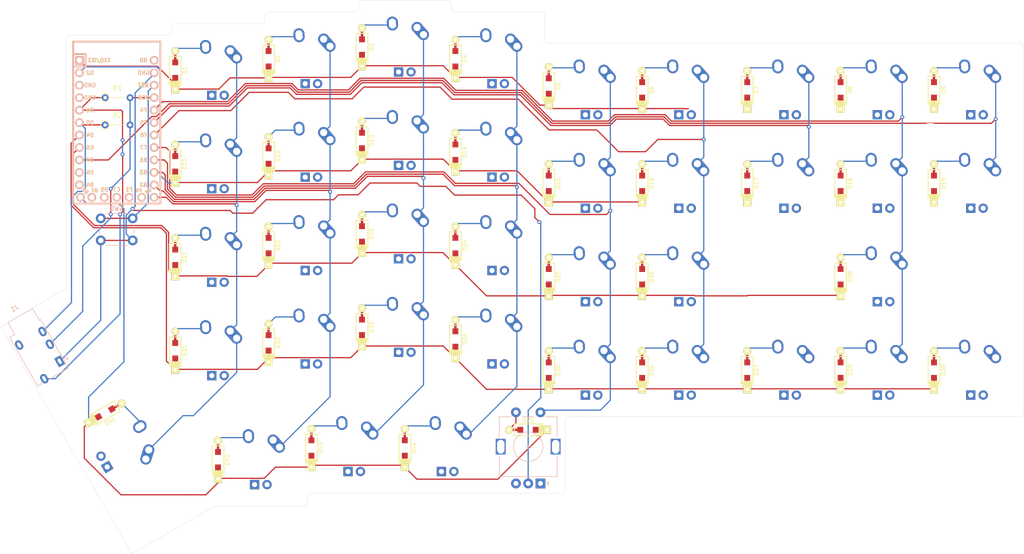
<source format=kicad_pcb>
(kicad_pcb (version 20171130) (host pcbnew "(5.1.9-0-10_14)")
  (layers (0 F.Cu signal) (31 B.Cu signal) (34 B.Paste user) (35 F.Paste user) (36 B.SilkS user) (37 F.SilkS user) (38 B.Mask user) (39 F.Mask user) (44 Edge.Cuts user))
  (net 0 "")
  (net 1 "Net-(D1-Pad2)")
  (net 2 ROW0)
  (net 3 "Net-(D2-Pad2)")
  (net 4 "Net-(D3-Pad2)")
  (net 5 "Net-(D4-Pad2)")
  (net 6 "Net-(D5-Pad2)")
  (net 7 "Net-(D6-Pad2)")
  (net 8 "Net-(D7-Pad2)")
  (net 9 "Net-(D8-Pad2)")
  (net 10 "Net-(D9-Pad2)")
  (net 11 "Net-(D11-Pad2)")
  (net 12 ROW1)
  (net 13 "Net-(D12-Pad2)")
  (net 14 "Net-(D13-Pad2)")
  (net 15 "Net-(D14-Pad2)")
  (net 16 "Net-(D15-Pad2)")
  (net 17 "Net-(D16-Pad2)")
  (net 18 "Net-(D17-Pad2)")
  (net 19 "Net-(D18-Pad2)")
  (net 20 "Net-(D19-Pad2)")
  (net 21 "Net-(D21-Pad2)")
  (net 22 ROW2)
  (net 23 "Net-(D22-Pad2)")
  (net 24 "Net-(D23-Pad2)")
  (net 25 "Net-(D24-Pad2)")
  (net 26 "Net-(D25-Pad2)")
  (net 27 "Net-(D26-Pad2)")
  (net 28 "Net-(D28-Pad2)")
  (net 29 "Net-(D31-Pad2)")
  (net 30 ROW3)
  (net 31 "Net-(D32-Pad2)")
  (net 32 "Net-(D33-Pad2)")
  (net 33 "Net-(D34-Pad2)")
  (net 34 "Net-(D35-Pad2)")
  (net 35 "Net-(D36-Pad2)")
  (net 36 "Net-(D37-Pad2)")
  (net 37 "Net-(D38-Pad2)")
  (net 38 "Net-(D39-Pad2)")
  (net 39 ROW4)
  (net 40 "Net-(D42-Pad2)")
  (net 41 "Net-(D43-Pad2)")
  (net 42 "Net-(D44-Pad2)")
  (net 43 COL0)
  (net 44 COL1)
  (net 45 COL2)
  (net 46 COL3)
  (net 47 COL4)
  (net 48 COL5)
  (net 49 COL6)
  (net 50 COL7)
  (net 51 COL8)
  (net 52 VCC)
  (net 53 SDA)
  (net 54 SCL)
  (net 55 GND)
  (net 56 "Net-(SW0-Pad1)")
  (net 57 LEFT)
  (net 58 RIGHT)
  (net 59 "Net-(D41-Pad2)")
  (net 60 ENC1-IN)
  (module footprints:Elite-C (layer F.Cu) (at 58.76825 68.26275 270)
    (fp_text reference U1 hide)
    (fp_text value Elite-C hide)
    (fp_text user D5 (at 12.4 2.54 180) (layer B.SilkS) (effects (font (size 0.8 0.8)) (justify mirror)))
    (fp_text user D5 (at 12.4 2.54 180) (layer F.SilkS) (effects (font (size 0.8 0.8))))
    (fp_text user F1 (at 12.4 -2.54 180) (layer F.SilkS) (effects (font (size 0.8 0.8))))
    (fp_text user F1 (at 12.4 -2.54 180) (layer B.SilkS) (effects (font (size 0.8 0.8)) (justify mirror)))
    (fp_text user C7 (at 12.4 0 180) (layer B.SilkS) (effects (font (size 0.8 0.8)) (justify mirror)))
    (fp_text user C7 (at 12.4 0 180) (layer F.SilkS) (effects (font (size 0.8 0.8))))
    (fp_text user B6 (at 12.7 -6.4 45 unlocked) (layer B.SilkS) (effects (font (size 0.7 0.7)) (justify mirror)))
    (fp_text user B6 (at 12.7 -6.4 45 unlocked) (layer F.SilkS) (effects (font (size 0.7 0.7))))
    (fp_text user F0 (at 12.6 -4.5 180) (layer F.SilkS) (effects (font (size 0.7 0.7))))
    (fp_text user F0 (at 12.6 -4.5 180) (layer B.SilkS) (effects (font (size 0.7 0.7)) (justify mirror)))
    (fp_text user B7 (at 12.6 4.5 180) (layer B.SilkS) (effects (font (size 0.7 0.7)) (justify mirror)))
    (fp_text user B7 (at 12.6 4.5 180) (layer F.SilkS) (effects (font (size 0.7 0.7))))
    (fp_text user ST (at -8.91 -5.04 180) (layer B.SilkS) (effects (font (size 0.8 0.8)) (justify mirror)))
    (fp_text user TX0/D3 (at -13.97 3.571872 180) (layer F.SilkS) (effects (font (size 0.8 0.8))))
    (fp_text user TX0/D3 (at -13.97 3.571872 180) (layer B.SilkS) (effects (font (size 0.8 0.8)) (justify mirror)))
    (fp_text user D2 (at -11.43 5.461 180) (layer F.SilkS) (effects (font (size 0.8 0.8))))
    (fp_text user D0 (at -1.27 5.461 180) (layer F.SilkS) (effects (font (size 0.8 0.8))))
    (fp_text user D1 (at -3.81 5.461 180) (layer F.SilkS) (effects (font (size 0.8 0.8))))
    (fp_text user GND (at -6.35 5.461 180) (layer F.SilkS) (effects (font (size 0.8 0.8))))
    (fp_text user GND (at -8.89 5.461 180) (layer F.SilkS) (effects (font (size 0.8 0.8))))
    (fp_text user D4 (at 1.27 5.461 180) (layer F.SilkS) (effects (font (size 0.8 0.8))))
    (fp_text user C6 (at 3.81 5.461 180) (layer F.SilkS) (effects (font (size 0.8 0.8))))
    (fp_text user D7 (at 6.35 5.461 180) (layer F.SilkS) (effects (font (size 0.8 0.8))))
    (fp_text user E6 (at 8.89 5.461 180) (layer F.SilkS) (effects (font (size 0.8 0.8))))
    (fp_text user B4 (at 11.43 5.461 180) (layer F.SilkS) (effects (font (size 0.8 0.8))))
    (fp_text user B5 (at 12.7 6.4 135) (layer F.SilkS) (effects (font (size 0.7 0.7))))
    (fp_text user B2 (at 11.43 -5.461 180) (layer B.SilkS) (effects (font (size 0.8 0.8)) (justify mirror)))
    (fp_text user B3 (at 8.89 -5.461 180) (layer F.SilkS) (effects (font (size 0.8 0.8))))
    (fp_text user B1 (at 6.35 -5.461 180) (layer F.SilkS) (effects (font (size 0.8 0.8))))
    (fp_text user F7 (at 3.81 -5.461 180) (layer B.SilkS) (effects (font (size 0.8 0.8)) (justify mirror)))
    (fp_text user F6 (at 1.27 -5.461 180) (layer B.SilkS) (effects (font (size 0.8 0.8)) (justify mirror)))
    (fp_text user F5 (at -1.27 -5.461 180) (layer B.SilkS) (effects (font (size 0.8 0.8)) (justify mirror)))
    (fp_text user F4 (at -3.81 -5.461 180) (layer F.SilkS) (effects (font (size 0.8 0.8))))
    (fp_text user VCC (at -6.35 -5.461 180) (layer F.SilkS) (effects (font (size 0.8 0.8))))
    (fp_text user ST (at -8.92 -5.73312 180) (layer F.SilkS) (effects (font (size 0.8 0.8))))
    (fp_text user GND (at -11.43 -5.461 180) (layer F.SilkS) (effects (font (size 0.8 0.8))))
    (fp_text user B0 (at -13.97 -5.461 180) (layer F.SilkS) (effects (font (size 0.8 0.8))))
    (fp_text user B0 (at -13.97 -5.461 180) (layer B.SilkS) (effects (font (size 0.8 0.8)) (justify mirror)))
    (fp_text user GND (at -11.43 -5.461 180) (layer B.SilkS) (effects (font (size 0.8 0.8)) (justify mirror)))
    (fp_text user VCC (at -6.35 -5.461 180) (layer B.SilkS) (effects (font (size 0.8 0.8)) (justify mirror)))
    (fp_text user F4 (at -3.81 -5.461 180) (layer B.SilkS) (effects (font (size 0.8 0.8)) (justify mirror)))
    (fp_text user F5 (at -1.27 -5.461 180) (layer F.SilkS) (effects (font (size 0.8 0.8))))
    (fp_text user F6 (at 1.27 -5.461 180) (layer F.SilkS) (effects (font (size 0.8 0.8))))
    (fp_text user F7 (at 3.81 -5.461 180) (layer F.SilkS) (effects (font (size 0.8 0.8))))
    (fp_text user B1 (at 6.35 -5.461 180) (layer B.SilkS) (effects (font (size 0.8 0.8)) (justify mirror)))
    (fp_text user B3 (at 8.89 -5.461 180) (layer B.SilkS) (effects (font (size 0.8 0.8)) (justify mirror)))
    (fp_text user B2 (at 11.43 -5.461 180) (layer F.SilkS) (effects (font (size 0.8 0.8))))
    (fp_text user B5 (at 12.7 6.4 135) (layer B.SilkS) (effects (font (size 0.7 0.7)) (justify mirror)))
    (fp_text user B4 (at 11.43 5.461 180) (layer B.SilkS) (effects (font (size 0.8 0.8)) (justify mirror)))
    (fp_text user E6 (at 8.89 5.461 180) (layer B.SilkS) (effects (font (size 0.8 0.8)) (justify mirror)))
    (fp_text user D7 (at 6.35 5.461 180) (layer B.SilkS) (effects (font (size 0.8 0.8)) (justify mirror)))
    (fp_text user C6 (at 3.81 5.461 180) (layer B.SilkS) (effects (font (size 0.8 0.8)) (justify mirror)))
    (fp_text user D4 (at 1.27 5.461 180) (layer B.SilkS) (effects (font (size 0.8 0.8)) (justify mirror)))
    (fp_text user GND (at -8.89 5.461 180) (layer B.SilkS) (effects (font (size 0.8 0.8)) (justify mirror)))
    (fp_text user GND (at -6.35 5.461 180) (layer B.SilkS) (effects (font (size 0.8 0.8)) (justify mirror)))
    (fp_text user D1 (at -3.81 5.461 180) (layer B.SilkS) (effects (font (size 0.8 0.8)) (justify mirror)))
    (fp_text user D0 (at -1.27 5.461 180) (layer B.SilkS) (effects (font (size 0.8 0.8)) (justify mirror)))
    (fp_text user D2 (at -11.43 5.461 180) (layer B.SilkS) (effects (font (size 0.8 0.8)) (justify mirror)))
    (pad 25 thru_hole circle (at 13.97 5.08 270) (size 1.7526 1.7526) (drill 1.0922) (layers *.Cu *.SilkS *.Mask))
    (pad 26 thru_hole circle (at 13.97 2.54 270) (size 1.7526 1.7526) (drill 1.0922) (layers *.Cu *.SilkS *.Mask))
    (pad 27 thru_hole circle (at 13.97 0 270) (size 1.7526 1.7526) (drill 1.0922) (layers *.Cu *.SilkS *.Mask))
    (pad 28 thru_hole circle (at 13.97 -2.54 270) (size 1.7526 1.7526) (drill 1.0922) (layers *.Cu *.SilkS *.Mask))
    (pad 29 thru_hole circle (at 13.97 -5.08 270) (size 1.7526 1.7526) (drill 1.0922) (layers *.Cu *.SilkS *.Mask))
    (pad 24 thru_hole circle (at -13.97 -7.62 270) (size 1.7526 1.7526) (drill 1.0922) (layers *.Cu *.SilkS *.Mask))
    (pad 12 thru_hole circle (at 13.97 7.3914 270) (size 1.7526 1.7526) (drill 1.0922) (layers *.Cu *.SilkS *.Mask) (net 39 ROW4))
    (pad 23 thru_hole circle (at -11.43 -7.62 270) (size 1.7526 1.7526) (drill 1.0922) (layers *.Cu *.SilkS *.Mask) (net 55 GND))
    (pad 22 thru_hole circle (at -8.89 -7.62 270) (size 1.7526 1.7526) (drill 1.0922) (layers *.Cu *.SilkS *.Mask) (net 56 "Net-(SW0-Pad1)"))
    (pad 21 thru_hole circle (at -6.35 -7.62 270) (size 1.7526 1.7526) (drill 1.0922) (layers *.Cu *.SilkS *.Mask) (net 52 VCC))
    (pad 20 thru_hole circle (at -3.81 -7.62 270) (size 1.7526 1.7526) (drill 1.0922) (layers *.Cu *.SilkS *.Mask) (net 50 COL7))
    (pad 19 thru_hole circle (at -1.27 -7.62 270) (size 1.7526 1.7526) (drill 1.0922) (layers *.Cu *.SilkS *.Mask) (net 49 COL6))
    (pad 18 thru_hole circle (at 1.27 -7.62 270) (size 1.7526 1.7526) (drill 1.0922) (layers *.Cu *.SilkS *.Mask) (net 48 COL5))
    (pad 17 thru_hole circle (at 3.81 -7.62 270) (size 1.7526 1.7526) (drill 1.0922) (layers *.Cu *.SilkS *.Mask) (net 47 COL4))
    (pad 16 thru_hole circle (at 6.35 -7.62 270) (size 1.7526 1.7526) (drill 1.0922) (layers *.Cu *.SilkS *.Mask) (net 46 COL3))
    (pad 15 thru_hole circle (at 8.89 -7.62 270) (size 1.7526 1.7526) (drill 1.0922) (layers *.Cu *.SilkS *.Mask) (net 45 COL2))
    (pad 14 thru_hole circle (at 11.43 -7.62 270) (size 1.7526 1.7526) (drill 1.0922) (layers *.Cu *.SilkS *.Mask) (net 44 COL1))
    (pad 13 thru_hole circle (at 13.97 -7.62 270) (size 1.7526 1.7526) (drill 1.0922) (layers *.Cu *.SilkS *.Mask) (net 43 COL0))
    (pad 11 thru_hole circle (at 11.43 7.62 270) (size 1.7526 1.7526) (drill 1.0922) (layers *.Cu *.SilkS *.Mask) (net 58 RIGHT))
    (pad 10 thru_hole circle (at 8.89 7.62 270) (size 1.7526 1.7526) (drill 1.0922) (layers *.Cu *.SilkS *.Mask) (net 57 LEFT))
    (pad 9 thru_hole circle (at 6.35 7.62 270) (size 1.7526 1.7526) (drill 1.0922) (layers *.Cu *.SilkS *.Mask) (net 51 COL8))
    (pad 8 thru_hole circle (at 3.81 7.62 270) (size 1.7526 1.7526) (drill 1.0922) (layers *.Cu *.SilkS *.Mask) (net 22 ROW2))
    (pad 7 thru_hole circle (at 1.27 7.62 270) (size 1.7526 1.7526) (drill 1.0922) (layers *.Cu *.SilkS *.Mask) (net 30 ROW3))
    (pad 6 thru_hole circle (at -1.27 7.62 270) (size 1.7526 1.7526) (drill 1.0922) (layers *.Cu *.SilkS *.Mask) (net 54 SCL))
    (pad 5 thru_hole circle (at -3.81 7.62 270) (size 1.7526 1.7526) (drill 1.0922) (layers *.Cu *.SilkS *.Mask) (net 53 SDA))
    (pad 4 thru_hole circle (at -6.35 7.62 270) (size 1.7526 1.7526) (drill 1.0922) (layers *.Cu *.SilkS *.Mask))
    (pad 3 thru_hole circle (at -8.89 7.62 270) (size 1.7526 1.7526) (drill 1.0922) (layers *.Cu *.SilkS *.Mask))
    (pad 2 thru_hole circle (at -11.43 7.62 270) (size 1.7526 1.7526) (drill 1.0922) (layers *.Cu *.SilkS *.Mask) (net 12 ROW1))
    (pad 1 thru_hole rect (at -13.97 7.62 270) (size 1.7526 1.7526) (drill 1.0922) (layers *.Cu *.SilkS *.Mask) (net 2 ROW0))
  )
  (module MX_Only:MX-1U (layer B.Cu) (at 155.60575 79.37525 180)
    (fp_text reference MX15)
    (fp_text value MX-NoLED)
    (pad "" np_thru_hole circle (at 5.08 0 131.9004) (size 1.75 1.75) (drill 1.75) (layers *.Cu *.Mask))
    (pad "" np_thru_hole circle (at -5.08 0 131.9004) (size 1.75 1.75) (drill 1.75) (layers *.Cu *.Mask))
    (pad 4 thru_hole rect (at 1.27 -5.08 180) (size 1.905 1.905) (drill 1.04) (layers *.Cu F.Mask))
    (pad 3 thru_hole circle (at -1.27 -5.08 180) (size 1.905 1.905) (drill 1.04) (layers *.Cu F.Mask))
    (pad 1 thru_hole circle (at -2.5 4 180) (size 2.25 2.25) (drill 1.47) (layers *.Cu F.Mask) (net 47 COL4))
    (pad "" np_thru_hole circle (at 0 0 180) (size 3.9878 3.9878) (drill 3.9878) (layers *.Cu *.Mask))
    (pad 1 thru_hole oval (at -3.81 2.54 131.9004) (size 4.211556 2.25) (drill 1.47 (offset 0.980778 0)) (layers *.Cu F.Mask) (net 47 COL4))
    (pad 2 thru_hole circle (at 2.54 5.08 180) (size 2.25 2.25) (drill 1.47) (layers *.Cu F.Mask) (net 16 "Net-(D15-Pad2)"))
    (pad 2 thru_hole oval (at 2.5 4.5 93.9452) (size 2.831378 2.25) (drill 1.47 (offset 0.290689 0)) (layers *.Cu F.Mask) (net 16 "Net-(D15-Pad2)"))
  )
  (module footprints:D_SOD123_axial (layer F.Cu) (at 98.45875 133.35025 90)
    (fp_text reference D43 (at 0 1.925 270) (layer F.SilkS) (effects (font (size 0.8 0.8))))
    (fp_text value D_Small hide)
    (pad 2 smd rect (at 2.7 0 90) (size 2.5 0.5) (layers F.Cu) (net 41 "Net-(D43-Pad2)"))
    (pad 1 smd rect (at -2.7 0 90) (size 2.5 0.5) (layers F.Cu) (net 39 ROW4))
    (pad 2 thru_hole circle (at 3.9 0 90) (size 1.6 1.6) (drill 0.7) (layers *.Cu *.Mask F.SilkS) (net 41 "Net-(D43-Pad2)"))
    (pad 1 thru_hole rect (at -3.9 0 90) (size 1.6 1.6) (drill 0.7) (layers *.Cu *.Mask F.SilkS) (net 39 ROW4))
    (pad 1 smd rect (at -1.575 0 90) (size 1.2 1.2) (layers F.Cu F.Paste F.Mask) (net 39 ROW4))
    (pad 2 smd rect (at 1.575 0 90) (size 1.2 1.2) (layers F.Cu F.Paste F.Mask) (net 41 "Net-(D43-Pad2)"))
  )
  (module MountingHole:MountingHole_5.5mm (layer B.Cu) (at 73.81775 129.826 180)
    (fp_text reference H7 hide)
    (fp_text value MountingHole)
    (pad 1 np_thru_hole circle (at 0 0 180) (size 5.5 5.5) (drill 5.5) (layers *.Cu *.Mask))
  )
  (module MountingHole:MountingHole_5.5mm (layer B.Cu) (at 88.93075 103.9815 180)
    (fp_text reference H6 hide)
    (fp_text value MountingHole)
    (pad 1 np_thru_hole circle (at 0 0 180) (size 5.5 5.5) (drill 5.5) (layers *.Cu *.Mask))
  )
  (module MountingHole:MountingHole_5.5mm (layer B.Cu) (at 165.13075 107.95025 180)
    (fp_text reference H5 hide)
    (fp_text value MountingHole)
    (pad 1 np_thru_hole circle (at 0 0 180) (size 5.5 5.5) (drill 5.5) (layers *.Cu *.Mask))
  )
  (module MountingHole:MountingHole_5.5mm (layer B.Cu) (at 224.62225 107.95025 180)
    (fp_text reference H4 hide)
    (fp_text value MountingHole)
    (pad 1 np_thru_hole circle (at 0 0 180) (size 5.5 5.5) (drill 5.5) (layers *.Cu *.Mask))
  )
  (module MountingHole:MountingHole_5.5mm (layer B.Cu) (at 88.93075 65.8815 180)
    (fp_text reference H3 hide)
    (fp_text value MountingHole)
    (pad 1 np_thru_hole circle (at 0 0 180) (size 5.5 5.5) (drill 5.5) (layers *.Cu *.Mask))
  )
  (module MountingHole:MountingHole_5.5mm (layer B.Cu) (at 165.13075 69.85025 180)
    (fp_text reference H2 hide)
    (fp_text value MountingHole)
    (pad 1 np_thru_hole circle (at 0 0 180) (size 5.5 5.5) (drill 5.5) (layers *.Cu *.Mask))
  )
  (module MountingHole:MountingHole_5.5mm (layer B.Cu) (at 224.62225 69.85025 180)
    (fp_text reference H1 hide)
    (fp_text value MountingHole)
    (pad 1 np_thru_hole circle (at 0 0 180) (size 5.5 5.5) (drill 5.5) (layers *.Cu *.Mask))
  )
  (module MX_Only:MX-2U-FLIPPED-ReversedStabilizers (layer B.Cu) (at 60.58425 133.5725 120)
    (fp_text reference MX41)
    (fp_text value MX-NoLED)
    (pad "" np_thru_hole circle (at 11.938 8.255 120) (size 3.9878 3.9878) (drill 3.9878) (layers *.Cu *.Mask))
    (pad "" np_thru_hole circle (at -11.938 8.255 120) (size 3.9878 3.9878) (drill 3.9878) (layers *.Cu *.Mask))
    (pad "" np_thru_hole circle (at 11.938 -6.985 120) (size 3.048 3.048) (drill 3.048) (layers *.Cu *.Mask))
    (pad "" np_thru_hole circle (at -11.938 -6.985 120) (size 3.048 3.048) (drill 3.048) (layers *.Cu *.Mask))
    (pad "" np_thru_hole circle (at 5.08 0 71.9004) (size 1.75 1.75) (drill 1.75) (layers *.Cu *.Mask))
    (pad "" np_thru_hole circle (at -5.08 0 71.9004) (size 1.75 1.75) (drill 1.75) (layers *.Cu *.Mask))
    (pad 4 thru_hole rect (at -1.27 -5.08 120) (size 1.905 1.905) (drill 1.04) (layers *.Cu F.Mask))
    (pad 3 thru_hole circle (at 1.27 -5.08 120) (size 1.905 1.905) (drill 1.04) (layers *.Cu F.Mask))
    (pad 1 thru_hole circle (at -2.5 4 120) (size 2.25 2.25) (drill 1.47) (layers *.Cu F.Mask) (net 43 COL0))
    (pad "" np_thru_hole circle (at 0 0 120) (size 3.9878 3.9878) (drill 3.9878) (layers *.Cu *.Mask))
    (pad 1 thru_hole oval (at -3.81 2.54 71.9004) (size 4.211556 2.25) (drill 1.47 (offset 0.980778 0)) (layers *.Cu F.Mask) (net 43 COL0))
    (pad 2 thru_hole circle (at 2.54 5.08 120) (size 2.25 2.25) (drill 1.47) (layers *.Cu F.Mask) (net 59 "Net-(D41-Pad2)"))
    (pad 2 thru_hole oval (at 2.5 4.5 33.9452) (size 2.831378 2.25) (drill 1.47 (offset 0.290689 0)) (layers *.Cu F.Mask) (net 59 "Net-(D41-Pad2)"))
  )
  (module Resistor_THT:R_Axial_DIN0204_L3.6mm_D1.6mm_P5.08mm_Vertical (layer F.Cu) (at 56.40325 67.469)
    (fp_text reference R2 (at 2.54 -1.92) (layer F.SilkS))
    (fp_text value 10kOhms)
    (pad 2 thru_hole oval (at 5.08 0) (size 1.4 1.4) (drill 0.7) (layers *.Cu *.Mask) (net 52 VCC))
    (pad 1 thru_hole circle (at 0 0) (size 1.4 1.4) (drill 0.7) (layers *.Cu *.Mask) (net 54 SCL))
  )
  (module Resistor_THT:R_Axial_DIN0204_L3.6mm_D1.6mm_P5.08mm_Vertical (layer F.Cu) (at 56.40325 61.91275)
    (fp_text reference R1 (at 2.54 -1.92) (layer F.SilkS))
    (fp_text value 2.2kOhms)
    (pad 2 thru_hole oval (at 5.08 0) (size 1.4 1.4) (drill 0.7) (layers *.Cu *.Mask) (net 52 VCC))
    (pad 1 thru_hole circle (at 0 0) (size 1.4 1.4) (drill 0.7) (layers *.Cu *.Mask) (net 53 SDA))
  )
  (module footprints:D_SOD123_axial (layer F.Cu) (at 142.62625 129.6355 180)
    (fp_text reference D45 (at 0 1.925) (layer F.SilkS) (effects (font (size 0.8 0.8))))
    (fp_text value D_Small hide)
    (pad 2 smd rect (at 2.7 0 180) (size 2.5 0.5) (layers F.Cu) (net 60 ENC1-IN))
    (pad 1 smd rect (at -2.7 0 180) (size 2.5 0.5) (layers F.Cu) (net 39 ROW4))
    (pad 2 thru_hole circle (at 3.9 0 180) (size 1.6 1.6) (drill 0.7) (layers *.Cu *.Mask F.SilkS) (net 60 ENC1-IN))
    (pad 1 thru_hole rect (at -3.9 0 180) (size 1.6 1.6) (drill 0.7) (layers *.Cu *.Mask F.SilkS) (net 39 ROW4))
    (pad 1 smd rect (at -1.575 0 180) (size 1.2 1.2) (layers F.Cu F.Paste F.Mask) (net 39 ROW4))
    (pad 2 smd rect (at 1.575 0 180) (size 1.2 1.2) (layers F.Cu F.Paste F.Mask) (net 60 ENC1-IN))
  )
  (module footprints:D_SOD123_axial (layer F.Cu) (at 117.50575 133.35025 90)
    (fp_text reference D44 (at 0 1.925 270) (layer F.SilkS) (effects (font (size 0.8 0.8))))
    (fp_text value D_Small hide)
    (pad 2 smd rect (at 2.7 0 90) (size 2.5 0.5) (layers F.Cu) (net 42 "Net-(D44-Pad2)"))
    (pad 1 smd rect (at -2.7 0 90) (size 2.5 0.5) (layers F.Cu) (net 39 ROW4))
    (pad 2 thru_hole circle (at 3.9 0 90) (size 1.6 1.6) (drill 0.7) (layers *.Cu *.Mask F.SilkS) (net 42 "Net-(D44-Pad2)"))
    (pad 1 thru_hole rect (at -3.9 0 90) (size 1.6 1.6) (drill 0.7) (layers *.Cu *.Mask F.SilkS) (net 39 ROW4))
    (pad 1 smd rect (at -1.575 0 90) (size 1.2 1.2) (layers F.Cu F.Paste F.Mask) (net 39 ROW4))
    (pad 2 smd rect (at 1.575 0 90) (size 1.2 1.2) (layers F.Cu F.Paste F.Mask) (net 42 "Net-(D44-Pad2)"))
  )
  (module footprints:D_SOD123_axial (layer F.Cu) (at 79.41475 135.7315 90)
    (fp_text reference D42 (at 0 1.925 270) (layer F.SilkS) (effects (font (size 0.8 0.8))))
    (fp_text value D_Small hide)
    (pad 2 smd rect (at 2.7 0 90) (size 2.5 0.5) (layers F.Cu) (net 40 "Net-(D42-Pad2)"))
    (pad 1 smd rect (at -2.7 0 90) (size 2.5 0.5) (layers F.Cu) (net 39 ROW4))
    (pad 2 thru_hole circle (at 3.9 0 90) (size 1.6 1.6) (drill 0.7) (layers *.Cu *.Mask F.SilkS) (net 40 "Net-(D42-Pad2)"))
    (pad 1 thru_hole rect (at -3.9 0 90) (size 1.6 1.6) (drill 0.7) (layers *.Cu *.Mask F.SilkS) (net 39 ROW4))
    (pad 1 smd rect (at -1.575 0 90) (size 1.2 1.2) (layers F.Cu F.Paste F.Mask) (net 39 ROW4))
    (pad 2 smd rect (at 1.575 0 90) (size 1.2 1.2) (layers F.Cu F.Paste F.Mask) (net 40 "Net-(D42-Pad2)"))
  )
  (module footprints:D_SOD123_axial (layer F.Cu) (at 56.40025 126.2065 30)
    (fp_text reference D41 (at 0 1.925 30) (layer F.SilkS) (effects (font (size 0.8 0.8))))
    (fp_text value D_Small hide)
    (pad 2 smd rect (at 2.7 0 30) (size 2.5 0.5) (layers F.Cu) (net 59 "Net-(D41-Pad2)"))
    (pad 1 smd rect (at -2.7 0 30) (size 2.5 0.5) (layers F.Cu) (net 39 ROW4))
    (pad 2 thru_hole circle (at 3.9 0 30) (size 1.6 1.6) (drill 0.7) (layers *.Cu *.Mask F.SilkS) (net 59 "Net-(D41-Pad2)"))
    (pad 1 thru_hole rect (at -3.9 0 30) (size 1.6 1.6) (drill 0.7) (layers *.Cu *.Mask F.SilkS) (net 39 ROW4))
    (pad 1 smd rect (at -1.575 0 30) (size 1.2 1.2) (layers F.Cu F.Paste F.Mask) (net 39 ROW4))
    (pad 2 smd rect (at 1.575 0 30) (size 1.2 1.2) (layers F.Cu F.Paste F.Mask) (net 59 "Net-(D41-Pad2)"))
  )
  (module footprints:D_SOD123_axial (layer F.Cu) (at 225.41875 117.47525 90)
    (fp_text reference D39 (at 0 1.925 270) (layer F.SilkS) (effects (font (size 0.8 0.8))))
    (fp_text value D_Small hide)
    (pad 2 smd rect (at 2.7 0 90) (size 2.5 0.5) (layers F.Cu) (net 38 "Net-(D39-Pad2)"))
    (pad 1 smd rect (at -2.7 0 90) (size 2.5 0.5) (layers F.Cu) (net 30 ROW3))
    (pad 2 thru_hole circle (at 3.9 0 90) (size 1.6 1.6) (drill 0.7) (layers *.Cu *.Mask F.SilkS) (net 38 "Net-(D39-Pad2)"))
    (pad 1 thru_hole rect (at -3.9 0 90) (size 1.6 1.6) (drill 0.7) (layers *.Cu *.Mask F.SilkS) (net 30 ROW3))
    (pad 1 smd rect (at -1.575 0 90) (size 1.2 1.2) (layers F.Cu F.Paste F.Mask) (net 30 ROW3))
    (pad 2 smd rect (at 1.575 0 90) (size 1.2 1.2) (layers F.Cu F.Paste F.Mask) (net 38 "Net-(D39-Pad2)"))
  )
  (module footprints:D_SOD123_axial (layer F.Cu) (at 206.37475 117.46275 90)
    (fp_text reference D38 (at 0 1.925 270) (layer F.SilkS) (effects (font (size 0.8 0.8))))
    (fp_text value D_Small hide)
    (pad 2 smd rect (at 2.7 0 90) (size 2.5 0.5) (layers F.Cu) (net 37 "Net-(D38-Pad2)"))
    (pad 1 smd rect (at -2.7 0 90) (size 2.5 0.5) (layers F.Cu) (net 30 ROW3))
    (pad 2 thru_hole circle (at 3.9 0 90) (size 1.6 1.6) (drill 0.7) (layers *.Cu *.Mask F.SilkS) (net 37 "Net-(D38-Pad2)"))
    (pad 1 thru_hole rect (at -3.9 0 90) (size 1.6 1.6) (drill 0.7) (layers *.Cu *.Mask F.SilkS) (net 30 ROW3))
    (pad 1 smd rect (at -1.575 0 90) (size 1.2 1.2) (layers F.Cu F.Paste F.Mask) (net 30 ROW3))
    (pad 2 smd rect (at 1.575 0 90) (size 1.2 1.2) (layers F.Cu F.Paste F.Mask) (net 37 "Net-(D38-Pad2)"))
  )
  (module footprints:D_SOD123_axial (layer F.Cu) (at 187.33075 117.47525 90)
    (fp_text reference D37 (at 0 1.925 270) (layer F.SilkS) (effects (font (size 0.8 0.8))))
    (fp_text value D_Small hide)
    (pad 2 smd rect (at 2.7 0 90) (size 2.5 0.5) (layers F.Cu) (net 36 "Net-(D37-Pad2)"))
    (pad 1 smd rect (at -2.7 0 90) (size 2.5 0.5) (layers F.Cu) (net 30 ROW3))
    (pad 2 thru_hole circle (at 3.9 0 90) (size 1.6 1.6) (drill 0.7) (layers *.Cu *.Mask F.SilkS) (net 36 "Net-(D37-Pad2)"))
    (pad 1 thru_hole rect (at -3.9 0 90) (size 1.6 1.6) (drill 0.7) (layers *.Cu *.Mask F.SilkS) (net 30 ROW3))
    (pad 1 smd rect (at -1.575 0 90) (size 1.2 1.2) (layers F.Cu F.Paste F.Mask) (net 30 ROW3))
    (pad 2 smd rect (at 1.575 0 90) (size 1.2 1.2) (layers F.Cu F.Paste F.Mask) (net 36 "Net-(D37-Pad2)"))
  )
  (module footprints:D_SOD123_axial (layer F.Cu) (at 165.90625 117.47525 90)
    (fp_text reference D36 (at 0 1.925 270) (layer F.SilkS) (effects (font (size 0.8 0.8))))
    (fp_text value D_Small hide)
    (pad 2 smd rect (at 2.7 0 90) (size 2.5 0.5) (layers F.Cu) (net 35 "Net-(D36-Pad2)"))
    (pad 1 smd rect (at -2.7 0 90) (size 2.5 0.5) (layers F.Cu) (net 30 ROW3))
    (pad 2 thru_hole circle (at 3.9 0 90) (size 1.6 1.6) (drill 0.7) (layers *.Cu *.Mask F.SilkS) (net 35 "Net-(D36-Pad2)"))
    (pad 1 thru_hole rect (at -3.9 0 90) (size 1.6 1.6) (drill 0.7) (layers *.Cu *.Mask F.SilkS) (net 30 ROW3))
    (pad 1 smd rect (at -1.575 0 90) (size 1.2 1.2) (layers F.Cu F.Paste F.Mask) (net 30 ROW3))
    (pad 2 smd rect (at 1.575 0 90) (size 1.2 1.2) (layers F.Cu F.Paste F.Mask) (net 35 "Net-(D36-Pad2)"))
  )
  (module footprints:D_SOD123_axial (layer F.Cu) (at 146.86225 117.47525 90)
    (fp_text reference D35 (at 0 1.925 270) (layer F.SilkS) (effects (font (size 0.8 0.8))))
    (fp_text value D_Small hide)
    (pad 2 smd rect (at 2.7 0 90) (size 2.5 0.5) (layers F.Cu) (net 34 "Net-(D35-Pad2)"))
    (pad 1 smd rect (at -2.7 0 90) (size 2.5 0.5) (layers F.Cu) (net 30 ROW3))
    (pad 2 thru_hole circle (at 3.9 0 90) (size 1.6 1.6) (drill 0.7) (layers *.Cu *.Mask F.SilkS) (net 34 "Net-(D35-Pad2)"))
    (pad 1 thru_hole rect (at -3.9 0 90) (size 1.6 1.6) (drill 0.7) (layers *.Cu *.Mask F.SilkS) (net 30 ROW3))
    (pad 1 smd rect (at -1.575 0 90) (size 1.2 1.2) (layers F.Cu F.Paste F.Mask) (net 30 ROW3))
    (pad 2 smd rect (at 1.575 0 90) (size 1.2 1.2) (layers F.Cu F.Paste F.Mask) (net 34 "Net-(D35-Pad2)"))
  )
  (module footprints:D_SOD123_axial (layer F.Cu) (at 127.81825 111.12525 90)
    (fp_text reference D34 (at 0 1.925 270) (layer F.SilkS) (effects (font (size 0.8 0.8))))
    (fp_text value D_Small hide)
    (pad 2 smd rect (at 2.7 0 90) (size 2.5 0.5) (layers F.Cu) (net 33 "Net-(D34-Pad2)"))
    (pad 1 smd rect (at -2.7 0 90) (size 2.5 0.5) (layers F.Cu) (net 30 ROW3))
    (pad 2 thru_hole circle (at 3.9 0 90) (size 1.6 1.6) (drill 0.7) (layers *.Cu *.Mask F.SilkS) (net 33 "Net-(D34-Pad2)"))
    (pad 1 thru_hole rect (at -3.9 0 90) (size 1.6 1.6) (drill 0.7) (layers *.Cu *.Mask F.SilkS) (net 30 ROW3))
    (pad 1 smd rect (at -1.575 0 90) (size 1.2 1.2) (layers F.Cu F.Paste F.Mask) (net 30 ROW3))
    (pad 2 smd rect (at 1.575 0 90) (size 1.2 1.2) (layers F.Cu F.Paste F.Mask) (net 33 "Net-(D34-Pad2)"))
  )
  (module footprints:D_SOD123_axial (layer F.Cu) (at 108.77425 108.744 90)
    (fp_text reference D33 (at 0 1.925 270) (layer F.SilkS) (effects (font (size 0.8 0.8))))
    (fp_text value D_Small hide)
    (pad 2 smd rect (at 2.7 0 90) (size 2.5 0.5) (layers F.Cu) (net 32 "Net-(D33-Pad2)"))
    (pad 1 smd rect (at -2.7 0 90) (size 2.5 0.5) (layers F.Cu) (net 30 ROW3))
    (pad 2 thru_hole circle (at 3.9 0 90) (size 1.6 1.6) (drill 0.7) (layers *.Cu *.Mask F.SilkS) (net 32 "Net-(D33-Pad2)"))
    (pad 1 thru_hole rect (at -3.9 0 90) (size 1.6 1.6) (drill 0.7) (layers *.Cu *.Mask F.SilkS) (net 30 ROW3))
    (pad 1 smd rect (at -1.575 0 90) (size 1.2 1.2) (layers F.Cu F.Paste F.Mask) (net 30 ROW3))
    (pad 2 smd rect (at 1.575 0 90) (size 1.2 1.2) (layers F.Cu F.Paste F.Mask) (net 32 "Net-(D33-Pad2)"))
  )
  (module footprints:D_SOD123_axial (layer F.Cu) (at 89.73025 111.919 90)
    (fp_text reference D32 (at 0 1.925 270) (layer F.SilkS) (effects (font (size 0.8 0.8))))
    (fp_text value D_Small hide)
    (pad 2 smd rect (at 2.7 0 90) (size 2.5 0.5) (layers F.Cu) (net 31 "Net-(D32-Pad2)"))
    (pad 1 smd rect (at -2.7 0 90) (size 2.5 0.5) (layers F.Cu) (net 30 ROW3))
    (pad 2 thru_hole circle (at 3.9 0 90) (size 1.6 1.6) (drill 0.7) (layers *.Cu *.Mask F.SilkS) (net 31 "Net-(D32-Pad2)"))
    (pad 1 thru_hole rect (at -3.9 0 90) (size 1.6 1.6) (drill 0.7) (layers *.Cu *.Mask F.SilkS) (net 30 ROW3))
    (pad 1 smd rect (at -1.575 0 90) (size 1.2 1.2) (layers F.Cu F.Paste F.Mask) (net 30 ROW3))
    (pad 2 smd rect (at 1.575 0 90) (size 1.2 1.2) (layers F.Cu F.Paste F.Mask) (net 31 "Net-(D32-Pad2)"))
  )
  (module footprints:D_SOD123_axial (layer F.Cu) (at 70.68625 113.5065 90)
    (fp_text reference D31 (at 0 1.925 270) (layer F.SilkS) (effects (font (size 0.8 0.8))))
    (fp_text value D_Small hide)
    (pad 2 smd rect (at 2.7 0 90) (size 2.5 0.5) (layers F.Cu) (net 29 "Net-(D31-Pad2)"))
    (pad 1 smd rect (at -2.7 0 90) (size 2.5 0.5) (layers F.Cu) (net 30 ROW3))
    (pad 2 thru_hole circle (at 3.9 0 90) (size 1.6 1.6) (drill 0.7) (layers *.Cu *.Mask F.SilkS) (net 29 "Net-(D31-Pad2)"))
    (pad 1 thru_hole rect (at -3.9 0 90) (size 1.6 1.6) (drill 0.7) (layers *.Cu *.Mask F.SilkS) (net 30 ROW3))
    (pad 1 smd rect (at -1.575 0 90) (size 1.2 1.2) (layers F.Cu F.Paste F.Mask) (net 30 ROW3))
    (pad 2 smd rect (at 1.575 0 90) (size 1.2 1.2) (layers F.Cu F.Paste F.Mask) (net 29 "Net-(D31-Pad2)"))
  )
  (module footprints:D_SOD123_axial (layer F.Cu) (at 206.37475 98.42525 90)
    (fp_text reference D28 (at 0 1.925 270) (layer F.SilkS) (effects (font (size 0.8 0.8))))
    (fp_text value D_Small hide)
    (pad 2 smd rect (at 2.7 0 90) (size 2.5 0.5) (layers F.Cu) (net 28 "Net-(D28-Pad2)"))
    (pad 1 smd rect (at -2.7 0 90) (size 2.5 0.5) (layers F.Cu) (net 22 ROW2))
    (pad 2 thru_hole circle (at 3.9 0 90) (size 1.6 1.6) (drill 0.7) (layers *.Cu *.Mask F.SilkS) (net 28 "Net-(D28-Pad2)"))
    (pad 1 thru_hole rect (at -3.9 0 90) (size 1.6 1.6) (drill 0.7) (layers *.Cu *.Mask F.SilkS) (net 22 ROW2))
    (pad 1 smd rect (at -1.575 0 90) (size 1.2 1.2) (layers F.Cu F.Paste F.Mask) (net 22 ROW2))
    (pad 2 smd rect (at 1.575 0 90) (size 1.2 1.2) (layers F.Cu F.Paste F.Mask) (net 28 "Net-(D28-Pad2)"))
  )
  (module footprints:D_SOD123_axial (layer F.Cu) (at 165.90625 98.42525 90)
    (fp_text reference D26 (at 0 1.925 270) (layer F.SilkS) (effects (font (size 0.8 0.8))))
    (fp_text value D_Small hide)
    (pad 2 smd rect (at 2.7 0 90) (size 2.5 0.5) (layers F.Cu) (net 27 "Net-(D26-Pad2)"))
    (pad 1 smd rect (at -2.7 0 90) (size 2.5 0.5) (layers F.Cu) (net 22 ROW2))
    (pad 2 thru_hole circle (at 3.9 0 90) (size 1.6 1.6) (drill 0.7) (layers *.Cu *.Mask F.SilkS) (net 27 "Net-(D26-Pad2)"))
    (pad 1 thru_hole rect (at -3.9 0 90) (size 1.6 1.6) (drill 0.7) (layers *.Cu *.Mask F.SilkS) (net 22 ROW2))
    (pad 1 smd rect (at -1.575 0 90) (size 1.2 1.2) (layers F.Cu F.Paste F.Mask) (net 22 ROW2))
    (pad 2 smd rect (at 1.575 0 90) (size 1.2 1.2) (layers F.Cu F.Paste F.Mask) (net 27 "Net-(D26-Pad2)"))
  )
  (module footprints:D_SOD123_axial (layer F.Cu) (at 146.86225 98.42525 90)
    (fp_text reference D25 (at 0 1.925 270) (layer F.SilkS) (effects (font (size 0.8 0.8))))
    (fp_text value D_Small hide)
    (pad 2 smd rect (at 2.7 0 90) (size 2.5 0.5) (layers F.Cu) (net 26 "Net-(D25-Pad2)"))
    (pad 1 smd rect (at -2.7 0 90) (size 2.5 0.5) (layers F.Cu) (net 22 ROW2))
    (pad 2 thru_hole circle (at 3.9 0 90) (size 1.6 1.6) (drill 0.7) (layers *.Cu *.Mask F.SilkS) (net 26 "Net-(D25-Pad2)"))
    (pad 1 thru_hole rect (at -3.9 0 90) (size 1.6 1.6) (drill 0.7) (layers *.Cu *.Mask F.SilkS) (net 22 ROW2))
    (pad 1 smd rect (at -1.575 0 90) (size 1.2 1.2) (layers F.Cu F.Paste F.Mask) (net 22 ROW2))
    (pad 2 smd rect (at 1.575 0 90) (size 1.2 1.2) (layers F.Cu F.Paste F.Mask) (net 26 "Net-(D25-Pad2)"))
  )
  (module footprints:D_SOD123_axial (layer F.Cu) (at 127.81825 92.07525 90)
    (fp_text reference D24 (at 0 1.925 270) (layer F.SilkS) (effects (font (size 0.8 0.8))))
    (fp_text value D_Small hide)
    (pad 2 smd rect (at 2.7 0 90) (size 2.5 0.5) (layers F.Cu) (net 25 "Net-(D24-Pad2)"))
    (pad 1 smd rect (at -2.7 0 90) (size 2.5 0.5) (layers F.Cu) (net 22 ROW2))
    (pad 2 thru_hole circle (at 3.9 0 90) (size 1.6 1.6) (drill 0.7) (layers *.Cu *.Mask F.SilkS) (net 25 "Net-(D24-Pad2)"))
    (pad 1 thru_hole rect (at -3.9 0 90) (size 1.6 1.6) (drill 0.7) (layers *.Cu *.Mask F.SilkS) (net 22 ROW2))
    (pad 1 smd rect (at -1.575 0 90) (size 1.2 1.2) (layers F.Cu F.Paste F.Mask) (net 22 ROW2))
    (pad 2 smd rect (at 1.575 0 90) (size 1.2 1.2) (layers F.Cu F.Paste F.Mask) (net 25 "Net-(D24-Pad2)"))
  )
  (module footprints:D_SOD123_axial (layer F.Cu) (at 108.77425 89.694 90)
    (fp_text reference D23 (at 0 1.925 270) (layer F.SilkS) (effects (font (size 0.8 0.8))))
    (fp_text value D_Small hide)
    (pad 2 smd rect (at 2.7 0 90) (size 2.5 0.5) (layers F.Cu) (net 24 "Net-(D23-Pad2)"))
    (pad 1 smd rect (at -2.7 0 90) (size 2.5 0.5) (layers F.Cu) (net 22 ROW2))
    (pad 2 thru_hole circle (at 3.9 0 90) (size 1.6 1.6) (drill 0.7) (layers *.Cu *.Mask F.SilkS) (net 24 "Net-(D23-Pad2)"))
    (pad 1 thru_hole rect (at -3.9 0 90) (size 1.6 1.6) (drill 0.7) (layers *.Cu *.Mask F.SilkS) (net 22 ROW2))
    (pad 1 smd rect (at -1.575 0 90) (size 1.2 1.2) (layers F.Cu F.Paste F.Mask) (net 22 ROW2))
    (pad 2 smd rect (at 1.575 0 90) (size 1.2 1.2) (layers F.Cu F.Paste F.Mask) (net 24 "Net-(D23-Pad2)"))
  )
  (module footprints:D_SOD123_axial (layer F.Cu) (at 89.73025 92.07525 90)
    (fp_text reference D22 (at 0 1.925 270) (layer F.SilkS) (effects (font (size 0.8 0.8))))
    (fp_text value D_Small hide)
    (pad 2 smd rect (at 2.7 0 90) (size 2.5 0.5) (layers F.Cu) (net 23 "Net-(D22-Pad2)"))
    (pad 1 smd rect (at -2.7 0 90) (size 2.5 0.5) (layers F.Cu) (net 22 ROW2))
    (pad 2 thru_hole circle (at 3.9 0 90) (size 1.6 1.6) (drill 0.7) (layers *.Cu *.Mask F.SilkS) (net 23 "Net-(D22-Pad2)"))
    (pad 1 thru_hole rect (at -3.9 0 90) (size 1.6 1.6) (drill 0.7) (layers *.Cu *.Mask F.SilkS) (net 22 ROW2))
    (pad 1 smd rect (at -1.575 0 90) (size 1.2 1.2) (layers F.Cu F.Paste F.Mask) (net 22 ROW2))
    (pad 2 smd rect (at 1.575 0 90) (size 1.2 1.2) (layers F.Cu F.Paste F.Mask) (net 23 "Net-(D22-Pad2)"))
  )
  (module footprints:D_SOD123_axial (layer F.Cu) (at 70.68625 94.4565 90)
    (fp_text reference D21 (at 0 1.925 270) (layer F.SilkS) (effects (font (size 0.8 0.8))))
    (fp_text value D_Small hide)
    (pad 2 smd rect (at 2.7 0 90) (size 2.5 0.5) (layers F.Cu) (net 21 "Net-(D21-Pad2)"))
    (pad 1 smd rect (at -2.7 0 90) (size 2.5 0.5) (layers F.Cu) (net 22 ROW2))
    (pad 2 thru_hole circle (at 3.9 0 90) (size 1.6 1.6) (drill 0.7) (layers *.Cu *.Mask F.SilkS) (net 21 "Net-(D21-Pad2)"))
    (pad 1 thru_hole rect (at -3.9 0 90) (size 1.6 1.6) (drill 0.7) (layers *.Cu *.Mask F.SilkS) (net 22 ROW2))
    (pad 1 smd rect (at -1.575 0 90) (size 1.2 1.2) (layers F.Cu F.Paste F.Mask) (net 22 ROW2))
    (pad 2 smd rect (at 1.575 0 90) (size 1.2 1.2) (layers F.Cu F.Paste F.Mask) (net 21 "Net-(D21-Pad2)"))
  )
  (module footprints:D_SOD123_axial (layer F.Cu) (at 225.41875 79.37525 90)
    (fp_text reference D19 (at 0 1.925 270) (layer F.SilkS) (effects (font (size 0.8 0.8))))
    (fp_text value D_Small hide)
    (pad 2 smd rect (at 2.7 0 90) (size 2.5 0.5) (layers F.Cu) (net 20 "Net-(D19-Pad2)"))
    (pad 1 smd rect (at -2.7 0 90) (size 2.5 0.5) (layers F.Cu) (net 12 ROW1))
    (pad 2 thru_hole circle (at 3.9 0 90) (size 1.6 1.6) (drill 0.7) (layers *.Cu *.Mask F.SilkS) (net 20 "Net-(D19-Pad2)"))
    (pad 1 thru_hole rect (at -3.9 0 90) (size 1.6 1.6) (drill 0.7) (layers *.Cu *.Mask F.SilkS) (net 12 ROW1))
    (pad 1 smd rect (at -1.575 0 90) (size 1.2 1.2) (layers F.Cu F.Paste F.Mask) (net 12 ROW1))
    (pad 2 smd rect (at 1.575 0 90) (size 1.2 1.2) (layers F.Cu F.Paste F.Mask) (net 20 "Net-(D19-Pad2)"))
  )
  (module footprints:D_SOD123_axial (layer F.Cu) (at 206.37475 79.37525 90)
    (fp_text reference D18 (at 0 1.925 270) (layer F.SilkS) (effects (font (size 0.8 0.8))))
    (fp_text value D_Small hide)
    (pad 2 smd rect (at 2.7 0 90) (size 2.5 0.5) (layers F.Cu) (net 19 "Net-(D18-Pad2)"))
    (pad 1 smd rect (at -2.7 0 90) (size 2.5 0.5) (layers F.Cu) (net 12 ROW1))
    (pad 2 thru_hole circle (at 3.9 0 90) (size 1.6 1.6) (drill 0.7) (layers *.Cu *.Mask F.SilkS) (net 19 "Net-(D18-Pad2)"))
    (pad 1 thru_hole rect (at -3.9 0 90) (size 1.6 1.6) (drill 0.7) (layers *.Cu *.Mask F.SilkS) (net 12 ROW1))
    (pad 1 smd rect (at -1.575 0 90) (size 1.2 1.2) (layers F.Cu F.Paste F.Mask) (net 12 ROW1))
    (pad 2 smd rect (at 1.575 0 90) (size 1.2 1.2) (layers F.Cu F.Paste F.Mask) (net 19 "Net-(D18-Pad2)"))
  )
  (module footprints:D_SOD123_axial (layer F.Cu) (at 187.33075 79.37525 90)
    (fp_text reference D17 (at 0 1.925 270) (layer F.SilkS) (effects (font (size 0.8 0.8))))
    (fp_text value D_Small hide)
    (pad 2 smd rect (at 2.7 0 90) (size 2.5 0.5) (layers F.Cu) (net 18 "Net-(D17-Pad2)"))
    (pad 1 smd rect (at -2.7 0 90) (size 2.5 0.5) (layers F.Cu) (net 12 ROW1))
    (pad 2 thru_hole circle (at 3.9 0 90) (size 1.6 1.6) (drill 0.7) (layers *.Cu *.Mask F.SilkS) (net 18 "Net-(D17-Pad2)"))
    (pad 1 thru_hole rect (at -3.9 0 90) (size 1.6 1.6) (drill 0.7) (layers *.Cu *.Mask F.SilkS) (net 12 ROW1))
    (pad 1 smd rect (at -1.575 0 90) (size 1.2 1.2) (layers F.Cu F.Paste F.Mask) (net 12 ROW1))
    (pad 2 smd rect (at 1.575 0 90) (size 1.2 1.2) (layers F.Cu F.Paste F.Mask) (net 18 "Net-(D17-Pad2)"))
  )
  (module footprints:D_SOD123_axial (layer F.Cu) (at 165.90625 79.37525 90)
    (fp_text reference D16 (at 0 1.925 270) (layer F.SilkS) (effects (font (size 0.8 0.8))))
    (fp_text value D_Small hide)
    (pad 2 smd rect (at 2.7 0 90) (size 2.5 0.5) (layers F.Cu) (net 17 "Net-(D16-Pad2)"))
    (pad 1 smd rect (at -2.7 0 90) (size 2.5 0.5) (layers F.Cu) (net 12 ROW1))
    (pad 2 thru_hole circle (at 3.9 0 90) (size 1.6 1.6) (drill 0.7) (layers *.Cu *.Mask F.SilkS) (net 17 "Net-(D16-Pad2)"))
    (pad 1 thru_hole rect (at -3.9 0 90) (size 1.6 1.6) (drill 0.7) (layers *.Cu *.Mask F.SilkS) (net 12 ROW1))
    (pad 1 smd rect (at -1.575 0 90) (size 1.2 1.2) (layers F.Cu F.Paste F.Mask) (net 12 ROW1))
    (pad 2 smd rect (at 1.575 0 90) (size 1.2 1.2) (layers F.Cu F.Paste F.Mask) (net 17 "Net-(D16-Pad2)"))
  )
  (module footprints:D_SOD123_axial (layer F.Cu) (at 146.86225 79.37525 90)
    (fp_text reference D15 (at 0 1.925 270) (layer F.SilkS) (effects (font (size 0.8 0.8))))
    (fp_text value D_Small hide)
    (pad 2 smd rect (at 2.7 0 90) (size 2.5 0.5) (layers F.Cu) (net 16 "Net-(D15-Pad2)"))
    (pad 1 smd rect (at -2.7 0 90) (size 2.5 0.5) (layers F.Cu) (net 12 ROW1))
    (pad 2 thru_hole circle (at 3.9 0 90) (size 1.6 1.6) (drill 0.7) (layers *.Cu *.Mask F.SilkS) (net 16 "Net-(D15-Pad2)"))
    (pad 1 thru_hole rect (at -3.9 0 90) (size 1.6 1.6) (drill 0.7) (layers *.Cu *.Mask F.SilkS) (net 12 ROW1))
    (pad 1 smd rect (at -1.575 0 90) (size 1.2 1.2) (layers F.Cu F.Paste F.Mask) (net 12 ROW1))
    (pad 2 smd rect (at 1.575 0 90) (size 1.2 1.2) (layers F.Cu F.Paste F.Mask) (net 16 "Net-(D15-Pad2)"))
  )
  (module footprints:D_SOD123_axial (layer F.Cu) (at 127.81825 73.02525 90)
    (fp_text reference D14 (at 0 1.925 270) (layer F.SilkS) (effects (font (size 0.8 0.8))))
    (fp_text value D_Small hide)
    (pad 2 smd rect (at 2.7 0 90) (size 2.5 0.5) (layers F.Cu) (net 15 "Net-(D14-Pad2)"))
    (pad 1 smd rect (at -2.7 0 90) (size 2.5 0.5) (layers F.Cu) (net 12 ROW1))
    (pad 2 thru_hole circle (at 3.9 0 90) (size 1.6 1.6) (drill 0.7) (layers *.Cu *.Mask F.SilkS) (net 15 "Net-(D14-Pad2)"))
    (pad 1 thru_hole rect (at -3.9 0 90) (size 1.6 1.6) (drill 0.7) (layers *.Cu *.Mask F.SilkS) (net 12 ROW1))
    (pad 1 smd rect (at -1.575 0 90) (size 1.2 1.2) (layers F.Cu F.Paste F.Mask) (net 12 ROW1))
    (pad 2 smd rect (at 1.575 0 90) (size 1.2 1.2) (layers F.Cu F.Paste F.Mask) (net 15 "Net-(D14-Pad2)"))
  )
  (module footprints:D_SOD123_axial (layer F.Cu) (at 108.77425 70.644 90)
    (fp_text reference D13 (at 0 1.925 270) (layer F.SilkS) (effects (font (size 0.8 0.8))))
    (fp_text value D_Small hide)
    (pad 2 smd rect (at 2.7 0 90) (size 2.5 0.5) (layers F.Cu) (net 14 "Net-(D13-Pad2)"))
    (pad 1 smd rect (at -2.7 0 90) (size 2.5 0.5) (layers F.Cu) (net 12 ROW1))
    (pad 2 thru_hole circle (at 3.9 0 90) (size 1.6 1.6) (drill 0.7) (layers *.Cu *.Mask F.SilkS) (net 14 "Net-(D13-Pad2)"))
    (pad 1 thru_hole rect (at -3.9 0 90) (size 1.6 1.6) (drill 0.7) (layers *.Cu *.Mask F.SilkS) (net 12 ROW1))
    (pad 1 smd rect (at -1.575 0 90) (size 1.2 1.2) (layers F.Cu F.Paste F.Mask) (net 12 ROW1))
    (pad 2 smd rect (at 1.575 0 90) (size 1.2 1.2) (layers F.Cu F.Paste F.Mask) (net 14 "Net-(D13-Pad2)"))
  )
  (module footprints:D_SOD123_axial (layer F.Cu) (at 89.73025 73.819 90)
    (fp_text reference D12 (at 0 1.925 270) (layer F.SilkS) (effects (font (size 0.8 0.8))))
    (fp_text value D_Small hide)
    (pad 2 smd rect (at 2.7 0 90) (size 2.5 0.5) (layers F.Cu) (net 13 "Net-(D12-Pad2)"))
    (pad 1 smd rect (at -2.7 0 90) (size 2.5 0.5) (layers F.Cu) (net 12 ROW1))
    (pad 2 thru_hole circle (at 3.9 0 90) (size 1.6 1.6) (drill 0.7) (layers *.Cu *.Mask F.SilkS) (net 13 "Net-(D12-Pad2)"))
    (pad 1 thru_hole rect (at -3.9 0 90) (size 1.6 1.6) (drill 0.7) (layers *.Cu *.Mask F.SilkS) (net 12 ROW1))
    (pad 1 smd rect (at -1.575 0 90) (size 1.2 1.2) (layers F.Cu F.Paste F.Mask) (net 12 ROW1))
    (pad 2 smd rect (at 1.575 0 90) (size 1.2 1.2) (layers F.Cu F.Paste F.Mask) (net 13 "Net-(D12-Pad2)"))
  )
  (module footprints:D_SOD123_axial (layer F.Cu) (at 70.68625 75.4065 90)
    (fp_text reference D11 (at 0 1.925 270) (layer F.SilkS) (effects (font (size 0.8 0.8))))
    (fp_text value D_Small hide)
    (pad 2 smd rect (at 2.7 0 90) (size 2.5 0.5) (layers F.Cu) (net 11 "Net-(D11-Pad2)"))
    (pad 1 smd rect (at -2.7 0 90) (size 2.5 0.5) (layers F.Cu) (net 12 ROW1))
    (pad 2 thru_hole circle (at 3.9 0 90) (size 1.6 1.6) (drill 0.7) (layers *.Cu *.Mask F.SilkS) (net 11 "Net-(D11-Pad2)"))
    (pad 1 thru_hole rect (at -3.9 0 90) (size 1.6 1.6) (drill 0.7) (layers *.Cu *.Mask F.SilkS) (net 12 ROW1))
    (pad 1 smd rect (at -1.575 0 90) (size 1.2 1.2) (layers F.Cu F.Paste F.Mask) (net 12 ROW1))
    (pad 2 smd rect (at 1.575 0 90) (size 1.2 1.2) (layers F.Cu F.Paste F.Mask) (net 11 "Net-(D11-Pad2)"))
  )
  (module footprints:D_SOD123_axial (layer F.Cu) (at 225.41875 60.32525 90)
    (fp_text reference D9 (at 0 1.925 270) (layer F.SilkS) (effects (font (size 0.8 0.8))))
    (fp_text value D_Small hide)
    (pad 2 smd rect (at 2.7 0 90) (size 2.5 0.5) (layers F.Cu) (net 10 "Net-(D9-Pad2)"))
    (pad 1 smd rect (at -2.7 0 90) (size 2.5 0.5) (layers F.Cu) (net 2 ROW0))
    (pad 2 thru_hole circle (at 3.9 0 90) (size 1.6 1.6) (drill 0.7) (layers *.Cu *.Mask F.SilkS) (net 10 "Net-(D9-Pad2)"))
    (pad 1 thru_hole rect (at -3.9 0 90) (size 1.6 1.6) (drill 0.7) (layers *.Cu *.Mask F.SilkS) (net 2 ROW0))
    (pad 1 smd rect (at -1.575 0 90) (size 1.2 1.2) (layers F.Cu F.Paste F.Mask) (net 2 ROW0))
    (pad 2 smd rect (at 1.575 0 90) (size 1.2 1.2) (layers F.Cu F.Paste F.Mask) (net 10 "Net-(D9-Pad2)"))
  )
  (module footprints:D_SOD123_axial (layer F.Cu) (at 206.37475 60.32525 90)
    (fp_text reference D8 (at 0 1.925 270) (layer F.SilkS) (effects (font (size 0.8 0.8))))
    (fp_text value D_Small hide)
    (pad 2 smd rect (at 2.7 0 90) (size 2.5 0.5) (layers F.Cu) (net 9 "Net-(D8-Pad2)"))
    (pad 1 smd rect (at -2.7 0 90) (size 2.5 0.5) (layers F.Cu) (net 2 ROW0))
    (pad 2 thru_hole circle (at 3.9 0 90) (size 1.6 1.6) (drill 0.7) (layers *.Cu *.Mask F.SilkS) (net 9 "Net-(D8-Pad2)"))
    (pad 1 thru_hole rect (at -3.9 0 90) (size 1.6 1.6) (drill 0.7) (layers *.Cu *.Mask F.SilkS) (net 2 ROW0))
    (pad 1 smd rect (at -1.575 0 90) (size 1.2 1.2) (layers F.Cu F.Paste F.Mask) (net 2 ROW0))
    (pad 2 smd rect (at 1.575 0 90) (size 1.2 1.2) (layers F.Cu F.Paste F.Mask) (net 9 "Net-(D8-Pad2)"))
  )
  (module footprints:D_SOD123_axial (layer F.Cu) (at 187.33075 60.32525 90)
    (fp_text reference D7 (at 0 1.925 270) (layer F.SilkS) (effects (font (size 0.8 0.8))))
    (fp_text value D_Small hide)
    (pad 2 smd rect (at 2.7 0 90) (size 2.5 0.5) (layers F.Cu) (net 8 "Net-(D7-Pad2)"))
    (pad 1 smd rect (at -2.7 0 90) (size 2.5 0.5) (layers F.Cu) (net 2 ROW0))
    (pad 2 thru_hole circle (at 3.9 0 90) (size 1.6 1.6) (drill 0.7) (layers *.Cu *.Mask F.SilkS) (net 8 "Net-(D7-Pad2)"))
    (pad 1 thru_hole rect (at -3.9 0 90) (size 1.6 1.6) (drill 0.7) (layers *.Cu *.Mask F.SilkS) (net 2 ROW0))
    (pad 1 smd rect (at -1.575 0 90) (size 1.2 1.2) (layers F.Cu F.Paste F.Mask) (net 2 ROW0))
    (pad 2 smd rect (at 1.575 0 90) (size 1.2 1.2) (layers F.Cu F.Paste F.Mask) (net 8 "Net-(D7-Pad2)"))
  )
  (module footprints:D_SOD123_axial (layer F.Cu) (at 165.90625 60.32525 90)
    (fp_text reference D6 (at 0 1.925 270) (layer F.SilkS) (effects (font (size 0.8 0.8))))
    (fp_text value D_Small hide)
    (pad 2 smd rect (at 2.7 0 90) (size 2.5 0.5) (layers F.Cu) (net 7 "Net-(D6-Pad2)"))
    (pad 1 smd rect (at -2.7 0 90) (size 2.5 0.5) (layers F.Cu) (net 2 ROW0))
    (pad 2 thru_hole circle (at 3.9 0 90) (size 1.6 1.6) (drill 0.7) (layers *.Cu *.Mask F.SilkS) (net 7 "Net-(D6-Pad2)"))
    (pad 1 thru_hole rect (at -3.9 0 90) (size 1.6 1.6) (drill 0.7) (layers *.Cu *.Mask F.SilkS) (net 2 ROW0))
    (pad 1 smd rect (at -1.575 0 90) (size 1.2 1.2) (layers F.Cu F.Paste F.Mask) (net 2 ROW0))
    (pad 2 smd rect (at 1.575 0 90) (size 1.2 1.2) (layers F.Cu F.Paste F.Mask) (net 7 "Net-(D6-Pad2)"))
  )
  (module footprints:D_SOD123_axial (layer F.Cu) (at 146.86225 59.5315 90)
    (fp_text reference D5 (at 0 1.925 270) (layer F.SilkS) (effects (font (size 0.8 0.8))))
    (fp_text value D_Small hide)
    (pad 2 smd rect (at 2.7 0 90) (size 2.5 0.5) (layers F.Cu) (net 6 "Net-(D5-Pad2)"))
    (pad 1 smd rect (at -2.7 0 90) (size 2.5 0.5) (layers F.Cu) (net 2 ROW0))
    (pad 2 thru_hole circle (at 3.9 0 90) (size 1.6 1.6) (drill 0.7) (layers *.Cu *.Mask F.SilkS) (net 6 "Net-(D5-Pad2)"))
    (pad 1 thru_hole rect (at -3.9 0 90) (size 1.6 1.6) (drill 0.7) (layers *.Cu *.Mask F.SilkS) (net 2 ROW0))
    (pad 1 smd rect (at -1.575 0 90) (size 1.2 1.2) (layers F.Cu F.Paste F.Mask) (net 2 ROW0))
    (pad 2 smd rect (at 1.575 0 90) (size 1.2 1.2) (layers F.Cu F.Paste F.Mask) (net 6 "Net-(D5-Pad2)"))
  )
  (module footprints:D_SOD123_axial (layer F.Cu) (at 127.81825 53.97525 90)
    (fp_text reference D4 (at 0 1.925 270) (layer F.SilkS) (effects (font (size 0.8 0.8))))
    (fp_text value D_Small hide)
    (pad 2 smd rect (at 2.7 0 90) (size 2.5 0.5) (layers F.Cu) (net 5 "Net-(D4-Pad2)"))
    (pad 1 smd rect (at -2.7 0 90) (size 2.5 0.5) (layers F.Cu) (net 2 ROW0))
    (pad 2 thru_hole circle (at 3.9 0 90) (size 1.6 1.6) (drill 0.7) (layers *.Cu *.Mask F.SilkS) (net 5 "Net-(D4-Pad2)"))
    (pad 1 thru_hole rect (at -3.9 0 90) (size 1.6 1.6) (drill 0.7) (layers *.Cu *.Mask F.SilkS) (net 2 ROW0))
    (pad 1 smd rect (at -1.575 0 90) (size 1.2 1.2) (layers F.Cu F.Paste F.Mask) (net 2 ROW0))
    (pad 2 smd rect (at 1.575 0 90) (size 1.2 1.2) (layers F.Cu F.Paste F.Mask) (net 5 "Net-(D4-Pad2)"))
  )
  (module footprints:D_SOD123_axial (layer F.Cu) (at 108.77425 51.594 90)
    (fp_text reference D3 (at 0 1.925 270) (layer F.SilkS) (effects (font (size 0.8 0.8))))
    (fp_text value D_Small hide)
    (pad 2 smd rect (at 2.7 0 90) (size 2.5 0.5) (layers F.Cu) (net 4 "Net-(D3-Pad2)"))
    (pad 1 smd rect (at -2.7 0 90) (size 2.5 0.5) (layers F.Cu) (net 2 ROW0))
    (pad 2 thru_hole circle (at 3.9 0 90) (size 1.6 1.6) (drill 0.7) (layers *.Cu *.Mask F.SilkS) (net 4 "Net-(D3-Pad2)"))
    (pad 1 thru_hole rect (at -3.9 0 90) (size 1.6 1.6) (drill 0.7) (layers *.Cu *.Mask F.SilkS) (net 2 ROW0))
    (pad 1 smd rect (at -1.575 0 90) (size 1.2 1.2) (layers F.Cu F.Paste F.Mask) (net 2 ROW0))
    (pad 2 smd rect (at 1.575 0 90) (size 1.2 1.2) (layers F.Cu F.Paste F.Mask) (net 4 "Net-(D3-Pad2)"))
  )
  (module footprints:D_SOD123_axial (layer F.Cu) (at 89.73025 53.97525 90)
    (fp_text reference D2 (at 0 1.925 270) (layer F.SilkS) (effects (font (size 0.8 0.8))))
    (fp_text value D_Small hide)
    (pad 2 smd rect (at 2.7 0 90) (size 2.5 0.5) (layers F.Cu) (net 3 "Net-(D2-Pad2)"))
    (pad 1 smd rect (at -2.7 0 90) (size 2.5 0.5) (layers F.Cu) (net 2 ROW0))
    (pad 2 thru_hole circle (at 3.9 0 90) (size 1.6 1.6) (drill 0.7) (layers *.Cu *.Mask F.SilkS) (net 3 "Net-(D2-Pad2)"))
    (pad 1 thru_hole rect (at -3.9 0 90) (size 1.6 1.6) (drill 0.7) (layers *.Cu *.Mask F.SilkS) (net 2 ROW0))
    (pad 1 smd rect (at -1.575 0 90) (size 1.2 1.2) (layers F.Cu F.Paste F.Mask) (net 2 ROW0))
    (pad 2 smd rect (at 1.575 0 90) (size 1.2 1.2) (layers F.Cu F.Paste F.Mask) (net 3 "Net-(D2-Pad2)"))
  )
  (module footprints:D_SOD123_axial (layer F.Cu) (at 70.68625 56.294 90)
    (fp_text reference D1 (at 0 1.925 270) (layer F.SilkS) (effects (font (size 0.8 0.8))))
    (fp_text value D_Small hide)
    (pad 2 smd rect (at 2.7 0 90) (size 2.5 0.5) (layers F.Cu) (net 1 "Net-(D1-Pad2)"))
    (pad 1 smd rect (at -2.7 0 90) (size 2.5 0.5) (layers F.Cu) (net 2 ROW0))
    (pad 2 thru_hole circle (at 3.9 0 90) (size 1.6 1.6) (drill 0.7) (layers *.Cu *.Mask F.SilkS) (net 1 "Net-(D1-Pad2)"))
    (pad 1 thru_hole rect (at -3.9 0 90) (size 1.6 1.6) (drill 0.7) (layers *.Cu *.Mask F.SilkS) (net 2 ROW0))
    (pad 1 smd rect (at -1.575 0 90) (size 1.2 1.2) (layers F.Cu F.Paste F.Mask) (net 2 ROW0))
    (pad 2 smd rect (at 1.575 0 90) (size 1.2 1.2) (layers F.Cu F.Paste F.Mask) (net 1 "Net-(D1-Pad2)"))
  )
  (module Rotary_Encoder:RotaryEncoder_Alps_EC11E-Switch_Vertical_H20mm (layer B.Cu) (at 145.16625 140.5795 90)
    (fp_text reference ENC1 hide)
    (fp_text value Rotary_Encoder_Switch)
    (pad S1 thru_hole circle (at 14.5 -5 90) (size 2 2) (drill 1) (layers *.Cu *.Mask) (net 60 ENC1-IN))
    (pad S2 thru_hole circle (at 14.5 0 90) (size 2 2) (drill 1) (layers *.Cu *.Mask) (net 47 COL4))
    (pad MP thru_hole rect (at 7.5 -8.1 90) (size 3.2 2) (drill oval 2.8 1.5) (layers *.Cu *.Mask))
    (pad MP thru_hole rect (at 7.5 3.1 90) (size 3.2 2) (drill oval 2.8 1.5) (layers *.Cu *.Mask))
    (pad B thru_hole circle (at 0 -5 90) (size 2 2) (drill 1) (layers *.Cu *.Mask) (net 58 RIGHT))
    (pad C thru_hole circle (at 0 -2.5 90) (size 2 2) (drill 1) (layers *.Cu *.Mask) (net 55 GND))
    (pad A thru_hole rect (at 0 0 90) (size 2 2) (drill 1) (layers *.Cu *.Mask) (net 57 LEFT))
  )
  (module Button_Switch_THT:SW_PUSH_6mm (layer B.Cu) (at 62.00675 86.519 180)
    (fp_text reference SW0 (at 3.25 2) (layer B.SilkS) (effects (justify mirror)))
    (fp_text value Reset)
    (pad 1 thru_hole circle (at 6.5 0 90) (size 2 2) (drill 1.1) (layers *.Cu *.Mask) (net 56 "Net-(SW0-Pad1)"))
    (pad 2 thru_hole circle (at 6.5 -4.5 90) (size 2 2) (drill 1.1) (layers *.Cu *.Mask) (net 55 GND))
    (pad 1 thru_hole circle (at 0 0 90) (size 2 2) (drill 1.1) (layers *.Cu *.Mask) (net 56 "Net-(SW0-Pad1)"))
    (pad 2 thru_hole circle (at 0 -4.5 90) (size 2 2) (drill 1.1) (layers *.Cu *.Mask) (net 55 GND))
  )
  (module Connector_Audio:Jack_3.5mm_PJ320E_Horizontal (layer B.Cu) (at 47.12225 115.6655 210)
    (fp_text reference J1 (at 2.54 13.97 210) (layer B.SilkS) (effects (justify mirror)))
    (fp_text value TRRS_Jack)
    (pad "" np_thru_hole circle (at 2.3 -1.3 300) (size 1.2 1.2) (drill 1.2) (layers *.Cu *.Mask))
    (pad "" np_thru_hole circle (at 2.3 5.7 300) (size 1.2 1.2) (drill 1.2) (layers *.Cu *.Mask))
    (pad R2 thru_hole oval (at 0 7 300) (size 2 1.4) (drill oval 1.2 0.6) (layers *.Cu *.Mask) (net 54 SCL))
    (pad R1 thru_hole oval (at 0 4 300) (size 2 1.4) (drill oval 1.2 0.6) (layers *.Cu *.Mask) (net 52 VCC))
    (pad T thru_hole rect (at 0 0 300) (size 2 1.4) (drill oval 1.2 0.6) (layers *.Cu *.Mask) (net 55 GND))
    (pad S thru_hole oval (at 4.5 -1.5 300) (size 2 1.4) (drill oval 1.2 0.6) (layers *.Cu *.Mask) (net 53 SDA))
    (pad "" thru_hole oval (at 5.5 7 300) (size 2 1.4) (drill oval 1.2 0.6) (layers *.Cu *.Mask))
  )
  (module MX_Only:MX-1U (layer B.Cu) (at 126.24325 133.0645 180)
    (fp_text reference MX44)
    (fp_text value MX-NoLED)
    (pad "" np_thru_hole circle (at 5.08 0 131.9004) (size 1.75 1.75) (drill 1.75) (layers *.Cu *.Mask))
    (pad "" np_thru_hole circle (at -5.08 0 131.9004) (size 1.75 1.75) (drill 1.75) (layers *.Cu *.Mask))
    (pad 4 thru_hole rect (at 1.27 -5.08 180) (size 1.905 1.905) (drill 1.04) (layers *.Cu F.Mask))
    (pad 3 thru_hole circle (at -1.27 -5.08 180) (size 1.905 1.905) (drill 1.04) (layers *.Cu F.Mask))
    (pad 1 thru_hole circle (at -2.5 4 180) (size 2.25 2.25) (drill 1.47) (layers *.Cu F.Mask) (net 46 COL3))
    (pad "" np_thru_hole circle (at 0 0 180) (size 3.9878 3.9878) (drill 3.9878) (layers *.Cu *.Mask))
    (pad 1 thru_hole oval (at -3.81 2.54 131.9004) (size 4.211556 2.25) (drill 1.47 (offset 0.980778 0)) (layers *.Cu F.Mask) (net 46 COL3))
    (pad 2 thru_hole circle (at 2.54 5.08 180) (size 2.25 2.25) (drill 1.47) (layers *.Cu F.Mask) (net 42 "Net-(D44-Pad2)"))
    (pad 2 thru_hole oval (at 2.5 4.5 93.9452) (size 2.831378 2.25) (drill 1.47 (offset 0.290689 0)) (layers *.Cu F.Mask) (net 42 "Net-(D44-Pad2)"))
  )
  (module MX_Only:MX-1U (layer B.Cu) (at 107.19325 133.0645 180)
    (fp_text reference MX43)
    (fp_text value MX-NoLED)
    (pad "" np_thru_hole circle (at 5.08 0 131.9004) (size 1.75 1.75) (drill 1.75) (layers *.Cu *.Mask))
    (pad "" np_thru_hole circle (at -5.08 0 131.9004) (size 1.75 1.75) (drill 1.75) (layers *.Cu *.Mask))
    (pad 4 thru_hole rect (at 1.27 -5.08 180) (size 1.905 1.905) (drill 1.04) (layers *.Cu F.Mask))
    (pad 3 thru_hole circle (at -1.27 -5.08 180) (size 1.905 1.905) (drill 1.04) (layers *.Cu F.Mask))
    (pad 1 thru_hole circle (at -2.5 4 180) (size 2.25 2.25) (drill 1.47) (layers *.Cu F.Mask) (net 45 COL2))
    (pad "" np_thru_hole circle (at 0 0 180) (size 3.9878 3.9878) (drill 3.9878) (layers *.Cu *.Mask))
    (pad 1 thru_hole oval (at -3.81 2.54 131.9004) (size 4.211556 2.25) (drill 1.47 (offset 0.980778 0)) (layers *.Cu F.Mask) (net 45 COL2))
    (pad 2 thru_hole circle (at 2.54 5.08 180) (size 2.25 2.25) (drill 1.47) (layers *.Cu F.Mask) (net 41 "Net-(D43-Pad2)"))
    (pad 2 thru_hole oval (at 2.5 4.5 93.9452) (size 2.831378 2.25) (drill 1.47 (offset 0.290689 0)) (layers *.Cu F.Mask) (net 41 "Net-(D43-Pad2)"))
  )
  (module MX_Only:MX-1U (layer B.Cu) (at 88.14325 135.7315 180)
    (fp_text reference MX42)
    (fp_text value MX-NoLED)
    (pad "" np_thru_hole circle (at 5.08 0 131.9004) (size 1.75 1.75) (drill 1.75) (layers *.Cu *.Mask))
    (pad "" np_thru_hole circle (at -5.08 0 131.9004) (size 1.75 1.75) (drill 1.75) (layers *.Cu *.Mask))
    (pad 4 thru_hole rect (at 1.27 -5.08 180) (size 1.905 1.905) (drill 1.04) (layers *.Cu F.Mask))
    (pad 3 thru_hole circle (at -1.27 -5.08 180) (size 1.905 1.905) (drill 1.04) (layers *.Cu F.Mask))
    (pad 1 thru_hole circle (at -2.5 4 180) (size 2.25 2.25) (drill 1.47) (layers *.Cu F.Mask) (net 44 COL1))
    (pad "" np_thru_hole circle (at 0 0 180) (size 3.9878 3.9878) (drill 3.9878) (layers *.Cu *.Mask))
    (pad 1 thru_hole oval (at -3.81 2.54 131.9004) (size 4.211556 2.25) (drill 1.47 (offset 0.980778 0)) (layers *.Cu F.Mask) (net 44 COL1))
    (pad 2 thru_hole circle (at 2.54 5.08 180) (size 2.25 2.25) (drill 1.47) (layers *.Cu F.Mask) (net 40 "Net-(D42-Pad2)"))
    (pad 2 thru_hole oval (at 2.5 4.5 93.9452) (size 2.831378 2.25) (drill 1.47 (offset 0.290689 0)) (layers *.Cu F.Mask) (net 40 "Net-(D42-Pad2)"))
  )
  (module MX_Only:MX-1U (layer B.Cu) (at 234.187 117.47525 180)
    (fp_text reference MX39)
    (fp_text value MX-NoLED)
    (pad "" np_thru_hole circle (at 5.08 0 131.9004) (size 1.75 1.75) (drill 1.75) (layers *.Cu *.Mask))
    (pad "" np_thru_hole circle (at -5.08 0 131.9004) (size 1.75 1.75) (drill 1.75) (layers *.Cu *.Mask))
    (pad 4 thru_hole rect (at 1.27 -5.08 180) (size 1.905 1.905) (drill 1.04) (layers *.Cu F.Mask))
    (pad 3 thru_hole circle (at -1.27 -5.08 180) (size 1.905 1.905) (drill 1.04) (layers *.Cu F.Mask))
    (pad 1 thru_hole circle (at -2.5 4 180) (size 2.25 2.25) (drill 1.47) (layers *.Cu F.Mask) (net 51 COL8))
    (pad "" np_thru_hole circle (at 0 0 180) (size 3.9878 3.9878) (drill 3.9878) (layers *.Cu *.Mask))
    (pad 1 thru_hole oval (at -3.81 2.54 131.9004) (size 4.211556 2.25) (drill 1.47 (offset 0.980778 0)) (layers *.Cu F.Mask) (net 51 COL8))
    (pad 2 thru_hole circle (at 2.54 5.08 180) (size 2.25 2.25) (drill 1.47) (layers *.Cu F.Mask) (net 38 "Net-(D39-Pad2)"))
    (pad 2 thru_hole oval (at 2.5 4.5 93.9452) (size 2.831378 2.25) (drill 1.47 (offset 0.290689 0)) (layers *.Cu F.Mask) (net 38 "Net-(D39-Pad2)"))
  )
  (module MX_Only:MX-1U (layer B.Cu) (at 215.137 117.47525 180)
    (fp_text reference MX38)
    (fp_text value MX-NoLED)
    (pad "" np_thru_hole circle (at 5.08 0 131.9004) (size 1.75 1.75) (drill 1.75) (layers *.Cu *.Mask))
    (pad "" np_thru_hole circle (at -5.08 0 131.9004) (size 1.75 1.75) (drill 1.75) (layers *.Cu *.Mask))
    (pad 4 thru_hole rect (at 1.27 -5.08 180) (size 1.905 1.905) (drill 1.04) (layers *.Cu F.Mask))
    (pad 3 thru_hole circle (at -1.27 -5.08 180) (size 1.905 1.905) (drill 1.04) (layers *.Cu F.Mask))
    (pad 1 thru_hole circle (at -2.5 4 180) (size 2.25 2.25) (drill 1.47) (layers *.Cu F.Mask) (net 50 COL7))
    (pad "" np_thru_hole circle (at 0 0 180) (size 3.9878 3.9878) (drill 3.9878) (layers *.Cu *.Mask))
    (pad 1 thru_hole oval (at -3.81 2.54 131.9004) (size 4.211556 2.25) (drill 1.47 (offset 0.980778 0)) (layers *.Cu F.Mask) (net 50 COL7))
    (pad 2 thru_hole circle (at 2.54 5.08 180) (size 2.25 2.25) (drill 1.47) (layers *.Cu F.Mask) (net 37 "Net-(D38-Pad2)"))
    (pad 2 thru_hole oval (at 2.5 4.5 93.9452) (size 2.831378 2.25) (drill 1.47 (offset 0.290689 0)) (layers *.Cu F.Mask) (net 37 "Net-(D38-Pad2)"))
  )
  (module MX_Only:MX-1U (layer B.Cu) (at 196.087 117.47525 180)
    (fp_text reference MX37)
    (fp_text value MX-NoLED)
    (pad "" np_thru_hole circle (at 5.08 0 131.9004) (size 1.75 1.75) (drill 1.75) (layers *.Cu *.Mask))
    (pad "" np_thru_hole circle (at -5.08 0 131.9004) (size 1.75 1.75) (drill 1.75) (layers *.Cu *.Mask))
    (pad 4 thru_hole rect (at 1.27 -5.08 180) (size 1.905 1.905) (drill 1.04) (layers *.Cu F.Mask))
    (pad 3 thru_hole circle (at -1.27 -5.08 180) (size 1.905 1.905) (drill 1.04) (layers *.Cu F.Mask))
    (pad 1 thru_hole circle (at -2.5 4 180) (size 2.25 2.25) (drill 1.47) (layers *.Cu F.Mask) (net 49 COL6))
    (pad "" np_thru_hole circle (at 0 0 180) (size 3.9878 3.9878) (drill 3.9878) (layers *.Cu *.Mask))
    (pad 1 thru_hole oval (at -3.81 2.54 131.9004) (size 4.211556 2.25) (drill 1.47 (offset 0.980778 0)) (layers *.Cu F.Mask) (net 49 COL6))
    (pad 2 thru_hole circle (at 2.54 5.08 180) (size 2.25 2.25) (drill 1.47) (layers *.Cu F.Mask) (net 36 "Net-(D37-Pad2)"))
    (pad 2 thru_hole oval (at 2.5 4.5 93.9452) (size 2.831378 2.25) (drill 1.47 (offset 0.290689 0)) (layers *.Cu F.Mask) (net 36 "Net-(D37-Pad2)"))
  )
  (module MX_Only:MX-1U (layer B.Cu) (at 174.65575 117.47525 180)
    (fp_text reference MX36)
    (fp_text value MX-NoLED)
    (pad "" np_thru_hole circle (at 5.08 0 131.9004) (size 1.75 1.75) (drill 1.75) (layers *.Cu *.Mask))
    (pad "" np_thru_hole circle (at -5.08 0 131.9004) (size 1.75 1.75) (drill 1.75) (layers *.Cu *.Mask))
    (pad 4 thru_hole rect (at 1.27 -5.08 180) (size 1.905 1.905) (drill 1.04) (layers *.Cu F.Mask))
    (pad 3 thru_hole circle (at -1.27 -5.08 180) (size 1.905 1.905) (drill 1.04) (layers *.Cu F.Mask))
    (pad 1 thru_hole circle (at -2.5 4 180) (size 2.25 2.25) (drill 1.47) (layers *.Cu F.Mask) (net 48 COL5))
    (pad "" np_thru_hole circle (at 0 0 180) (size 3.9878 3.9878) (drill 3.9878) (layers *.Cu *.Mask))
    (pad 1 thru_hole oval (at -3.81 2.54 131.9004) (size 4.211556 2.25) (drill 1.47 (offset 0.980778 0)) (layers *.Cu F.Mask) (net 48 COL5))
    (pad 2 thru_hole circle (at 2.54 5.08 180) (size 2.25 2.25) (drill 1.47) (layers *.Cu F.Mask) (net 35 "Net-(D36-Pad2)"))
    (pad 2 thru_hole oval (at 2.5 4.5 93.9452) (size 2.831378 2.25) (drill 1.47 (offset 0.290689 0)) (layers *.Cu F.Mask) (net 35 "Net-(D36-Pad2)"))
  )
  (module MX_Only:MX-1U (layer B.Cu) (at 155.60575 117.47525 180)
    (fp_text reference MX35)
    (fp_text value MX-NoLED)
    (pad "" np_thru_hole circle (at 5.08 0 131.9004) (size 1.75 1.75) (drill 1.75) (layers *.Cu *.Mask))
    (pad "" np_thru_hole circle (at -5.08 0 131.9004) (size 1.75 1.75) (drill 1.75) (layers *.Cu *.Mask))
    (pad 4 thru_hole rect (at 1.27 -5.08 180) (size 1.905 1.905) (drill 1.04) (layers *.Cu F.Mask))
    (pad 3 thru_hole circle (at -1.27 -5.08 180) (size 1.905 1.905) (drill 1.04) (layers *.Cu F.Mask))
    (pad 1 thru_hole circle (at -2.5 4 180) (size 2.25 2.25) (drill 1.47) (layers *.Cu F.Mask) (net 47 COL4))
    (pad "" np_thru_hole circle (at 0 0 180) (size 3.9878 3.9878) (drill 3.9878) (layers *.Cu *.Mask))
    (pad 1 thru_hole oval (at -3.81 2.54 131.9004) (size 4.211556 2.25) (drill 1.47 (offset 0.980778 0)) (layers *.Cu F.Mask) (net 47 COL4))
    (pad 2 thru_hole circle (at 2.54 5.08 180) (size 2.25 2.25) (drill 1.47) (layers *.Cu F.Mask) (net 34 "Net-(D35-Pad2)"))
    (pad 2 thru_hole oval (at 2.5 4.5 93.9452) (size 2.831378 2.25) (drill 1.47 (offset 0.290689 0)) (layers *.Cu F.Mask) (net 34 "Net-(D35-Pad2)"))
  )
  (module MX_Only:MX-1U (layer B.Cu) (at 136.55575 111.12525 180)
    (fp_text reference MX34)
    (fp_text value MX-NoLED)
    (pad "" np_thru_hole circle (at 5.08 0 131.9004) (size 1.75 1.75) (drill 1.75) (layers *.Cu *.Mask))
    (pad "" np_thru_hole circle (at -5.08 0 131.9004) (size 1.75 1.75) (drill 1.75) (layers *.Cu *.Mask))
    (pad 4 thru_hole rect (at 1.27 -5.08 180) (size 1.905 1.905) (drill 1.04) (layers *.Cu F.Mask))
    (pad 3 thru_hole circle (at -1.27 -5.08 180) (size 1.905 1.905) (drill 1.04) (layers *.Cu F.Mask))
    (pad 1 thru_hole circle (at -2.5 4 180) (size 2.25 2.25) (drill 1.47) (layers *.Cu F.Mask) (net 46 COL3))
    (pad "" np_thru_hole circle (at 0 0 180) (size 3.9878 3.9878) (drill 3.9878) (layers *.Cu *.Mask))
    (pad 1 thru_hole oval (at -3.81 2.54 131.9004) (size 4.211556 2.25) (drill 1.47 (offset 0.980778 0)) (layers *.Cu F.Mask) (net 46 COL3))
    (pad 2 thru_hole circle (at 2.54 5.08 180) (size 2.25 2.25) (drill 1.47) (layers *.Cu F.Mask) (net 33 "Net-(D34-Pad2)"))
    (pad 2 thru_hole oval (at 2.5 4.5 93.9452) (size 2.831378 2.25) (drill 1.47 (offset 0.290689 0)) (layers *.Cu F.Mask) (net 33 "Net-(D34-Pad2)"))
  )
  (module MX_Only:MX-1U (layer B.Cu) (at 117.50575 108.744 180)
    (fp_text reference MX33)
    (fp_text value MX-NoLED)
    (pad "" np_thru_hole circle (at 5.08 0 131.9004) (size 1.75 1.75) (drill 1.75) (layers *.Cu *.Mask))
    (pad "" np_thru_hole circle (at -5.08 0 131.9004) (size 1.75 1.75) (drill 1.75) (layers *.Cu *.Mask))
    (pad 4 thru_hole rect (at 1.27 -5.08 180) (size 1.905 1.905) (drill 1.04) (layers *.Cu F.Mask))
    (pad 3 thru_hole circle (at -1.27 -5.08 180) (size 1.905 1.905) (drill 1.04) (layers *.Cu F.Mask))
    (pad 1 thru_hole circle (at -2.5 4 180) (size 2.25 2.25) (drill 1.47) (layers *.Cu F.Mask) (net 45 COL2))
    (pad "" np_thru_hole circle (at 0 0 180) (size 3.9878 3.9878) (drill 3.9878) (layers *.Cu *.Mask))
    (pad 1 thru_hole oval (at -3.81 2.54 131.9004) (size 4.211556 2.25) (drill 1.47 (offset 0.980778 0)) (layers *.Cu F.Mask) (net 45 COL2))
    (pad 2 thru_hole circle (at 2.54 5.08 180) (size 2.25 2.25) (drill 1.47) (layers *.Cu F.Mask) (net 32 "Net-(D33-Pad2)"))
    (pad 2 thru_hole oval (at 2.5 4.5 93.9452) (size 2.831378 2.25) (drill 1.47 (offset 0.290689 0)) (layers *.Cu F.Mask) (net 32 "Net-(D33-Pad2)"))
  )
  (module MX_Only:MX-1U (layer B.Cu) (at 98.45575 111.12525 180)
    (fp_text reference MX32)
    (fp_text value MX-NoLED)
    (pad "" np_thru_hole circle (at 5.08 0 131.9004) (size 1.75 1.75) (drill 1.75) (layers *.Cu *.Mask))
    (pad "" np_thru_hole circle (at -5.08 0 131.9004) (size 1.75 1.75) (drill 1.75) (layers *.Cu *.Mask))
    (pad 4 thru_hole rect (at 1.27 -5.08 180) (size 1.905 1.905) (drill 1.04) (layers *.Cu F.Mask))
    (pad 3 thru_hole circle (at -1.27 -5.08 180) (size 1.905 1.905) (drill 1.04) (layers *.Cu F.Mask))
    (pad 1 thru_hole circle (at -2.5 4 180) (size 2.25 2.25) (drill 1.47) (layers *.Cu F.Mask) (net 44 COL1))
    (pad "" np_thru_hole circle (at 0 0 180) (size 3.9878 3.9878) (drill 3.9878) (layers *.Cu *.Mask))
    (pad 1 thru_hole oval (at -3.81 2.54 131.9004) (size 4.211556 2.25) (drill 1.47 (offset 0.980778 0)) (layers *.Cu F.Mask) (net 44 COL1))
    (pad 2 thru_hole circle (at 2.54 5.08 180) (size 2.25 2.25) (drill 1.47) (layers *.Cu F.Mask) (net 31 "Net-(D32-Pad2)"))
    (pad 2 thru_hole oval (at 2.5 4.5 93.9452) (size 2.831378 2.25) (drill 1.47 (offset 0.290689 0)) (layers *.Cu F.Mask) (net 31 "Net-(D32-Pad2)"))
  )
  (module MX_Only:MX-1U (layer B.Cu) (at 79.40575 113.5065 180)
    (fp_text reference MX31)
    (fp_text value MX-NoLED)
    (pad "" np_thru_hole circle (at 5.08 0 131.9004) (size 1.75 1.75) (drill 1.75) (layers *.Cu *.Mask))
    (pad "" np_thru_hole circle (at -5.08 0 131.9004) (size 1.75 1.75) (drill 1.75) (layers *.Cu *.Mask))
    (pad 4 thru_hole rect (at 1.27 -5.08 180) (size 1.905 1.905) (drill 1.04) (layers *.Cu F.Mask))
    (pad 3 thru_hole circle (at -1.27 -5.08 180) (size 1.905 1.905) (drill 1.04) (layers *.Cu F.Mask))
    (pad 1 thru_hole circle (at -2.5 4 180) (size 2.25 2.25) (drill 1.47) (layers *.Cu F.Mask) (net 43 COL0))
    (pad "" np_thru_hole circle (at 0 0 180) (size 3.9878 3.9878) (drill 3.9878) (layers *.Cu *.Mask))
    (pad 1 thru_hole oval (at -3.81 2.54 131.9004) (size 4.211556 2.25) (drill 1.47 (offset 0.980778 0)) (layers *.Cu F.Mask) (net 43 COL0))
    (pad 2 thru_hole circle (at 2.54 5.08 180) (size 2.25 2.25) (drill 1.47) (layers *.Cu F.Mask) (net 29 "Net-(D31-Pad2)"))
    (pad 2 thru_hole oval (at 2.5 4.5 93.9452) (size 2.831378 2.25) (drill 1.47 (offset 0.290689 0)) (layers *.Cu F.Mask) (net 29 "Net-(D31-Pad2)"))
  )
  (module MX_Only:MX-1U (layer B.Cu) (at 215.137 98.42525 180)
    (fp_text reference MX28)
    (fp_text value MX-NoLED)
    (pad "" np_thru_hole circle (at 5.08 0 131.9004) (size 1.75 1.75) (drill 1.75) (layers *.Cu *.Mask))
    (pad "" np_thru_hole circle (at -5.08 0 131.9004) (size 1.75 1.75) (drill 1.75) (layers *.Cu *.Mask))
    (pad 4 thru_hole rect (at 1.27 -5.08 180) (size 1.905 1.905) (drill 1.04) (layers *.Cu F.Mask))
    (pad 3 thru_hole circle (at -1.27 -5.08 180) (size 1.905 1.905) (drill 1.04) (layers *.Cu F.Mask))
    (pad 1 thru_hole circle (at -2.5 4 180) (size 2.25 2.25) (drill 1.47) (layers *.Cu F.Mask) (net 50 COL7))
    (pad "" np_thru_hole circle (at 0 0 180) (size 3.9878 3.9878) (drill 3.9878) (layers *.Cu *.Mask))
    (pad 1 thru_hole oval (at -3.81 2.54 131.9004) (size 4.211556 2.25) (drill 1.47 (offset 0.980778 0)) (layers *.Cu F.Mask) (net 50 COL7))
    (pad 2 thru_hole circle (at 2.54 5.08 180) (size 2.25 2.25) (drill 1.47) (layers *.Cu F.Mask) (net 28 "Net-(D28-Pad2)"))
    (pad 2 thru_hole oval (at 2.5 4.5 93.9452) (size 2.831378 2.25) (drill 1.47 (offset 0.290689 0)) (layers *.Cu F.Mask) (net 28 "Net-(D28-Pad2)"))
  )
  (module MX_Only:MX-1U (layer B.Cu) (at 174.65575 98.42525 180)
    (fp_text reference MX26)
    (fp_text value MX-NoLED)
    (pad "" np_thru_hole circle (at 5.08 0 131.9004) (size 1.75 1.75) (drill 1.75) (layers *.Cu *.Mask))
    (pad "" np_thru_hole circle (at -5.08 0 131.9004) (size 1.75 1.75) (drill 1.75) (layers *.Cu *.Mask))
    (pad 4 thru_hole rect (at 1.27 -5.08 180) (size 1.905 1.905) (drill 1.04) (layers *.Cu F.Mask))
    (pad 3 thru_hole circle (at -1.27 -5.08 180) (size 1.905 1.905) (drill 1.04) (layers *.Cu F.Mask))
    (pad 1 thru_hole circle (at -2.5 4 180) (size 2.25 2.25) (drill 1.47) (layers *.Cu F.Mask) (net 48 COL5))
    (pad "" np_thru_hole circle (at 0 0 180) (size 3.9878 3.9878) (drill 3.9878) (layers *.Cu *.Mask))
    (pad 1 thru_hole oval (at -3.81 2.54 131.9004) (size 4.211556 2.25) (drill 1.47 (offset 0.980778 0)) (layers *.Cu F.Mask) (net 48 COL5))
    (pad 2 thru_hole circle (at 2.54 5.08 180) (size 2.25 2.25) (drill 1.47) (layers *.Cu F.Mask) (net 27 "Net-(D26-Pad2)"))
    (pad 2 thru_hole oval (at 2.5 4.5 93.9452) (size 2.831378 2.25) (drill 1.47 (offset 0.290689 0)) (layers *.Cu F.Mask) (net 27 "Net-(D26-Pad2)"))
  )
  (module MX_Only:MX-1U (layer B.Cu) (at 155.60575 98.42525 180)
    (fp_text reference MX25)
    (fp_text value MX-NoLED)
    (pad "" np_thru_hole circle (at 5.08 0 131.9004) (size 1.75 1.75) (drill 1.75) (layers *.Cu *.Mask))
    (pad "" np_thru_hole circle (at -5.08 0 131.9004) (size 1.75 1.75) (drill 1.75) (layers *.Cu *.Mask))
    (pad 4 thru_hole rect (at 1.27 -5.08 180) (size 1.905 1.905) (drill 1.04) (layers *.Cu F.Mask))
    (pad 3 thru_hole circle (at -1.27 -5.08 180) (size 1.905 1.905) (drill 1.04) (layers *.Cu F.Mask))
    (pad 1 thru_hole circle (at -2.5 4 180) (size 2.25 2.25) (drill 1.47) (layers *.Cu F.Mask) (net 47 COL4))
    (pad "" np_thru_hole circle (at 0 0 180) (size 3.9878 3.9878) (drill 3.9878) (layers *.Cu *.Mask))
    (pad 1 thru_hole oval (at -3.81 2.54 131.9004) (size 4.211556 2.25) (drill 1.47 (offset 0.980778 0)) (layers *.Cu F.Mask) (net 47 COL4))
    (pad 2 thru_hole circle (at 2.54 5.08 180) (size 2.25 2.25) (drill 1.47) (layers *.Cu F.Mask) (net 26 "Net-(D25-Pad2)"))
    (pad 2 thru_hole oval (at 2.5 4.5 93.9452) (size 2.831378 2.25) (drill 1.47 (offset 0.290689 0)) (layers *.Cu F.Mask) (net 26 "Net-(D25-Pad2)"))
  )
  (module MX_Only:MX-1U (layer B.Cu) (at 136.55575 92.07525 180)
    (fp_text reference MX24)
    (fp_text value MX-NoLED)
    (pad "" np_thru_hole circle (at 5.08 0 131.9004) (size 1.75 1.75) (drill 1.75) (layers *.Cu *.Mask))
    (pad "" np_thru_hole circle (at -5.08 0 131.9004) (size 1.75 1.75) (drill 1.75) (layers *.Cu *.Mask))
    (pad 4 thru_hole rect (at 1.27 -5.08 180) (size 1.905 1.905) (drill 1.04) (layers *.Cu F.Mask))
    (pad 3 thru_hole circle (at -1.27 -5.08 180) (size 1.905 1.905) (drill 1.04) (layers *.Cu F.Mask))
    (pad 1 thru_hole circle (at -2.5 4 180) (size 2.25 2.25) (drill 1.47) (layers *.Cu F.Mask) (net 46 COL3))
    (pad "" np_thru_hole circle (at 0 0 180) (size 3.9878 3.9878) (drill 3.9878) (layers *.Cu *.Mask))
    (pad 1 thru_hole oval (at -3.81 2.54 131.9004) (size 4.211556 2.25) (drill 1.47 (offset 0.980778 0)) (layers *.Cu F.Mask) (net 46 COL3))
    (pad 2 thru_hole circle (at 2.54 5.08 180) (size 2.25 2.25) (drill 1.47) (layers *.Cu F.Mask) (net 25 "Net-(D24-Pad2)"))
    (pad 2 thru_hole oval (at 2.5 4.5 93.9452) (size 2.831378 2.25) (drill 1.47 (offset 0.290689 0)) (layers *.Cu F.Mask) (net 25 "Net-(D24-Pad2)"))
  )
  (module MX_Only:MX-1U (layer B.Cu) (at 117.50575 89.694 180)
    (fp_text reference MX23)
    (fp_text value MX-NoLED)
    (pad "" np_thru_hole circle (at 5.08 0 131.9004) (size 1.75 1.75) (drill 1.75) (layers *.Cu *.Mask))
    (pad "" np_thru_hole circle (at -5.08 0 131.9004) (size 1.75 1.75) (drill 1.75) (layers *.Cu *.Mask))
    (pad 4 thru_hole rect (at 1.27 -5.08 180) (size 1.905 1.905) (drill 1.04) (layers *.Cu F.Mask))
    (pad 3 thru_hole circle (at -1.27 -5.08 180) (size 1.905 1.905) (drill 1.04) (layers *.Cu F.Mask))
    (pad 1 thru_hole circle (at -2.5 4 180) (size 2.25 2.25) (drill 1.47) (layers *.Cu F.Mask) (net 45 COL2))
    (pad "" np_thru_hole circle (at 0 0 180) (size 3.9878 3.9878) (drill 3.9878) (layers *.Cu *.Mask))
    (pad 1 thru_hole oval (at -3.81 2.54 131.9004) (size 4.211556 2.25) (drill 1.47 (offset 0.980778 0)) (layers *.Cu F.Mask) (net 45 COL2))
    (pad 2 thru_hole circle (at 2.54 5.08 180) (size 2.25 2.25) (drill 1.47) (layers *.Cu F.Mask) (net 24 "Net-(D23-Pad2)"))
    (pad 2 thru_hole oval (at 2.5 4.5 93.9452) (size 2.831378 2.25) (drill 1.47 (offset 0.290689 0)) (layers *.Cu F.Mask) (net 24 "Net-(D23-Pad2)"))
  )
  (module MX_Only:MX-1U (layer B.Cu) (at 98.45575 92.07525 180)
    (fp_text reference MX22)
    (fp_text value MX-NoLED)
    (pad "" np_thru_hole circle (at 5.08 0 131.9004) (size 1.75 1.75) (drill 1.75) (layers *.Cu *.Mask))
    (pad "" np_thru_hole circle (at -5.08 0 131.9004) (size 1.75 1.75) (drill 1.75) (layers *.Cu *.Mask))
    (pad 4 thru_hole rect (at 1.27 -5.08 180) (size 1.905 1.905) (drill 1.04) (layers *.Cu F.Mask))
    (pad 3 thru_hole circle (at -1.27 -5.08 180) (size 1.905 1.905) (drill 1.04) (layers *.Cu F.Mask))
    (pad 1 thru_hole circle (at -2.5 4 180) (size 2.25 2.25) (drill 1.47) (layers *.Cu F.Mask) (net 44 COL1))
    (pad "" np_thru_hole circle (at 0 0 180) (size 3.9878 3.9878) (drill 3.9878) (layers *.Cu *.Mask))
    (pad 1 thru_hole oval (at -3.81 2.54 131.9004) (size 4.211556 2.25) (drill 1.47 (offset 0.980778 0)) (layers *.Cu F.Mask) (net 44 COL1))
    (pad 2 thru_hole circle (at 2.54 5.08 180) (size 2.25 2.25) (drill 1.47) (layers *.Cu F.Mask) (net 23 "Net-(D22-Pad2)"))
    (pad 2 thru_hole oval (at 2.5 4.5 93.9452) (size 2.831378 2.25) (drill 1.47 (offset 0.290689 0)) (layers *.Cu F.Mask) (net 23 "Net-(D22-Pad2)"))
  )
  (module MX_Only:MX-1U (layer B.Cu) (at 79.40575 94.4565 180)
    (fp_text reference MX21)
    (fp_text value MX-NoLED)
    (pad "" np_thru_hole circle (at 5.08 0 131.9004) (size 1.75 1.75) (drill 1.75) (layers *.Cu *.Mask))
    (pad "" np_thru_hole circle (at -5.08 0 131.9004) (size 1.75 1.75) (drill 1.75) (layers *.Cu *.Mask))
    (pad 4 thru_hole rect (at 1.27 -5.08 180) (size 1.905 1.905) (drill 1.04) (layers *.Cu F.Mask))
    (pad 3 thru_hole circle (at -1.27 -5.08 180) (size 1.905 1.905) (drill 1.04) (layers *.Cu F.Mask))
    (pad 1 thru_hole circle (at -2.5 4 180) (size 2.25 2.25) (drill 1.47) (layers *.Cu F.Mask) (net 43 COL0))
    (pad "" np_thru_hole circle (at 0 0 180) (size 3.9878 3.9878) (drill 3.9878) (layers *.Cu *.Mask))
    (pad 1 thru_hole oval (at -3.81 2.54 131.9004) (size 4.211556 2.25) (drill 1.47 (offset 0.980778 0)) (layers *.Cu F.Mask) (net 43 COL0))
    (pad 2 thru_hole circle (at 2.54 5.08 180) (size 2.25 2.25) (drill 1.47) (layers *.Cu F.Mask) (net 21 "Net-(D21-Pad2)"))
    (pad 2 thru_hole oval (at 2.5 4.5 93.9452) (size 2.831378 2.25) (drill 1.47 (offset 0.290689 0)) (layers *.Cu F.Mask) (net 21 "Net-(D21-Pad2)"))
  )
  (module MX_Only:MX-1U (layer B.Cu) (at 234.187 79.37525 180)
    (fp_text reference MX19)
    (fp_text value MX-NoLED)
    (pad "" np_thru_hole circle (at 5.08 0 131.9004) (size 1.75 1.75) (drill 1.75) (layers *.Cu *.Mask))
    (pad "" np_thru_hole circle (at -5.08 0 131.9004) (size 1.75 1.75) (drill 1.75) (layers *.Cu *.Mask))
    (pad 4 thru_hole rect (at 1.27 -5.08 180) (size 1.905 1.905) (drill 1.04) (layers *.Cu F.Mask))
    (pad 3 thru_hole circle (at -1.27 -5.08 180) (size 1.905 1.905) (drill 1.04) (layers *.Cu F.Mask))
    (pad 1 thru_hole circle (at -2.5 4 180) (size 2.25 2.25) (drill 1.47) (layers *.Cu F.Mask) (net 51 COL8))
    (pad "" np_thru_hole circle (at 0 0 180) (size 3.9878 3.9878) (drill 3.9878) (layers *.Cu *.Mask))
    (pad 1 thru_hole oval (at -3.81 2.54 131.9004) (size 4.211556 2.25) (drill 1.47 (offset 0.980778 0)) (layers *.Cu F.Mask) (net 51 COL8))
    (pad 2 thru_hole circle (at 2.54 5.08 180) (size 2.25 2.25) (drill 1.47) (layers *.Cu F.Mask) (net 20 "Net-(D19-Pad2)"))
    (pad 2 thru_hole oval (at 2.5 4.5 93.9452) (size 2.831378 2.25) (drill 1.47 (offset 0.290689 0)) (layers *.Cu F.Mask) (net 20 "Net-(D19-Pad2)"))
  )
  (module MX_Only:MX-1U (layer B.Cu) (at 215.137 79.37525 180)
    (fp_text reference MX18)
    (fp_text value MX-NoLED)
    (pad "" np_thru_hole circle (at 5.08 0 131.9004) (size 1.75 1.75) (drill 1.75) (layers *.Cu *.Mask))
    (pad "" np_thru_hole circle (at -5.08 0 131.9004) (size 1.75 1.75) (drill 1.75) (layers *.Cu *.Mask))
    (pad 4 thru_hole rect (at 1.27 -5.08 180) (size 1.905 1.905) (drill 1.04) (layers *.Cu F.Mask))
    (pad 3 thru_hole circle (at -1.27 -5.08 180) (size 1.905 1.905) (drill 1.04) (layers *.Cu F.Mask))
    (pad 1 thru_hole circle (at -2.5 4 180) (size 2.25 2.25) (drill 1.47) (layers *.Cu F.Mask) (net 50 COL7))
    (pad "" np_thru_hole circle (at 0 0 180) (size 3.9878 3.9878) (drill 3.9878) (layers *.Cu *.Mask))
    (pad 1 thru_hole oval (at -3.81 2.54 131.9004) (size 4.211556 2.25) (drill 1.47 (offset 0.980778 0)) (layers *.Cu F.Mask) (net 50 COL7))
    (pad 2 thru_hole circle (at 2.54 5.08 180) (size 2.25 2.25) (drill 1.47) (layers *.Cu F.Mask) (net 19 "Net-(D18-Pad2)"))
    (pad 2 thru_hole oval (at 2.5 4.5 93.9452) (size 2.831378 2.25) (drill 1.47 (offset 0.290689 0)) (layers *.Cu F.Mask) (net 19 "Net-(D18-Pad2)"))
  )
  (module MX_Only:MX-1U (layer B.Cu) (at 196.087 79.37525 180)
    (fp_text reference MX17)
    (fp_text value MX-NoLED)
    (pad "" np_thru_hole circle (at 5.08 0 131.9004) (size 1.75 1.75) (drill 1.75) (layers *.Cu *.Mask))
    (pad "" np_thru_hole circle (at -5.08 0 131.9004) (size 1.75 1.75) (drill 1.75) (layers *.Cu *.Mask))
    (pad 4 thru_hole rect (at 1.27 -5.08 180) (size 1.905 1.905) (drill 1.04) (layers *.Cu F.Mask))
    (pad 3 thru_hole circle (at -1.27 -5.08 180) (size 1.905 1.905) (drill 1.04) (layers *.Cu F.Mask))
    (pad 1 thru_hole circle (at -2.5 4 180) (size 2.25 2.25) (drill 1.47) (layers *.Cu F.Mask) (net 49 COL6))
    (pad "" np_thru_hole circle (at 0 0 180) (size 3.9878 3.9878) (drill 3.9878) (layers *.Cu *.Mask))
    (pad 1 thru_hole oval (at -3.81 2.54 131.9004) (size 4.211556 2.25) (drill 1.47 (offset 0.980778 0)) (layers *.Cu F.Mask) (net 49 COL6))
    (pad 2 thru_hole circle (at 2.54 5.08 180) (size 2.25 2.25) (drill 1.47) (layers *.Cu F.Mask) (net 18 "Net-(D17-Pad2)"))
    (pad 2 thru_hole oval (at 2.5 4.5 93.9452) (size 2.831378 2.25) (drill 1.47 (offset 0.290689 0)) (layers *.Cu F.Mask) (net 18 "Net-(D17-Pad2)"))
  )
  (module MX_Only:MX-1U (layer B.Cu) (at 174.65575 79.37525 180)
    (fp_text reference MX16)
    (fp_text value MX-NoLED)
    (pad "" np_thru_hole circle (at 5.08 0 131.9004) (size 1.75 1.75) (drill 1.75) (layers *.Cu *.Mask))
    (pad "" np_thru_hole circle (at -5.08 0 131.9004) (size 1.75 1.75) (drill 1.75) (layers *.Cu *.Mask))
    (pad 4 thru_hole rect (at 1.27 -5.08 180) (size 1.905 1.905) (drill 1.04) (layers *.Cu F.Mask))
    (pad 3 thru_hole circle (at -1.27 -5.08 180) (size 1.905 1.905) (drill 1.04) (layers *.Cu F.Mask))
    (pad 1 thru_hole circle (at -2.5 4 180) (size 2.25 2.25) (drill 1.47) (layers *.Cu F.Mask) (net 48 COL5))
    (pad "" np_thru_hole circle (at 0 0 180) (size 3.9878 3.9878) (drill 3.9878) (layers *.Cu *.Mask))
    (pad 1 thru_hole oval (at -3.81 2.54 131.9004) (size 4.211556 2.25) (drill 1.47 (offset 0.980778 0)) (layers *.Cu F.Mask) (net 48 COL5))
    (pad 2 thru_hole circle (at 2.54 5.08 180) (size 2.25 2.25) (drill 1.47) (layers *.Cu F.Mask) (net 17 "Net-(D16-Pad2)"))
    (pad 2 thru_hole oval (at 2.5 4.5 93.9452) (size 2.831378 2.25) (drill 1.47 (offset 0.290689 0)) (layers *.Cu F.Mask) (net 17 "Net-(D16-Pad2)"))
  )
  (module MX_Only:MX-1U (layer B.Cu) (at 136.55575 73.02525 180)
    (fp_text reference MX14)
    (fp_text value MX-NoLED)
    (pad "" np_thru_hole circle (at 5.08 0 131.9004) (size 1.75 1.75) (drill 1.75) (layers *.Cu *.Mask))
    (pad "" np_thru_hole circle (at -5.08 0 131.9004) (size 1.75 1.75) (drill 1.75) (layers *.Cu *.Mask))
    (pad 4 thru_hole rect (at 1.27 -5.08 180) (size 1.905 1.905) (drill 1.04) (layers *.Cu F.Mask))
    (pad 3 thru_hole circle (at -1.27 -5.08 180) (size 1.905 1.905) (drill 1.04) (layers *.Cu F.Mask))
    (pad 1 thru_hole circle (at -2.5 4 180) (size 2.25 2.25) (drill 1.47) (layers *.Cu F.Mask) (net 46 COL3))
    (pad "" np_thru_hole circle (at 0 0 180) (size 3.9878 3.9878) (drill 3.9878) (layers *.Cu *.Mask))
    (pad 1 thru_hole oval (at -3.81 2.54 131.9004) (size 4.211556 2.25) (drill 1.47 (offset 0.980778 0)) (layers *.Cu F.Mask) (net 46 COL3))
    (pad 2 thru_hole circle (at 2.54 5.08 180) (size 2.25 2.25) (drill 1.47) (layers *.Cu F.Mask) (net 15 "Net-(D14-Pad2)"))
    (pad 2 thru_hole oval (at 2.5 4.5 93.9452) (size 2.831378 2.25) (drill 1.47 (offset 0.290689 0)) (layers *.Cu F.Mask) (net 15 "Net-(D14-Pad2)"))
  )
  (module MX_Only:MX-1U (layer B.Cu) (at 117.50575 70.644 180)
    (fp_text reference MX13)
    (fp_text value MX-NoLED)
    (pad "" np_thru_hole circle (at 5.08 0 131.9004) (size 1.75 1.75) (drill 1.75) (layers *.Cu *.Mask))
    (pad "" np_thru_hole circle (at -5.08 0 131.9004) (size 1.75 1.75) (drill 1.75) (layers *.Cu *.Mask))
    (pad 4 thru_hole rect (at 1.27 -5.08 180) (size 1.905 1.905) (drill 1.04) (layers *.Cu F.Mask))
    (pad 3 thru_hole circle (at -1.27 -5.08 180) (size 1.905 1.905) (drill 1.04) (layers *.Cu F.Mask))
    (pad 1 thru_hole circle (at -2.5 4 180) (size 2.25 2.25) (drill 1.47) (layers *.Cu F.Mask) (net 45 COL2))
    (pad "" np_thru_hole circle (at 0 0 180) (size 3.9878 3.9878) (drill 3.9878) (layers *.Cu *.Mask))
    (pad 1 thru_hole oval (at -3.81 2.54 131.9004) (size 4.211556 2.25) (drill 1.47 (offset 0.980778 0)) (layers *.Cu F.Mask) (net 45 COL2))
    (pad 2 thru_hole circle (at 2.54 5.08 180) (size 2.25 2.25) (drill 1.47) (layers *.Cu F.Mask) (net 14 "Net-(D13-Pad2)"))
    (pad 2 thru_hole oval (at 2.5 4.5 93.9452) (size 2.831378 2.25) (drill 1.47 (offset 0.290689 0)) (layers *.Cu F.Mask) (net 14 "Net-(D13-Pad2)"))
  )
  (module MX_Only:MX-1U (layer B.Cu) (at 98.45575 73.02525 180)
    (fp_text reference MX12)
    (fp_text value MX-NoLED)
    (pad "" np_thru_hole circle (at 5.08 0 131.9004) (size 1.75 1.75) (drill 1.75) (layers *.Cu *.Mask))
    (pad "" np_thru_hole circle (at -5.08 0 131.9004) (size 1.75 1.75) (drill 1.75) (layers *.Cu *.Mask))
    (pad 4 thru_hole rect (at 1.27 -5.08 180) (size 1.905 1.905) (drill 1.04) (layers *.Cu F.Mask))
    (pad 3 thru_hole circle (at -1.27 -5.08 180) (size 1.905 1.905) (drill 1.04) (layers *.Cu F.Mask))
    (pad 1 thru_hole circle (at -2.5 4 180) (size 2.25 2.25) (drill 1.47) (layers *.Cu F.Mask) (net 44 COL1))
    (pad "" np_thru_hole circle (at 0 0 180) (size 3.9878 3.9878) (drill 3.9878) (layers *.Cu *.Mask))
    (pad 1 thru_hole oval (at -3.81 2.54 131.9004) (size 4.211556 2.25) (drill 1.47 (offset 0.980778 0)) (layers *.Cu F.Mask) (net 44 COL1))
    (pad 2 thru_hole circle (at 2.54 5.08 180) (size 2.25 2.25) (drill 1.47) (layers *.Cu F.Mask) (net 13 "Net-(D12-Pad2)"))
    (pad 2 thru_hole oval (at 2.5 4.5 93.9452) (size 2.831378 2.25) (drill 1.47 (offset 0.290689 0)) (layers *.Cu F.Mask) (net 13 "Net-(D12-Pad2)"))
  )
  (module MX_Only:MX-1U (layer B.Cu) (at 79.40575 75.4065 180)
    (fp_text reference MX11)
    (fp_text value MX-NoLED)
    (pad "" np_thru_hole circle (at 5.08 0 131.9004) (size 1.75 1.75) (drill 1.75) (layers *.Cu *.Mask))
    (pad "" np_thru_hole circle (at -5.08 0 131.9004) (size 1.75 1.75) (drill 1.75) (layers *.Cu *.Mask))
    (pad 4 thru_hole rect (at 1.27 -5.08 180) (size 1.905 1.905) (drill 1.04) (layers *.Cu F.Mask))
    (pad 3 thru_hole circle (at -1.27 -5.08 180) (size 1.905 1.905) (drill 1.04) (layers *.Cu F.Mask))
    (pad 1 thru_hole circle (at -2.5 4 180) (size 2.25 2.25) (drill 1.47) (layers *.Cu F.Mask) (net 43 COL0))
    (pad "" np_thru_hole circle (at 0 0 180) (size 3.9878 3.9878) (drill 3.9878) (layers *.Cu *.Mask))
    (pad 1 thru_hole oval (at -3.81 2.54 131.9004) (size 4.211556 2.25) (drill 1.47 (offset 0.980778 0)) (layers *.Cu F.Mask) (net 43 COL0))
    (pad 2 thru_hole circle (at 2.54 5.08 180) (size 2.25 2.25) (drill 1.47) (layers *.Cu F.Mask) (net 11 "Net-(D11-Pad2)"))
    (pad 2 thru_hole oval (at 2.5 4.5 93.9452) (size 2.831378 2.25) (drill 1.47 (offset 0.290689 0)) (layers *.Cu F.Mask) (net 11 "Net-(D11-Pad2)"))
  )
  (module MX_Only:MX-1U (layer B.Cu) (at 234.187 60.32525 180)
    (fp_text reference MX9)
    (fp_text value MX-NoLED)
    (pad "" np_thru_hole circle (at 5.08 0 131.9004) (size 1.75 1.75) (drill 1.75) (layers *.Cu *.Mask))
    (pad "" np_thru_hole circle (at -5.08 0 131.9004) (size 1.75 1.75) (drill 1.75) (layers *.Cu *.Mask))
    (pad 4 thru_hole rect (at 1.27 -5.08 180) (size 1.905 1.905) (drill 1.04) (layers *.Cu F.Mask))
    (pad 3 thru_hole circle (at -1.27 -5.08 180) (size 1.905 1.905) (drill 1.04) (layers *.Cu F.Mask))
    (pad 1 thru_hole circle (at -2.5 4 180) (size 2.25 2.25) (drill 1.47) (layers *.Cu F.Mask) (net 51 COL8))
    (pad "" np_thru_hole circle (at 0 0 180) (size 3.9878 3.9878) (drill 3.9878) (layers *.Cu *.Mask))
    (pad 1 thru_hole oval (at -3.81 2.54 131.9004) (size 4.211556 2.25) (drill 1.47 (offset 0.980778 0)) (layers *.Cu F.Mask) (net 51 COL8))
    (pad 2 thru_hole circle (at 2.54 5.08 180) (size 2.25 2.25) (drill 1.47) (layers *.Cu F.Mask) (net 10 "Net-(D9-Pad2)"))
    (pad 2 thru_hole oval (at 2.5 4.5 93.9452) (size 2.831378 2.25) (drill 1.47 (offset 0.290689 0)) (layers *.Cu F.Mask) (net 10 "Net-(D9-Pad2)"))
  )
  (module MX_Only:MX-1U (layer B.Cu) (at 215.137 60.32525 180)
    (fp_text reference MX8)
    (fp_text value MX-NoLED)
    (pad "" np_thru_hole circle (at 5.08 0 131.9004) (size 1.75 1.75) (drill 1.75) (layers *.Cu *.Mask))
    (pad "" np_thru_hole circle (at -5.08 0 131.9004) (size 1.75 1.75) (drill 1.75) (layers *.Cu *.Mask))
    (pad 4 thru_hole rect (at 1.27 -5.08 180) (size 1.905 1.905) (drill 1.04) (layers *.Cu F.Mask))
    (pad 3 thru_hole circle (at -1.27 -5.08 180) (size 1.905 1.905) (drill 1.04) (layers *.Cu F.Mask))
    (pad 1 thru_hole circle (at -2.5 4 180) (size 2.25 2.25) (drill 1.47) (layers *.Cu F.Mask) (net 50 COL7))
    (pad "" np_thru_hole circle (at 0 0 180) (size 3.9878 3.9878) (drill 3.9878) (layers *.Cu *.Mask))
    (pad 1 thru_hole oval (at -3.81 2.54 131.9004) (size 4.211556 2.25) (drill 1.47 (offset 0.980778 0)) (layers *.Cu F.Mask) (net 50 COL7))
    (pad 2 thru_hole circle (at 2.54 5.08 180) (size 2.25 2.25) (drill 1.47) (layers *.Cu F.Mask) (net 9 "Net-(D8-Pad2)"))
    (pad 2 thru_hole oval (at 2.5 4.5 93.9452) (size 2.831378 2.25) (drill 1.47 (offset 0.290689 0)) (layers *.Cu F.Mask) (net 9 "Net-(D8-Pad2)"))
  )
  (module MX_Only:MX-1U (layer B.Cu) (at 196.087 60.32525 180)
    (fp_text reference MX7)
    (fp_text value MX-NoLED)
    (pad "" np_thru_hole circle (at 5.08 0 131.9004) (size 1.75 1.75) (drill 1.75) (layers *.Cu *.Mask))
    (pad "" np_thru_hole circle (at -5.08 0 131.9004) (size 1.75 1.75) (drill 1.75) (layers *.Cu *.Mask))
    (pad 4 thru_hole rect (at 1.27 -5.08 180) (size 1.905 1.905) (drill 1.04) (layers *.Cu F.Mask))
    (pad 3 thru_hole circle (at -1.27 -5.08 180) (size 1.905 1.905) (drill 1.04) (layers *.Cu F.Mask))
    (pad 1 thru_hole circle (at -2.5 4 180) (size 2.25 2.25) (drill 1.47) (layers *.Cu F.Mask) (net 49 COL6))
    (pad "" np_thru_hole circle (at 0 0 180) (size 3.9878 3.9878) (drill 3.9878) (layers *.Cu *.Mask))
    (pad 1 thru_hole oval (at -3.81 2.54 131.9004) (size 4.211556 2.25) (drill 1.47 (offset 0.980778 0)) (layers *.Cu F.Mask) (net 49 COL6))
    (pad 2 thru_hole circle (at 2.54 5.08 180) (size 2.25 2.25) (drill 1.47) (layers *.Cu F.Mask) (net 8 "Net-(D7-Pad2)"))
    (pad 2 thru_hole oval (at 2.5 4.5 93.9452) (size 2.831378 2.25) (drill 1.47 (offset 0.290689 0)) (layers *.Cu F.Mask) (net 8 "Net-(D7-Pad2)"))
  )
  (module MX_Only:MX-1U (layer B.Cu) (at 174.65575 60.32525 180)
    (fp_text reference MX6)
    (fp_text value MX-NoLED)
    (pad "" np_thru_hole circle (at 5.08 0 131.9004) (size 1.75 1.75) (drill 1.75) (layers *.Cu *.Mask))
    (pad "" np_thru_hole circle (at -5.08 0 131.9004) (size 1.75 1.75) (drill 1.75) (layers *.Cu *.Mask))
    (pad 4 thru_hole rect (at 1.27 -5.08 180) (size 1.905 1.905) (drill 1.04) (layers *.Cu F.Mask))
    (pad 3 thru_hole circle (at -1.27 -5.08 180) (size 1.905 1.905) (drill 1.04) (layers *.Cu F.Mask))
    (pad 1 thru_hole circle (at -2.5 4 180) (size 2.25 2.25) (drill 1.47) (layers *.Cu F.Mask) (net 48 COL5))
    (pad "" np_thru_hole circle (at 0 0 180) (size 3.9878 3.9878) (drill 3.9878) (layers *.Cu *.Mask))
    (pad 1 thru_hole oval (at -3.81 2.54 131.9004) (size 4.211556 2.25) (drill 1.47 (offset 0.980778 0)) (layers *.Cu F.Mask) (net 48 COL5))
    (pad 2 thru_hole circle (at 2.54 5.08 180) (size 2.25 2.25) (drill 1.47) (layers *.Cu F.Mask) (net 7 "Net-(D6-Pad2)"))
    (pad 2 thru_hole oval (at 2.5 4.5 93.9452) (size 2.831378 2.25) (drill 1.47 (offset 0.290689 0)) (layers *.Cu F.Mask) (net 7 "Net-(D6-Pad2)"))
  )
  (module MX_Only:MX-1U (layer B.Cu) (at 155.60575 60.32525 180)
    (fp_text reference MX5)
    (fp_text value MX-NoLED)
    (pad "" np_thru_hole circle (at 5.08 0 131.9004) (size 1.75 1.75) (drill 1.75) (layers *.Cu *.Mask))
    (pad "" np_thru_hole circle (at -5.08 0 131.9004) (size 1.75 1.75) (drill 1.75) (layers *.Cu *.Mask))
    (pad 4 thru_hole rect (at 1.27 -5.08 180) (size 1.905 1.905) (drill 1.04) (layers *.Cu F.Mask))
    (pad 3 thru_hole circle (at -1.27 -5.08 180) (size 1.905 1.905) (drill 1.04) (layers *.Cu F.Mask))
    (pad 1 thru_hole circle (at -2.5 4 180) (size 2.25 2.25) (drill 1.47) (layers *.Cu F.Mask) (net 47 COL4))
    (pad "" np_thru_hole circle (at 0 0 180) (size 3.9878 3.9878) (drill 3.9878) (layers *.Cu *.Mask))
    (pad 1 thru_hole oval (at -3.81 2.54 131.9004) (size 4.211556 2.25) (drill 1.47 (offset 0.980778 0)) (layers *.Cu F.Mask) (net 47 COL4))
    (pad 2 thru_hole circle (at 2.54 5.08 180) (size 2.25 2.25) (drill 1.47) (layers *.Cu F.Mask) (net 6 "Net-(D5-Pad2)"))
    (pad 2 thru_hole oval (at 2.5 4.5 93.9452) (size 2.831378 2.25) (drill 1.47 (offset 0.290689 0)) (layers *.Cu F.Mask) (net 6 "Net-(D5-Pad2)"))
  )
  (module MX_Only:MX-1U (layer B.Cu) (at 136.55575 53.97525 180)
    (fp_text reference MX4)
    (fp_text value MX-NoLED)
    (pad "" np_thru_hole circle (at 5.08 0 131.9004) (size 1.75 1.75) (drill 1.75) (layers *.Cu *.Mask))
    (pad "" np_thru_hole circle (at -5.08 0 131.9004) (size 1.75 1.75) (drill 1.75) (layers *.Cu *.Mask))
    (pad 4 thru_hole rect (at 1.27 -5.08 180) (size 1.905 1.905) (drill 1.04) (layers *.Cu F.Mask))
    (pad 3 thru_hole circle (at -1.27 -5.08 180) (size 1.905 1.905) (drill 1.04) (layers *.Cu F.Mask))
    (pad 1 thru_hole circle (at -2.5 4 180) (size 2.25 2.25) (drill 1.47) (layers *.Cu F.Mask) (net 46 COL3))
    (pad "" np_thru_hole circle (at 0 0 180) (size 3.9878 3.9878) (drill 3.9878) (layers *.Cu *.Mask))
    (pad 1 thru_hole oval (at -3.81 2.54 131.9004) (size 4.211556 2.25) (drill 1.47 (offset 0.980778 0)) (layers *.Cu F.Mask) (net 46 COL3))
    (pad 2 thru_hole circle (at 2.54 5.08 180) (size 2.25 2.25) (drill 1.47) (layers *.Cu F.Mask) (net 5 "Net-(D4-Pad2)"))
    (pad 2 thru_hole oval (at 2.5 4.5 93.9452) (size 2.831378 2.25) (drill 1.47 (offset 0.290689 0)) (layers *.Cu F.Mask) (net 5 "Net-(D4-Pad2)"))
  )
  (module MX_Only:MX-1U (layer B.Cu) (at 117.50575 51.594 180)
    (fp_text reference MX3)
    (fp_text value MX-NoLED)
    (pad "" np_thru_hole circle (at 5.08 0 131.9004) (size 1.75 1.75) (drill 1.75) (layers *.Cu *.Mask))
    (pad "" np_thru_hole circle (at -5.08 0 131.9004) (size 1.75 1.75) (drill 1.75) (layers *.Cu *.Mask))
    (pad 4 thru_hole rect (at 1.27 -5.08 180) (size 1.905 1.905) (drill 1.04) (layers *.Cu F.Mask))
    (pad 3 thru_hole circle (at -1.27 -5.08 180) (size 1.905 1.905) (drill 1.04) (layers *.Cu F.Mask))
    (pad 1 thru_hole circle (at -2.5 4 180) (size 2.25 2.25) (drill 1.47) (layers *.Cu F.Mask) (net 45 COL2))
    (pad "" np_thru_hole circle (at 0 0 180) (size 3.9878 3.9878) (drill 3.9878) (layers *.Cu *.Mask))
    (pad 1 thru_hole oval (at -3.81 2.54 131.9004) (size 4.211556 2.25) (drill 1.47 (offset 0.980778 0)) (layers *.Cu F.Mask) (net 45 COL2))
    (pad 2 thru_hole circle (at 2.54 5.08 180) (size 2.25 2.25) (drill 1.47) (layers *.Cu F.Mask) (net 4 "Net-(D3-Pad2)"))
    (pad 2 thru_hole oval (at 2.5 4.5 93.9452) (size 2.831378 2.25) (drill 1.47 (offset 0.290689 0)) (layers *.Cu F.Mask) (net 4 "Net-(D3-Pad2)"))
  )
  (module MX_Only:MX-1U (layer B.Cu) (at 98.45575 53.97525 180)
    (fp_text reference MX2)
    (fp_text value MX-NoLED)
    (pad "" np_thru_hole circle (at 5.08 0 131.9004) (size 1.75 1.75) (drill 1.75) (layers *.Cu *.Mask))
    (pad "" np_thru_hole circle (at -5.08 0 131.9004) (size 1.75 1.75) (drill 1.75) (layers *.Cu *.Mask))
    (pad 4 thru_hole rect (at 1.27 -5.08 180) (size 1.905 1.905) (drill 1.04) (layers *.Cu F.Mask))
    (pad 3 thru_hole circle (at -1.27 -5.08 180) (size 1.905 1.905) (drill 1.04) (layers *.Cu F.Mask))
    (pad 1 thru_hole circle (at -2.5 4 180) (size 2.25 2.25) (drill 1.47) (layers *.Cu F.Mask) (net 44 COL1))
    (pad "" np_thru_hole circle (at 0 0 180) (size 3.9878 3.9878) (drill 3.9878) (layers *.Cu *.Mask))
    (pad 1 thru_hole oval (at -3.81 2.54 131.9004) (size 4.211556 2.25) (drill 1.47 (offset 0.980778 0)) (layers *.Cu F.Mask) (net 44 COL1))
    (pad 2 thru_hole circle (at 2.54 5.08 180) (size 2.25 2.25) (drill 1.47) (layers *.Cu F.Mask) (net 3 "Net-(D2-Pad2)"))
    (pad 2 thru_hole oval (at 2.5 4.5 93.9452) (size 2.831378 2.25) (drill 1.47 (offset 0.290689 0)) (layers *.Cu F.Mask) (net 3 "Net-(D2-Pad2)"))
  )
  (module MX_Only:MX-1U (layer B.Cu) (at 79.40575 56.3565 180)
    (fp_text reference MX1)
    (fp_text value MX-NoLED)
    (pad "" np_thru_hole circle (at 5.08 0 131.9004) (size 1.75 1.75) (drill 1.75) (layers *.Cu *.Mask))
    (pad "" np_thru_hole circle (at -5.08 0 131.9004) (size 1.75 1.75) (drill 1.75) (layers *.Cu *.Mask))
    (pad 4 thru_hole rect (at 1.27 -5.08 180) (size 1.905 1.905) (drill 1.04) (layers *.Cu F.Mask))
    (pad 3 thru_hole circle (at -1.27 -5.08 180) (size 1.905 1.905) (drill 1.04) (layers *.Cu F.Mask))
    (pad 1 thru_hole circle (at -2.5 4 180) (size 2.25 2.25) (drill 1.47) (layers *.Cu F.Mask) (net 43 COL0))
    (pad "" np_thru_hole circle (at 0 0 180) (size 3.9878 3.9878) (drill 3.9878) (layers *.Cu *.Mask))
    (pad 1 thru_hole oval (at -3.81 2.54 131.9004) (size 4.211556 2.25) (drill 1.47 (offset 0.980778 0)) (layers *.Cu F.Mask) (net 43 COL0))
    (pad 2 thru_hole circle (at 2.54 5.08 180) (size 2.25 2.25) (drill 1.47) (layers *.Cu F.Mask) (net 1 "Net-(D1-Pad2)"))
    (pad 2 thru_hole oval (at 2.5 4.5 93.9452) (size 2.831378 2.25) (drill 1.47 (offset 0.290689 0)) (layers *.Cu F.Mask) (net 1 "Net-(D1-Pad2)"))
  )
  (gr_line (start 242.8725 50.80025) (end 146.85925 50.80025) (layer Edge.Cuts) (width 0.05))
  (gr_line (start 243.66625 126.2065) (end 243.66625 51.594) (layer Edge.Cuts) (width 0.05))
  (gr_line (start 242.87275 127) (end 154.79425 127.00025) (layer Edge.Cuts) (width 0.05))
  (gr_line (start 151.03975 127.0005) (end 154.79425 127.00025) (layer Edge.Cuts) (width 0.05))
  (gr_line (start 150.24625 141.796) (end 150.24625 127.794) (layer Edge.Cuts) (width 0.05))
  (gr_line (start 149.45275 142.5895) (end 98.45575 142.5895) (layer Edge.Cuts) (width 0.05))
  (gr_line (start 97.66225 143.383) (end 97.66225 144.46275) (layer Edge.Cuts) (width 0.05))
  (gr_arc (start 149.45275 141.796) (end 150.24625 141.796) (angle 90) (layer Edge.Cuts) (width 0.05))
  (gr_line (start 48.46525 100.8065) (end 48.46525 50.0065) (layer Edge.Cuts) (width 0.05))
  (gr_line (start 35.05725 108.6805) (end 48.46525 100.8065) (layer Edge.Cuts) (width 0.05))
  (gr_line (start 61.85425 154.9085) (end 35.05725 108.6805) (layer Edge.Cuts) (width 0.05))
  (gr_line (start 78.61825 145.2565) (end 61.85425 154.9085) (layer Edge.Cuts) (width 0.05))
  (gr_line (start 96.86875 145.25625) (end 78.61825 145.2565) (layer Edge.Cuts) (width 0.05))
  (gr_arc (start 96.86875 144.46275) (end 97.66225 144.46275) (angle 90) (layer Edge.Cuts) (width 0.05))
  (gr_arc (start 98.45575 143.383) (end 97.66225 143.383) (angle 90) (layer Edge.Cuts) (width 0.05))
  (gr_arc (start 151.03975 127.794) (end 150.24625 127.794) (angle 90) (layer Edge.Cuts) (width 0.05))
  (gr_arc (start 242.87275 126.2065) (end 243.66625 126.2065) (angle 90) (layer Edge.Cuts) (width 0.05))
  (gr_arc (start 242.8725 51.594) (end 242.8725 50.80025) (angle 90) (layer Edge.Cuts) (width 0.05))
  (gr_arc (start 146.85925 50.0065) (end 146.85925 50.80025) (angle 90) (layer Edge.Cuts) (width 0.05))
  (gr_line (start 146.066 45.244) (end 146.06575 50.0065) (layer Edge.Cuts) (width 0.05))
  (gr_arc (start 145.27225 45.244) (end 145.27225 44.45025) (angle 90) (layer Edge.Cuts) (width 0.05))
  (gr_line (start 127.81525 44.45025) (end 145.27225 44.45025) (layer Edge.Cuts) (width 0.05))
  (gr_arc (start 127.81525 43.6565) (end 127.81525 44.45025) (angle 90) (layer Edge.Cuts) (width 0.05))
  (gr_line (start 127.022 42.86275) (end 127.02175 43.6565) (layer Edge.Cuts) (width 0.05))
  (gr_arc (start 126.22825 42.86275) (end 126.22825 42.069) (angle 90) (layer Edge.Cuts) (width 0.05))
  (gr_line (start 108.77125 42.06925) (end 126.22825 42.069) (layer Edge.Cuts) (width 0.05))
  (gr_arc (start 108.77125 42.86275) (end 107.97775 42.86275) (angle 90) (layer Edge.Cuts) (width 0.05))
  (gr_line (start 107.97775 43.6565) (end 107.97775 42.86275) (layer Edge.Cuts) (width 0.05))
  (gr_arc (start 107.18425 43.6565) (end 107.97775 43.6565) (angle 90) (layer Edge.Cuts) (width 0.05))
  (gr_line (start 89.72725 44.4505) (end 107.18425 44.45025) (layer Edge.Cuts) (width 0.05))
  (gr_arc (start 89.72725 45.244) (end 88.93375 45.244) (angle 90) (layer Edge.Cuts) (width 0.05))
  (gr_line (start 88.93375 46.03775) (end 88.93375 45.244) (layer Edge.Cuts) (width 0.05))
  (gr_arc (start 88.14025 46.03775) (end 88.93375 46.03775) (angle 90) (layer Edge.Cuts) (width 0.05))
  (gr_line (start 70.68325 46.83175) (end 88.14025 46.8315) (layer Edge.Cuts) (width 0.05))
  (gr_line (start 69.88975 47.62525) (end 69.88975 48.419) (layer Edge.Cuts) (width 0.05))
  (gr_arc (start 70.68325 47.62525) (end 69.88975 47.62525) (angle 90) (layer Edge.Cuts) (width 0.05))
  (gr_arc (start 69.09625 48.419) (end 69.88975 48.419) (angle 90) (layer Edge.Cuts) (width 0.05))
  (gr_line (start 49.25875 49.213) (end 69.09625 49.21275) (layer Edge.Cuts) (width 0.05))
  (gr_arc (start 49.25875 50.0065) (end 48.46525 50.0065) (angle 90) (layer Edge.Cuts) (width 0.05))
  (segment (start 71.22375 51.8565) (end 70.68625 52.394) (width 0.25) (layer B.Cu) (net 1))
  (segment (start 76.90575 51.8565) (end 71.22375 51.8565) (width 0.25) (layer B.Cu) (net 1))
  (segment (start 106.490501 57.777749) (end 108.77425 55.494) (width 0.25) (layer F.Cu) (net 2))
  (segment (start 89.827751 57.777749) (end 106.490501 57.777749) (width 0.25) (layer F.Cu) (net 2))
  (segment (start 89.73025 57.87525) (end 89.827751 57.777749) (width 0.25) (layer F.Cu) (net 2))
  (segment (start 125.339499 55.396499) (end 127.81825 57.87525) (width 0.25) (layer F.Cu) (net 2))
  (segment (start 108.871751 55.396499) (end 125.339499 55.396499) (width 0.25) (layer F.Cu) (net 2))
  (segment (start 108.77425 55.494) (end 108.871751 55.396499) (width 0.25) (layer F.Cu) (net 2))
  (segment (start 174.63475 64.164248) (end 175.27605 64.164248) (width 0.25) (layer F.Cu) (net 2))
  (segment (start 174.598251 64.127749) (end 174.63475 64.164248) (width 0.25) (layer F.Cu) (net 2))
  (segment (start 175.27605 64.164248) (end 175.312549 64.127749) (width 0.25) (layer F.Cu) (net 2))
  (segment (start 146.959751 64.127749) (end 174.598251 64.127749) (width 0.25) (layer F.Cu) (net 2))
  (segment (start 146.86225 61.05025) (end 146.959751 60.952749) (width 0.25) (layer F.Cu) (net 2))
  (segment (start 89.73025 57.87525) (end 81.8645 57.87525) (width 0.25) (layer F.Cu) (net 2))
  (segment (start 70.721251 60.158999) (end 70.68625 60.194) (width 0.25) (layer F.Cu) (net 2))
  (segment (start 79.580751 60.158999) (end 70.721251 60.158999) (width 0.25) (layer F.Cu) (net 2))
  (segment (start 81.8645 57.87525) (end 79.580751 60.158999) (width 0.25) (layer F.Cu) (net 2))
  (segment (start 145.04916 63.4315) (end 139.395409 57.777749) (width 0.25) (layer F.Cu) (net 2))
  (segment (start 127.915751 57.777749) (end 127.81825 57.87525) (width 0.25) (layer F.Cu) (net 2))
  (segment (start 139.395409 57.777749) (end 127.915751 57.777749) (width 0.25) (layer F.Cu) (net 2))
  (segment (start 146.86225 63.4315) (end 145.04916 63.4315) (width 0.25) (layer F.Cu) (net 2))
  (segment (start 52.349551 55.494051) (end 51.14825 54.29275) (width 0.25) (layer F.Cu) (net 2))
  (segment (start 70.68625 59.144) (end 67.036301 55.494051) (width 0.25) (layer F.Cu) (net 2))
  (segment (start 67.036301 55.494051) (end 52.349551 55.494051) (width 0.25) (layer F.Cu) (net 2))
  (segment (start 70.68625 60.194) (end 70.68625 59.144) (width 0.25) (layer F.Cu) (net 2))
  (segment (start 90.33025 49.47525) (end 89.73025 50.07525) (width 0.25) (layer B.Cu) (net 3))
  (segment (start 95.95575 49.47525) (end 90.33025 49.47525) (width 0.25) (layer B.Cu) (net 3))
  (segment (start 109.37425 47.094) (end 108.77425 47.694) (width 0.25) (layer B.Cu) (net 4))
  (segment (start 115.00575 47.094) (end 109.37425 47.094) (width 0.25) (layer B.Cu) (net 4))
  (segment (start 128.41825 49.47525) (end 127.81825 50.07525) (width 0.25) (layer B.Cu) (net 5))
  (segment (start 134.05575 49.47525) (end 128.41825 49.47525) (width 0.25) (layer B.Cu) (net 5))
  (segment (start 153.10575 55.82525) (end 147.46225 55.82525) (width 0.25) (layer B.Cu) (net 6))
  (segment (start 166.50625 55.82525) (end 165.90625 56.42525) (width 0.25) (layer B.Cu) (net 7))
  (segment (start 172.15575 55.82525) (end 166.50625 55.82525) (width 0.25) (layer B.Cu) (net 7))
  (segment (start 187.93075 55.82525) (end 187.33075 56.42525) (width 0.25) (layer B.Cu) (net 8))
  (segment (start 193.587 55.82525) (end 187.93075 55.82525) (width 0.25) (layer B.Cu) (net 8))
  (segment (start 206.97475 55.82525) (end 206.37475 56.42525) (width 0.25) (layer B.Cu) (net 9))
  (segment (start 212.637 55.82525) (end 206.97475 55.82525) (width 0.25) (layer B.Cu) (net 9))
  (segment (start 226.01875 55.82525) (end 225.41875 56.42525) (width 0.25) (layer B.Cu) (net 10))
  (segment (start 231.687 55.82525) (end 226.01875 55.82525) (width 0.25) (layer B.Cu) (net 10))
  (segment (start 71.28625 70.9065) (end 70.68625 71.5065) (width 0.25) (layer B.Cu) (net 11))
  (segment (start 76.90575 70.9065) (end 71.28625 70.9065) (width 0.25) (layer B.Cu) (net 11))
  (segment (start 70.783751 79.208999) (end 87.446501 79.208999) (width 0.25) (layer F.Cu) (net 12))
  (segment (start 70.68625 79.3065) (end 70.783751 79.208999) (width 0.25) (layer F.Cu) (net 12))
  (segment (start 106.490501 76.827749) (end 108.77425 74.544) (width 0.25) (layer F.Cu) (net 12))
  (segment (start 89.73025 76.92525) (end 89.827751 76.827749) (width 0.25) (layer F.Cu) (net 12))
  (segment (start 125.339499 74.446499) (end 127.81825 76.92525) (width 0.25) (layer F.Cu) (net 12))
  (segment (start 108.871751 74.446499) (end 125.339499 74.446499) (width 0.25) (layer F.Cu) (net 12))
  (segment (start 108.77425 74.544) (end 108.871751 74.446499) (width 0.25) (layer F.Cu) (net 12))
  (segment (start 165.808749 83.177749) (end 165.90625 83.27525) (width 0.25) (layer F.Cu) (net 12))
  (segment (start 146.959751 83.177749) (end 165.808749 83.177749) (width 0.25) (layer F.Cu) (net 12))
  (segment (start 165.90625 83.27525) (end 166.003751 83.177749) (width 0.25) (layer F.Cu) (net 12))
  (segment (start 90.621501 76.827749) (end 89.73025 77.719) (width 0.25) (layer F.Cu) (net 12))
  (segment (start 106.490501 76.827749) (end 90.621501 76.827749) (width 0.25) (layer F.Cu) (net 12))
  (segment (start 88.9365 77.719) (end 87.446501 79.208999) (width 0.25) (layer F.Cu) (net 12))
  (segment (start 89.73025 77.719) (end 88.9365 77.719) (width 0.25) (layer F.Cu) (net 12))
  (segment (start 127.915751 76.827749) (end 140.414749 76.827749) (width 0.25) (layer F.Cu) (net 12))
  (segment (start 140.414749 76.827749) (end 146.86225 83.27525) (width 0.25) (layer F.Cu) (net 12))
  (segment (start 127.81825 76.92525) (end 127.915751 76.827749) (width 0.25) (layer F.Cu) (net 12))
  (segment (start 70.68625 79.3065) (end 69.18325 79.3065) (width 0.25) (layer B.Cu) (net 12))
  (segment (start 69.18325 79.3065) (end 67.589551 77.712801) (width 0.25) (layer B.Cu) (net 12))
  (segment (start 66.964875 55.631449) (end 52.349551 55.631449) (width 0.25) (layer B.Cu) (net 12))
  (segment (start 52.349551 55.631449) (end 51.14825 56.83275) (width 0.25) (layer B.Cu) (net 12))
  (segment (start 67.589551 56.256125) (end 66.964875 55.631449) (width 0.25) (layer B.Cu) (net 12))
  (segment (start 67.589551 77.712801) (end 67.589551 56.256125) (width 0.25) (layer B.Cu) (net 12))
  (segment (start 91.124 68.52525) (end 89.73025 69.919) (width 0.25) (layer B.Cu) (net 13))
  (segment (start 95.95575 68.52525) (end 91.124 68.52525) (width 0.25) (layer B.Cu) (net 13))
  (segment (start 109.37425 66.144) (end 108.77425 66.744) (width 0.25) (layer B.Cu) (net 14))
  (segment (start 115.00575 66.144) (end 109.37425 66.144) (width 0.25) (layer B.Cu) (net 14))
  (segment (start 128.41825 68.52525) (end 127.81825 69.12525) (width 0.25) (layer B.Cu) (net 15))
  (segment (start 134.05575 68.52525) (end 128.41825 68.52525) (width 0.25) (layer B.Cu) (net 15))
  (segment (start 147.46225 74.87525) (end 146.86225 75.47525) (width 0.25) (layer B.Cu) (net 16))
  (segment (start 153.10575 74.87525) (end 147.46225 74.87525) (width 0.25) (layer B.Cu) (net 16))
  (segment (start 166.50625 74.87525) (end 165.90625 75.47525) (width 0.25) (layer B.Cu) (net 17))
  (segment (start 172.15575 74.87525) (end 166.50625 74.87525) (width 0.25) (layer B.Cu) (net 17))
  (segment (start 187.93075 74.87525) (end 187.33075 75.47525) (width 0.25) (layer B.Cu) (net 18))
  (segment (start 193.587 74.87525) (end 187.93075 74.87525) (width 0.25) (layer B.Cu) (net 18))
  (segment (start 206.97475 74.87525) (end 206.37475 75.47525) (width 0.25) (layer B.Cu) (net 19))
  (segment (start 212.637 74.87525) (end 206.97475 74.87525) (width 0.25) (layer B.Cu) (net 19))
  (segment (start 226.01875 74.87525) (end 225.41875 75.47525) (width 0.25) (layer B.Cu) (net 20))
  (segment (start 231.687 74.87525) (end 226.01875 74.87525) (width 0.25) (layer B.Cu) (net 20))
  (segment (start 71.28625 89.9565) (end 70.68625 90.5565) (width 0.25) (layer B.Cu) (net 21))
  (segment (start 76.90575 89.9565) (end 71.28625 89.9565) (width 0.25) (layer B.Cu) (net 21))
  (segment (start 206.472251 102.227749) (end 206.37475 102.32525) (width 0.25) (layer F.Cu) (net 22))
  (segment (start 187.428251 102.227749) (end 187.33075 102.32525) (width 0.25) (layer F.Cu) (net 22))
  (segment (start 206.277249 102.227749) (end 187.428251 102.227749) (width 0.25) (layer F.Cu) (net 22))
  (segment (start 206.37475 102.32525) (end 206.277249 102.227749) (width 0.25) (layer F.Cu) (net 22))
  (segment (start 176.538951 102.227749) (end 146.959751 102.227749) (width 0.25) (layer F.Cu) (net 22))
  (segment (start 176.636452 102.32525) (end 176.538951 102.227749) (width 0.25) (layer F.Cu) (net 22))
  (segment (start 187.33075 102.32525) (end 176.636452 102.32525) (width 0.25) (layer F.Cu) (net 22))
  (segment (start 127.915751 95.877749) (end 127.81825 95.97525) (width 0.25) (layer F.Cu) (net 22))
  (segment (start 127.81825 95.97525) (end 127.75025 95.97525) (width 0.25) (layer F.Cu) (net 22))
  (segment (start 125.271499 93.496499) (end 108.871751 93.496499) (width 0.25) (layer F.Cu) (net 22))
  (segment (start 108.871751 93.496499) (end 108.77425 93.594) (width 0.25) (layer F.Cu) (net 22))
  (segment (start 127.75025 95.97525) (end 125.271499 93.496499) (width 0.25) (layer F.Cu) (net 22))
  (segment (start 90.048999 95.656501) (end 89.73025 95.97525) (width 0.25) (layer F.Cu) (net 22))
  (segment (start 106.711749 95.656501) (end 90.048999 95.656501) (width 0.25) (layer F.Cu) (net 22))
  (segment (start 108.77425 93.594) (end 106.711749 95.656501) (width 0.25) (layer F.Cu) (net 22))
  (segment (start 89.73025 95.97525) (end 87.34975 98.35575) (width 0.25) (layer F.Cu) (net 22))
  (segment (start 70.783751 98.258999) (end 70.68625 98.3565) (width 0.25) (layer F.Cu) (net 22))
  (segment (start 81.288951 98.258999) (end 70.783751 98.258999) (width 0.25) (layer F.Cu) (net 22))
  (segment (start 81.385702 98.35575) (end 81.288951 98.258999) (width 0.25) (layer F.Cu) (net 22))
  (segment (start 87.34975 98.35575) (end 81.385702 98.35575) (width 0.25) (layer F.Cu) (net 22))
  (segment (start 134.16825 102.32525) (end 127.81825 95.97525) (width 0.25) (layer F.Cu) (net 22))
  (segment (start 146.86225 102.32525) (end 134.16825 102.32525) (width 0.25) (layer F.Cu) (net 22))
  (segment (start 69.34725 97.0175) (end 70.68625 98.3565) (width 0.25) (layer F.Cu) (net 22))
  (segment (start 67.95025 87.9795) (end 69.34725 89.3765) (width 0.25) (layer F.Cu) (net 22))
  (segment (start 54.23425 87.9795) (end 67.95025 87.9795) (width 0.25) (layer F.Cu) (net 22))
  (segment (start 69.34725 89.3765) (end 69.34725 97.0175) (width 0.25) (layer F.Cu) (net 22))
  (segment (start 49.91625 73.30475) (end 51.14825 72.07275) (width 0.25) (layer F.Cu) (net 22))
  (segment (start 49.91625 83.6615) (end 49.91625 73.30475) (width 0.25) (layer F.Cu) (net 22))
  (segment (start 49.91625 83.6615) (end 54.23425 87.9795) (width 0.25) (layer F.Cu) (net 22))
  (segment (start 90.33025 87.57525) (end 89.73025 88.17525) (width 0.25) (layer B.Cu) (net 23))
  (segment (start 95.95575 87.57525) (end 90.33025 87.57525) (width 0.25) (layer B.Cu) (net 23))
  (segment (start 109.37425 85.194) (end 108.77425 85.794) (width 0.25) (layer B.Cu) (net 24))
  (segment (start 115.00575 85.194) (end 109.37425 85.194) (width 0.25) (layer B.Cu) (net 24))
  (segment (start 128.41825 87.57525) (end 127.81825 88.17525) (width 0.25) (layer B.Cu) (net 25))
  (segment (start 134.05575 87.57525) (end 128.41825 87.57525) (width 0.25) (layer B.Cu) (net 25))
  (segment (start 147.46225 93.92525) (end 146.86225 94.52525) (width 0.25) (layer B.Cu) (net 26))
  (segment (start 153.10575 93.92525) (end 147.46225 93.92525) (width 0.25) (layer B.Cu) (net 26))
  (segment (start 166.50625 93.92525) (end 165.90625 94.52525) (width 0.25) (layer B.Cu) (net 27))
  (segment (start 172.15575 93.92525) (end 166.50625 93.92525) (width 0.25) (layer B.Cu) (net 27))
  (segment (start 206.97475 93.92525) (end 206.37475 94.52525) (width 0.25) (layer B.Cu) (net 28))
  (segment (start 212.637 93.92525) (end 206.97475 93.92525) (width 0.25) (layer B.Cu) (net 28))
  (segment (start 71.28625 109.0065) (end 70.68625 109.6065) (width 0.25) (layer B.Cu) (net 29))
  (segment (start 76.90575 109.0065) (end 71.28625 109.0065) (width 0.25) (layer B.Cu) (net 29))
  (segment (start 70.783751 117.308999) (end 87.446501 117.308999) (width 0.25) (layer F.Cu) (net 30))
  (segment (start 70.68625 117.4065) (end 70.783751 117.308999) (width 0.25) (layer F.Cu) (net 30))
  (segment (start 106.490501 114.927749) (end 108.77425 112.644) (width 0.25) (layer F.Cu) (net 30))
  (segment (start 89.73025 115.02525) (end 89.827751 114.927749) (width 0.25) (layer F.Cu) (net 30))
  (segment (start 125.339499 112.546499) (end 127.81825 115.02525) (width 0.25) (layer F.Cu) (net 30))
  (segment (start 108.871751 112.546499) (end 125.339499 112.546499) (width 0.25) (layer F.Cu) (net 30))
  (segment (start 108.77425 112.644) (end 108.871751 112.546499) (width 0.25) (layer F.Cu) (net 30))
  (segment (start 165.808749 121.277749) (end 165.90625 121.37525) (width 0.25) (layer F.Cu) (net 30))
  (segment (start 146.959751 121.277749) (end 165.808749 121.277749) (width 0.25) (layer F.Cu) (net 30))
  (segment (start 166.003751 121.277749) (end 187.233249 121.277749) (width 0.25) (layer F.Cu) (net 30))
  (segment (start 187.233249 121.277749) (end 187.33075 121.37525) (width 0.25) (layer F.Cu) (net 30))
  (segment (start 165.90625 121.37525) (end 166.003751 121.277749) (width 0.25) (layer F.Cu) (net 30))
  (segment (start 206.289749 121.277749) (end 206.37475 121.36275) (width 0.25) (layer F.Cu) (net 30))
  (segment (start 187.428251 121.277749) (end 206.289749 121.277749) (width 0.25) (layer F.Cu) (net 30))
  (segment (start 187.33075 121.37525) (end 187.428251 121.277749) (width 0.25) (layer F.Cu) (net 30))
  (segment (start 225.321249 121.277749) (end 225.41875 121.37525) (width 0.25) (layer F.Cu) (net 30))
  (segment (start 206.459751 121.277749) (end 225.321249 121.277749) (width 0.25) (layer F.Cu) (net 30))
  (segment (start 206.37475 121.36275) (end 206.459751 121.277749) (width 0.25) (layer F.Cu) (net 30))
  (segment (start 225.41875 121.37525) (end 225.516251 121.277749) (width 0.25) (layer F.Cu) (net 30))
  (segment (start 106.490501 114.927749) (end 90.621501 114.927749) (width 0.25) (layer F.Cu) (net 30))
  (segment (start 90.621501 114.927749) (end 89.73025 115.819) (width 0.25) (layer F.Cu) (net 30))
  (segment (start 88.9365 115.819) (end 87.446501 117.308999) (width 0.25) (layer F.Cu) (net 30))
  (segment (start 89.73025 115.819) (end 88.9365 115.819) (width 0.25) (layer F.Cu) (net 30))
  (segment (start 134.16825 121.37525) (end 127.81825 115.02525) (width 0.25) (layer F.Cu) (net 30))
  (segment (start 146.86225 121.37525) (end 134.16825 121.37525) (width 0.25) (layer F.Cu) (net 30))
  (segment (start 49.466241 83.847901) (end 54.04785 88.42951) (width 0.25) (layer F.Cu) (net 30))
  (segment (start 49.46624 71.21476) (end 49.466241 83.847901) (width 0.25) (layer F.Cu) (net 30))
  (segment (start 51.14825 69.53275) (end 49.46624 71.21476) (width 0.25) (layer F.Cu) (net 30))
  (segment (start 54.04785 88.42951) (end 67.76385 88.42951) (width 0.25) (layer F.Cu) (net 30))
  (segment (start 68.89724 115.61749) (end 70.68625 117.4065) (width 0.25) (layer F.Cu) (net 30))
  (segment (start 68.89724 89.5629) (end 68.89724 115.61749) (width 0.25) (layer F.Cu) (net 30))
  (segment (start 67.76385 88.42951) (end 68.89724 89.5629) (width 0.25) (layer F.Cu) (net 30))
  (segment (start 91.124 106.62525) (end 89.73025 108.019) (width 0.25) (layer B.Cu) (net 31))
  (segment (start 95.95575 106.62525) (end 91.124 106.62525) (width 0.25) (layer B.Cu) (net 31))
  (segment (start 109.37425 104.244) (end 108.77425 104.844) (width 0.25) (layer B.Cu) (net 32))
  (segment (start 115.00575 104.244) (end 109.37425 104.244) (width 0.25) (layer B.Cu) (net 32))
  (segment (start 128.41825 106.62525) (end 127.81825 107.22525) (width 0.25) (layer B.Cu) (net 33))
  (segment (start 134.05575 106.62525) (end 128.41825 106.62525) (width 0.25) (layer B.Cu) (net 33))
  (segment (start 147.46225 112.97525) (end 146.86225 113.57525) (width 0.25) (layer B.Cu) (net 34))
  (segment (start 153.10575 112.97525) (end 147.46225 112.97525) (width 0.25) (layer B.Cu) (net 34))
  (segment (start 166.50625 112.97525) (end 165.90625 113.57525) (width 0.25) (layer B.Cu) (net 35))
  (segment (start 172.15575 112.97525) (end 166.50625 112.97525) (width 0.25) (layer B.Cu) (net 35))
  (segment (start 187.93075 112.97525) (end 187.33075 113.57525) (width 0.25) (layer B.Cu) (net 36))
  (segment (start 193.587 112.97525) (end 187.93075 112.97525) (width 0.25) (layer B.Cu) (net 36))
  (segment (start 206.96225 112.97525) (end 206.37475 113.56275) (width 0.25) (layer B.Cu) (net 37))
  (segment (start 212.637 112.97525) (end 206.96225 112.97525) (width 0.25) (layer B.Cu) (net 37))
  (segment (start 226.01875 112.97525) (end 225.41875 113.57525) (width 0.25) (layer B.Cu) (net 38))
  (segment (start 231.687 112.97525) (end 226.01875 112.97525) (width 0.25) (layer B.Cu) (net 38))
  (segment (start 79.512251 139.533999) (end 79.41475 139.6315) (width 0.25) (layer F.Cu) (net 39))
  (segment (start 88.843001 139.533999) (end 79.512251 139.533999) (width 0.25) (layer F.Cu) (net 39))
  (segment (start 91.12675 137.25025) (end 88.843001 139.533999) (width 0.25) (layer F.Cu) (net 39))
  (segment (start 98.45875 137.25025) (end 91.12675 137.25025) (width 0.25) (layer F.Cu) (net 39))
  (segment (start 76.950052 142.889948) (end 59.610985 142.889948) (width 0.25) (layer F.Cu) (net 39))
  (segment (start 79.41475 140.42525) (end 76.950052 142.889948) (width 0.25) (layer F.Cu) (net 39))
  (segment (start 52.152251 129.027) (end 53.022751 128.1565) (width 0.25) (layer F.Cu) (net 39))
  (segment (start 52.152251 129.027) (end 52.152251 135.431215) (width 0.25) (layer F.Cu) (net 39))
  (segment (start 52.442643 135.721607) (end 52.152251 135.431214) (width 0.25) (layer F.Cu) (net 39))
  (segment (start 59.610985 142.889948) (end 52.442643 135.721607) (width 0.25) (layer F.Cu) (net 39))
  (segment (start 119.963251 139.707751) (end 117.50575 137.25025) (width 0.25) (layer F.Cu) (net 39))
  (segment (start 98.842001 136.866999) (end 98.45875 137.25025) (width 0.25) (layer F.Cu) (net 39))
  (segment (start 117.122499 136.866999) (end 98.842001 136.866999) (width 0.25) (layer F.Cu) (net 39))
  (segment (start 117.50575 137.25025) (end 117.122499 136.866999) (width 0.25) (layer F.Cu) (net 39))
  (segment (start 146.52625 129.6355) (end 136.453999 139.707751) (width 0.25) (layer F.Cu) (net 39))
  (segment (start 136.453999 139.707751) (end 119.963251 139.707751) (width 0.25) (layer F.Cu) (net 39))
  (segment (start 60.231739 84.578989) (end 60.231739 115.764011) (width 0.25) (layer B.Cu) (net 39))
  (segment (start 53.022751 122.972999) (end 53.022751 128.1565) (width 0.25) (layer B.Cu) (net 39))
  (segment (start 59.18725 83.5345) (end 60.231739 84.578989) (width 0.25) (layer B.Cu) (net 39))
  (segment (start 51.37685 82.23275) (end 52.6786 83.5345) (width 0.25) (layer B.Cu) (net 39))
  (segment (start 60.231739 115.764011) (end 53.022751 122.972999) (width 0.25) (layer B.Cu) (net 39))
  (segment (start 52.6786 83.5345) (end 59.18725 83.5345) (width 0.25) (layer B.Cu) (net 39))
  (segment (start 80.01475 131.2315) (end 79.41475 131.8315) (width 0.25) (layer B.Cu) (net 40))
  (segment (start 85.64325 131.2315) (end 80.01475 131.2315) (width 0.25) (layer B.Cu) (net 40))
  (segment (start 99.05875 128.85025) (end 98.45875 129.45025) (width 0.25) (layer B.Cu) (net 41))
  (segment (start 104.687 128.85025) (end 99.05875 128.85025) (width 0.25) (layer B.Cu) (net 41))
  (segment (start 118.10575 128.85025) (end 117.50575 129.45025) (width 0.25) (layer B.Cu) (net 42))
  (segment (start 123.737 128.85025) (end 118.10575 128.85025) (width 0.25) (layer B.Cu) (net 42))
  (segment (start 83.21575 70.0965) (end 81.90575 71.4065) (width 0.25) (layer B.Cu) (net 43))
  (segment (start 83.21575 89.1465) (end 81.90575 90.4565) (width 0.25) (layer B.Cu) (net 43))
  (segment (start 83.21575 108.1965) (end 81.90575 109.5065) (width 0.25) (layer B.Cu) (net 43))
  (segment (start 83.21575 91.9165) (end 83.21575 108.1965) (width 0.25) (layer B.Cu) (net 43))
  (segment (start 83.21575 53.8165) (end 83.21575 70.0965) (width 0.25) (layer B.Cu) (net 43))
  (segment (start 72.284917 126.750999) (end 65.298352 133.737564) (width 0.25) (layer B.Cu) (net 43))
  (segment (start 74.401953 126.750999) (end 72.284917 126.750999) (width 0.25) (layer B.Cu) (net 43))
  (segment (start 83.21575 117.937202) (end 74.401953 126.750999) (width 0.25) (layer B.Cu) (net 43))
  (segment (start 83.21575 110.9665) (end 83.21575 117.937202) (width 0.25) (layer B.Cu) (net 43))
  (segment (start 83.21575 72.8665) (end 83.21575 89.1465) (width 0.25) (layer B.Cu) (net 43))
  (segment (start 66.38825 82.23275) (end 68.881861 82.23275) (width 0.25) (layer F.Cu) (net 43))
  (segment (start 68.881861 82.23275) (end 70.213152 83.564038) (width 0.25) (layer F.Cu) (net 43))
  (via (at 83.21575 83.839029) (size 0.8) (drill 0.4) (layers F.Cu B.Cu) (net 43))
  (segment (start 82.940759 83.564038) (end 83.21575 83.839029) (width 0.25) (layer F.Cu) (net 43))
  (segment (start 70.213152 83.564038) (end 82.940759 83.564038) (width 0.25) (layer F.Cu) (net 43))
  (segment (start 102.26575 67.71525) (end 100.95575 69.02525) (width 0.25) (layer B.Cu) (net 44))
  (segment (start 102.26575 86.76525) (end 100.95575 88.07525) (width 0.25) (layer B.Cu) (net 44))
  (segment (start 102.26575 105.81525) (end 100.95575 107.12525) (width 0.25) (layer B.Cu) (net 44))
  (segment (start 102.26575 89.53525) (end 102.26575 105.81525) (width 0.25) (layer B.Cu) (net 44))
  (segment (start 102.26575 51.43525) (end 102.26575 67.71525) (width 0.25) (layer B.Cu) (net 44))
  (segment (start 102.26575 122.879) (end 91.95325 133.1915) (width 0.25) (layer B.Cu) (net 44))
  (segment (start 102.26575 108.58525) (end 102.26575 122.879) (width 0.25) (layer B.Cu) (net 44))
  (segment (start 70.399551 83.114029) (end 86.916952 83.114028) (width 0.25) (layer F.Cu) (net 44))
  (segment (start 86.916952 83.114028) (end 89.210452 80.820528) (width 0.25) (layer F.Cu) (net 44))
  (segment (start 89.210452 80.820528) (end 101.990278 80.820528) (width 0.25) (layer F.Cu) (net 44))
  (via (at 102.26575 81.096) (size 0.8) (drill 0.4) (layers F.Cu B.Cu) (net 44))
  (segment (start 101.990278 80.820528) (end 102.26575 81.096) (width 0.25) (layer F.Cu) (net 44))
  (segment (start 102.26575 81.096) (end 102.26575 86.76525) (width 0.25) (layer B.Cu) (net 44))
  (segment (start 102.26575 70.48525) (end 102.26575 81.096) (width 0.25) (layer B.Cu) (net 44))
  (segment (start 67.621202 80.925702) (end 66.38825 79.69275) (width 0.25) (layer F.Cu) (net 44))
  (segment (start 68.211222 80.925702) (end 67.621202 80.925702) (width 0.25) (layer F.Cu) (net 44))
  (segment (start 70.399551 83.114029) (end 68.211222 80.925702) (width 0.25) (layer F.Cu) (net 44))
  (segment (start 121.31575 65.334) (end 120.00575 66.644) (width 0.25) (layer B.Cu) (net 45))
  (segment (start 121.31575 84.384) (end 120.00575 85.694) (width 0.25) (layer B.Cu) (net 45))
  (segment (start 121.31575 103.434) (end 120.00575 104.744) (width 0.25) (layer B.Cu) (net 45))
  (segment (start 121.31575 87.154) (end 121.31575 103.434) (width 0.25) (layer B.Cu) (net 45))
  (segment (start 121.31575 49.054) (end 121.31575 65.334) (width 0.25) (layer B.Cu) (net 45))
  (segment (start 121.31575 120.4915) (end 110.997 130.81025) (width 0.25) (layer B.Cu) (net 45))
  (segment (start 121.31575 106.204) (end 121.31575 120.4915) (width 0.25) (layer B.Cu) (net 45))
  (segment (start 120.97127 77.95752) (end 121.31575 78.302) (width 0.25) (layer F.Cu) (net 45))
  (segment (start 109.85205 77.95752) (end 120.97127 77.95752) (width 0.25) (layer F.Cu) (net 45))
  (segment (start 70.58595 82.66402) (end 86.730551 82.664019) (width 0.25) (layer F.Cu) (net 45))
  (segment (start 107.439052 80.370518) (end 109.85205 77.95752) (width 0.25) (layer F.Cu) (net 45))
  (segment (start 89.024051 80.370519) (end 107.439052 80.370518) (width 0.25) (layer F.Cu) (net 45))
  (segment (start 68.661231 80.739303) (end 70.58595 82.66402) (width 0.25) (layer F.Cu) (net 45))
  (segment (start 86.730551 82.664019) (end 89.024051 80.370519) (width 0.25) (layer F.Cu) (net 45))
  (segment (start 68.66123 77.6925) (end 68.661231 80.739303) (width 0.25) (layer F.Cu) (net 45))
  (segment (start 68.12148 77.15275) (end 68.66123 77.6925) (width 0.25) (layer F.Cu) (net 45))
  (via (at 121.31575 78.302) (size 0.8) (drill 0.4) (layers F.Cu B.Cu) (net 45))
  (segment (start 66.38825 77.15275) (end 68.12148 77.15275) (width 0.25) (layer F.Cu) (net 45))
  (segment (start 121.31575 78.302) (end 121.31575 84.384) (width 0.25) (layer B.Cu) (net 45))
  (segment (start 121.31575 68.104) (end 121.31575 78.302) (width 0.25) (layer B.Cu) (net 45))
  (segment (start 140.36575 67.71525) (end 139.05575 69.02525) (width 0.25) (layer B.Cu) (net 46))
  (segment (start 140.36575 86.76525) (end 139.05575 88.07525) (width 0.25) (layer B.Cu) (net 46))
  (segment (start 140.36575 105.81525) (end 139.05575 107.12525) (width 0.25) (layer B.Cu) (net 46))
  (segment (start 140.36575 89.53525) (end 140.36575 105.81525) (width 0.25) (layer B.Cu) (net 46))
  (segment (start 140.36575 51.43525) (end 140.36575 67.71525) (width 0.25) (layer B.Cu) (net 46))
  (segment (start 140.36575 108.58525) (end 140.36575 120.797) (width 0.25) (layer B.Cu) (net 46))
  (segment (start 130.3525 130.81025) (end 130.047 130.81025) (width 0.25) (layer B.Cu) (net 46))
  (segment (start 140.36575 120.797) (end 130.3525 130.81025) (width 0.25) (layer B.Cu) (net 46))
  (segment (start 66.38825 74.61275) (end 68.444489 74.61275) (width 0.25) (layer F.Cu) (net 46))
  (segment (start 69.11124 80.552902) (end 70.772349 82.214011) (width 0.25) (layer F.Cu) (net 46))
  (segment (start 69.111239 75.2795) (end 69.11124 80.552902) (width 0.25) (layer F.Cu) (net 46))
  (segment (start 68.444489 74.61275) (end 69.111239 75.2795) (width 0.25) (layer F.Cu) (net 46))
  (segment (start 70.772349 82.214011) (end 86.54415 82.21401) (width 0.25) (layer F.Cu) (net 46))
  (segment (start 86.54415 82.21401) (end 88.83765 79.92051) (width 0.25) (layer F.Cu) (net 46))
  (segment (start 107.252651 79.920509) (end 109.66565 77.50751) (width 0.25) (layer F.Cu) (net 46))
  (segment (start 88.83765 79.92051) (end 107.252651 79.920509) (width 0.25) (layer F.Cu) (net 46))
  (segment (start 109.66565 77.50751) (end 125.29485 77.50751) (width 0.25) (layer F.Cu) (net 46))
  (segment (start 125.29485 77.50751) (end 127.63884 79.8515) (width 0.25) (layer F.Cu) (net 46))
  (segment (start 140.08625 79.8515) (end 140.36575 80.131) (width 0.25) (layer F.Cu) (net 46))
  (via (at 140.36575 80.131) (size 0.8) (drill 0.4) (layers F.Cu B.Cu) (net 46))
  (segment (start 127.63884 79.8515) (end 140.08625 79.8515) (width 0.25) (layer F.Cu) (net 46))
  (segment (start 140.36575 80.131) (end 140.36575 86.76525) (width 0.25) (layer B.Cu) (net 46))
  (segment (start 140.36575 70.48525) (end 140.36575 80.131) (width 0.25) (layer B.Cu) (net 46))
  (segment (start 159.41575 74.06525) (end 158.10575 75.37525) (width 0.25) (layer B.Cu) (net 47))
  (segment (start 159.41575 93.11525) (end 158.10575 94.42525) (width 0.25) (layer B.Cu) (net 47))
  (segment (start 159.41575 112.16525) (end 158.10575 113.47525) (width 0.25) (layer B.Cu) (net 47))
  (segment (start 159.41575 95.88525) (end 159.41575 112.16525) (width 0.25) (layer B.Cu) (net 47))
  (segment (start 159.41575 57.78525) (end 159.41575 74.06525) (width 0.25) (layer B.Cu) (net 47))
  (segment (start 159.41575 114.93525) (end 159.41575 123.603) (width 0.25) (layer B.Cu) (net 47))
  (segment (start 159.41575 123.603) (end 157.38375 125.635) (width 0.25) (layer B.Cu) (net 47))
  (segment (start 158.639999 85.732751) (end 159.41575 84.957) (width 0.25) (layer F.Cu) (net 47))
  (segment (start 147.110501 85.732751) (end 158.639999 85.732751) (width 0.25) (layer F.Cu) (net 47))
  (segment (start 140.760501 79.382751) (end 147.110501 85.732751) (width 0.25) (layer F.Cu) (net 47))
  (segment (start 125.48125 77.0575) (end 127.806501 79.382751) (width 0.25) (layer F.Cu) (net 47))
  (segment (start 107.06625 79.4705) (end 109.47925 77.0575) (width 0.25) (layer F.Cu) (net 47))
  (segment (start 127.806501 79.382751) (end 140.760501 79.382751) (width 0.25) (layer F.Cu) (net 47))
  (segment (start 159.41575 76.83525) (end 159.41575 84.957) (width 0.25) (layer B.Cu) (net 47))
  (segment (start 68.8075 72.07275) (end 69.561249 72.826499) (width 0.25) (layer F.Cu) (net 47))
  (segment (start 88.65125 79.4705) (end 107.06625 79.4705) (width 0.25) (layer F.Cu) (net 47))
  (segment (start 86.357749 81.764001) (end 88.65125 79.4705) (width 0.25) (layer F.Cu) (net 47))
  (segment (start 109.47925 77.0575) (end 125.48125 77.0575) (width 0.25) (layer F.Cu) (net 47))
  (segment (start 69.561249 80.366501) (end 70.958749 81.764001) (width 0.25) (layer F.Cu) (net 47))
  (segment (start 66.38825 72.07275) (end 68.8075 72.07275) (width 0.25) (layer F.Cu) (net 47))
  (via (at 159.41575 84.957) (size 0.8) (drill 0.4) (layers F.Cu B.Cu) (net 47))
  (segment (start 159.41575 84.957) (end 159.41575 93.11525) (width 0.25) (layer B.Cu) (net 47))
  (segment (start 70.958749 81.764001) (end 86.357749 81.764001) (width 0.25) (layer F.Cu) (net 47))
  (segment (start 69.561249 72.826499) (end 69.561249 80.366501) (width 0.25) (layer F.Cu) (net 47))
  (segment (start 145.61075 125.635) (end 145.16625 126.0795) (width 0.25) (layer B.Cu) (net 47))
  (segment (start 157.38375 125.635) (end 145.61075 125.635) (width 0.25) (layer B.Cu) (net 47))
  (segment (start 178.46575 74.06525) (end 177.15575 75.37525) (width 0.25) (layer B.Cu) (net 48))
  (segment (start 178.46575 93.11525) (end 177.15575 94.42525) (width 0.25) (layer B.Cu) (net 48))
  (segment (start 178.46575 76.83525) (end 178.46575 93.11525) (width 0.25) (layer B.Cu) (net 48))
  (segment (start 178.46575 112.16525) (end 177.15575 113.47525) (width 0.25) (layer B.Cu) (net 48))
  (segment (start 178.46575 95.88525) (end 178.46575 112.16525) (width 0.25) (layer B.Cu) (net 48))
  (segment (start 169.104002 70.428) (end 178.46575 70.428) (width 0.25) (layer F.Cu) (net 48))
  (segment (start 166.606751 72.925251) (end 169.104002 70.428) (width 0.25) (layer F.Cu) (net 48))
  (segment (start 161.100001 72.925251) (end 166.606751 72.925251) (width 0.25) (layer F.Cu) (net 48))
  (segment (start 156.66526 68.49051) (end 161.100001 72.925251) (width 0.25) (layer F.Cu) (net 48))
  (segment (start 146.92612 68.49051) (end 156.66526 68.49051) (width 0.25) (layer F.Cu) (net 48))
  (segment (start 127.14865 62.22054) (end 140.65615 62.22054) (width 0.25) (layer F.Cu) (net 48))
  (segment (start 109.137849 59.751541) (end 124.679651 59.751541) (width 0.25) (layer F.Cu) (net 48))
  (segment (start 140.65615 62.22054) (end 146.92612 68.49051) (width 0.25) (layer F.Cu) (net 48))
  (segment (start 95.064621 62.14051) (end 106.748881 62.140509) (width 0.25) (layer F.Cu) (net 48))
  (segment (start 124.679651 59.751541) (end 127.14865 62.22054) (width 0.25) (layer F.Cu) (net 48))
  (segment (start 85.760348 60.82354) (end 93.747651 60.82354) (width 0.25) (layer F.Cu) (net 48))
  (segment (start 93.747651 60.82354) (end 95.064621 62.14051) (width 0.25) (layer F.Cu) (net 48))
  (segment (start 71.443455 64.55351) (end 82.030379 64.553509) (width 0.25) (layer F.Cu) (net 48))
  (segment (start 66.464215 69.53275) (end 71.443455 64.55351) (width 0.25) (layer F.Cu) (net 48))
  (segment (start 106.748881 62.140509) (end 109.137849 59.751541) (width 0.25) (layer F.Cu) (net 48))
  (segment (start 178.46575 70.428) (end 178.46575 74.06525) (width 0.25) (layer B.Cu) (net 48))
  (segment (start 66.38825 69.53275) (end 66.464215 69.53275) (width 0.25) (layer F.Cu) (net 48))
  (via (at 178.46575 70.428) (size 0.8) (drill 0.4) (layers F.Cu B.Cu) (net 48))
  (segment (start 82.030379 64.553509) (end 85.760348 60.82354) (width 0.25) (layer F.Cu) (net 48))
  (segment (start 178.46575 57.78525) (end 178.46575 70.428) (width 0.25) (layer B.Cu) (net 48))
  (segment (start 199.897 74.06525) (end 198.587 75.37525) (width 0.25) (layer B.Cu) (net 49))
  (segment (start 66.38825 66.99275) (end 66.52076 67.12526) (width 0.25) (layer F.Cu) (net 49))
  (segment (start 66.38825 66.99275) (end 66.520759 67.125259) (width 0.25) (layer F.Cu) (net 49))
  (segment (start 199.897 57.78525) (end 199.897 74.06525) (width 0.25) (layer B.Cu) (net 49))
  (segment (start 171.502701 67.582771) (end 199.62201 67.582771) (width 0.25) (layer F.Cu) (net 49))
  (segment (start 170.19345 66.27352) (end 171.502701 67.582771) (width 0.25) (layer F.Cu) (net 49))
  (segment (start 159.342801 67.582769) (end 160.65205 66.27352) (width 0.25) (layer F.Cu) (net 49))
  (segment (start 141.02895 61.32052) (end 147.291202 67.58277) (width 0.25) (layer F.Cu) (net 49))
  (segment (start 199.62201 67.582771) (end 199.897 67.857761) (width 0.25) (layer F.Cu) (net 49))
  (segment (start 127.52145 61.32052) (end 141.02895 61.32052) (width 0.25) (layer F.Cu) (net 49))
  (segment (start 81.697049 63.614019) (end 85.387548 59.92352) (width 0.25) (layer F.Cu) (net 49))
  (segment (start 125.052451 58.851521) (end 127.52145 61.32052) (width 0.25) (layer F.Cu) (net 49))
  (segment (start 160.65205 66.27352) (end 170.19345 66.27352) (width 0.25) (layer F.Cu) (net 49))
  (segment (start 69.77448 63.60652) (end 69.781979 63.614019) (width 0.25) (layer F.Cu) (net 49))
  (segment (start 94.12045 59.92352) (end 95.429702 61.23277) (width 0.25) (layer F.Cu) (net 49))
  (segment (start 108.765049 58.851521) (end 125.052451 58.851521) (width 0.25) (layer F.Cu) (net 49))
  (segment (start 95.429702 61.23277) (end 106.383801 61.232769) (width 0.25) (layer F.Cu) (net 49))
  (segment (start 106.383801 61.232769) (end 108.765049 58.851521) (width 0.25) (layer F.Cu) (net 49))
  (segment (start 147.291202 67.58277) (end 159.342801 67.582769) (width 0.25) (layer F.Cu) (net 49))
  (segment (start 85.387548 59.92352) (end 94.12045 59.92352) (width 0.25) (layer F.Cu) (net 49))
  (segment (start 69.781979 63.614019) (end 81.697049 63.614019) (width 0.25) (layer F.Cu) (net 49))
  (segment (start 66.38825 66.99275) (end 69.77448 63.60652) (width 0.25) (layer F.Cu) (net 49))
  (via (at 199.897 67.857761) (size 0.8) (drill 0.4) (layers F.Cu B.Cu) (net 49))
  (segment (start 218.947 112.16525) (end 217.637 113.47525) (width 0.25) (layer B.Cu) (net 50))
  (segment (start 218.947 95.88525) (end 218.947 112.16525) (width 0.25) (layer B.Cu) (net 50))
  (segment (start 218.947 93.11525) (end 217.637 94.42525) (width 0.25) (layer B.Cu) (net 50))
  (segment (start 218.947 76.83525) (end 218.947 93.11525) (width 0.25) (layer B.Cu) (net 50))
  (segment (start 218.947 74.06525) (end 217.637 75.37525) (width 0.25) (layer B.Cu) (net 50))
  (via (at 218.947 65.88775) (size 0.8) (drill 0.4) (layers F.Cu B.Cu) (net 50))
  (segment (start 218.947 65.88775) (end 218.947 74.06525) (width 0.25) (layer B.Cu) (net 50))
  (segment (start 218.947 57.78525) (end 218.947 65.88775) (width 0.25) (layer B.Cu) (net 50))
  (segment (start 218.151999 66.682751) (end 218.947 65.88775) (width 0.25) (layer F.Cu) (net 50))
  (segment (start 170.56625 65.3735) (end 171.875501 66.682751) (width 0.25) (layer F.Cu) (net 50))
  (segment (start 160.27925 65.3735) (end 170.56625 65.3735) (width 0.25) (layer F.Cu) (net 50))
  (segment (start 141.40175 60.4205) (end 147.664001 66.682751) (width 0.25) (layer F.Cu) (net 50))
  (segment (start 171.875501 66.682751) (end 218.151999 66.682751) (width 0.25) (layer F.Cu) (net 50))
  (segment (start 95.802501 60.332751) (end 106.010999 60.332751) (width 0.25) (layer F.Cu) (net 50))
  (segment (start 94.49325 59.0235) (end 95.802501 60.332751) (width 0.25) (layer F.Cu) (net 50))
  (segment (start 68.1345 62.7065) (end 76.915748 62.7065) (width 0.25) (layer F.Cu) (net 50))
  (segment (start 108.392249 57.951501) (end 125.425251 57.951501) (width 0.25) (layer F.Cu) (net 50))
  (segment (start 158.969999 66.682751) (end 160.27925 65.3735) (width 0.25) (layer F.Cu) (net 50))
  (segment (start 85.014748 59.0235) (end 94.49325 59.0235) (width 0.25) (layer F.Cu) (net 50))
  (segment (start 76.915748 62.7065) (end 76.923249 62.714001) (width 0.25) (layer F.Cu) (net 50))
  (segment (start 81.324247 62.714001) (end 85.014748 59.0235) (width 0.25) (layer F.Cu) (net 50))
  (segment (start 127.89425 60.4205) (end 141.40175 60.4205) (width 0.25) (layer F.Cu) (net 50))
  (segment (start 106.010999 60.332751) (end 108.392249 57.951501) (width 0.25) (layer F.Cu) (net 50))
  (segment (start 76.923249 62.714001) (end 81.324247 62.714001) (width 0.25) (layer F.Cu) (net 50))
  (segment (start 147.664001 66.682751) (end 158.969999 66.682751) (width 0.25) (layer F.Cu) (net 50))
  (segment (start 125.425251 57.951501) (end 127.89425 60.4205) (width 0.25) (layer F.Cu) (net 50))
  (segment (start 66.38825 64.45275) (end 68.1345 62.7065) (width 0.25) (layer F.Cu) (net 50))
  (segment (start 237.997 74.06525) (end 236.687 75.37525) (width 0.25) (layer B.Cu) (net 51))
  (via (at 237.997 66.26875) (size 0.8) (drill 0.4) (layers F.Cu B.Cu) (net 51))
  (segment (start 237.997 66.26875) (end 237.997 74.06525) (width 0.25) (layer B.Cu) (net 51))
  (segment (start 237.997 57.78525) (end 237.997 66.26875) (width 0.25) (layer B.Cu) (net 51))
  (segment (start 94.30685 59.47351) (end 85.201148 59.47351) (width 0.25) (layer F.Cu) (net 51))
  (segment (start 108.578649 58.401511) (end 106.1974 60.78276) (width 0.25) (layer F.Cu) (net 51))
  (segment (start 76.736849 63.164011) (end 76.729348 63.15651) (width 0.25) (layer F.Cu) (net 51))
  (segment (start 125.238851 58.401511) (end 108.578649 58.401511) (width 0.25) (layer F.Cu) (net 51))
  (segment (start 237.132989 67.132761) (end 171.689101 67.132761) (width 0.25) (layer F.Cu) (net 51))
  (segment (start 127.70785 60.87051) (end 125.238851 58.401511) (width 0.25) (layer F.Cu) (net 51))
  (segment (start 95.616101 60.782761) (end 94.30685 59.47351) (width 0.25) (layer F.Cu) (net 51))
  (segment (start 159.1564 67.13276) (end 147.477601 67.132761) (width 0.25) (layer F.Cu) (net 51))
  (segment (start 69.462416 63.15651) (end 66.864426 65.7545) (width 0.25) (layer F.Cu) (net 51))
  (segment (start 160.46565 65.82351) (end 159.1564 67.13276) (width 0.25) (layer F.Cu) (net 51))
  (segment (start 147.477601 67.132761) (end 141.21535 60.87051) (width 0.25) (layer F.Cu) (net 51))
  (segment (start 106.1974 60.78276) (end 95.616101 60.782761) (width 0.25) (layer F.Cu) (net 51))
  (segment (start 170.37985 65.82351) (end 160.46565 65.82351) (width 0.25) (layer F.Cu) (net 51))
  (segment (start 76.729348 63.15651) (end 69.462416 63.15651) (width 0.25) (layer F.Cu) (net 51))
  (segment (start 81.510648 63.16401) (end 76.736849 63.164011) (width 0.25) (layer F.Cu) (net 51))
  (segment (start 141.21535 60.87051) (end 127.70785 60.87051) (width 0.25) (layer F.Cu) (net 51))
  (segment (start 171.689101 67.132761) (end 170.37985 65.82351) (width 0.25) (layer F.Cu) (net 51))
  (segment (start 85.201148 59.47351) (end 81.510648 63.16401) (width 0.25) (layer F.Cu) (net 51))
  (segment (start 237.997 66.26875) (end 237.132989 67.132761) (width 0.25) (layer F.Cu) (net 51))
  (segment (start 57.053824 74.61275) (end 51.14825 74.61275) (width 0.25) (layer F.Cu) (net 51))
  (segment (start 65.912074 65.7545) (end 57.053824 74.61275) (width 0.25) (layer F.Cu) (net 51))
  (segment (start 66.864426 65.7545) (end 65.912074 65.7545) (width 0.25) (layer F.Cu) (net 51))
  (segment (start 61.48325 61.91275) (end 61.48325 67.469) (width 0.25) (layer B.Cu) (net 52))
  (segment (start 66.38825 61.91275) (end 61.48325 61.91275) (width 0.25) (layer F.Cu) (net 52))
  (via (at 57.53625 80.4865) (size 0.8) (drill 0.4) (layers F.Cu B.Cu) (net 52))
  (segment (start 61.48325 76.5395) (end 57.53625 80.4865) (width 0.25) (layer B.Cu) (net 52))
  (segment (start 61.48325 67.469) (end 61.48325 76.5395) (width 0.25) (layer B.Cu) (net 52))
  (via (at 57.53625 85.6935) (size 0.8) (drill 0.4) (layers F.Cu B.Cu) (net 52))
  (segment (start 57.53625 80.4865) (end 57.53625 85.6935) (width 0.25) (layer F.Cu) (net 52))
  (segment (start 57.53625 86.450502) (end 54.10725 89.879502) (width 0.25) (layer B.Cu) (net 52))
  (segment (start 57.53625 85.6935) (end 57.53625 86.450502) (width 0.25) (layer B.Cu) (net 52))
  (segment (start 54.10725 89.879502) (end 54.10725 89.8845) (width 0.25) (layer B.Cu) (net 52))
  (segment (start 51.819699 92.172051) (end 51.819699 105.503949) (width 0.25) (layer B.Cu) (net 52))
  (segment (start 54.10725 89.8845) (end 51.819699 92.172051) (width 0.25) (layer B.Cu) (net 52))
  (segment (start 51.819699 105.503949) (end 45.12225 112.201398) (width 0.25) (layer B.Cu) (net 52))
  (segment (start 53.68825 61.91275) (end 51.14825 64.45275) (width 0.25) (layer F.Cu) (net 53))
  (segment (start 56.40325 61.91275) (end 53.68825 61.91275) (width 0.25) (layer F.Cu) (net 53))
  (segment (start 51.14825 64.45275) (end 59.6635 64.45275) (width 0.25) (layer F.Cu) (net 53))
  (via (at 59.94925 70.5805) (size 0.8) (drill 0.4) (layers F.Cu B.Cu) (net 53))
  (segment (start 59.94925 64.7385) (end 59.94925 70.5805) (width 0.25) (layer F.Cu) (net 53))
  (segment (start 59.6635 64.45275) (end 59.94925 64.7385) (width 0.25) (layer F.Cu) (net 53))
  (via (at 59.94925 73.5015) (size 0.8) (drill 0.4) (layers F.Cu B.Cu) (net 53))
  (segment (start 59.94925 70.5805) (end 59.94925 73.5015) (width 0.25) (layer B.Cu) (net 53))
  (segment (start 59.969551 85.165199) (end 59.44125 85.6935) (width 0.25) (layer F.Cu) (net 53))
  (via (at 59.44125 85.6935) (size 0.8) (drill 0.4) (layers F.Cu B.Cu) (net 53))
  (segment (start 59.969551 73.521801) (end 59.969551 85.165199) (width 0.25) (layer F.Cu) (net 53))
  (segment (start 59.94925 73.5015) (end 59.969551 73.521801) (width 0.25) (layer F.Cu) (net 53))
  (segment (start 59.44125 85.6935) (end 59.44125 106.0135) (width 0.25) (layer B.Cu) (net 53))
  (segment (start 46.240212 119.214538) (end 43.975136 119.214538) (width 0.25) (layer B.Cu) (net 53))
  (segment (start 59.44125 106.0135) (end 46.240212 119.214538) (width 0.25) (layer B.Cu) (net 53))
  (segment (start 51.6245 67.469) (end 51.14825 66.99275) (width 0.25) (layer F.Cu) (net 54))
  (segment (start 56.40325 67.469) (end 51.6245 67.469) (width 0.25) (layer F.Cu) (net 54))
  (segment (start 49.53525 103.690322) (end 43.62225 109.603322) (width 0.25) (layer B.Cu) (net 54))
  (segment (start 49.53525 82.296424) (end 49.53525 103.690322) (width 0.25) (layer B.Cu) (net 54))
  (segment (start 51.587477 81.031449) (end 50.800225 81.031449) (width 0.25) (layer B.Cu) (net 54))
  (segment (start 52.349551 80.269375) (end 51.587477 81.031449) (width 0.25) (layer B.Cu) (net 54))
  (segment (start 52.349551 68.194051) (end 52.349551 80.269375) (width 0.25) (layer B.Cu) (net 54))
  (segment (start 50.800225 81.031449) (end 49.53525 82.296424) (width 0.25) (layer B.Cu) (net 54))
  (segment (start 51.14825 66.99275) (end 52.349551 68.194051) (width 0.25) (layer B.Cu) (net 54))
  (segment (start 61.95775 91.019) (end 55.45775 91.019) (width 0.25) (layer F.Cu) (net 55))
  (segment (start 62.01275 90.964) (end 61.95775 91.019) (width 0.25) (layer F.Cu) (net 55))
  (segment (start 66.38825 56.83275) (end 66.38825 57.594824) (width 0.25) (layer F.Cu) (net 55))
  (segment (start 60.681749 89.693999) (end 62.00675 91.019) (width 0.25) (layer B.Cu) (net 55))
  (segment (start 60.681749 85.882999) (end 60.681749 89.693999) (width 0.25) (layer B.Cu) (net 55))
  (segment (start 61.997749 84.566999) (end 60.681749 85.882999) (width 0.25) (layer B.Cu) (net 55))
  (via (at 61.997749 84.566999) (size 0.8) (drill 0.4) (layers F.Cu B.Cu) (net 55))
  (segment (start 61.997749 84.566999) (end 62.344818 84.914068) (width 0.25) (layer F.Cu) (net 55))
  (segment (start 82.449981 85.464049) (end 86.476162 85.464048) (width 0.25) (layer F.Cu) (net 55))
  (segment (start 81.899998 84.914068) (end 82.449981 85.464049) (width 0.25) (layer F.Cu) (net 55))
  (segment (start 62.344818 84.914068) (end 81.899998 84.914068) (width 0.25) (layer F.Cu) (net 55))
  (segment (start 86.476162 85.464048) (end 89.21919 82.72102) (width 0.25) (layer F.Cu) (net 55))
  (segment (start 89.21919 82.72102) (end 102.986553 82.721019) (width 0.25) (layer F.Cu) (net 55))
  (segment (start 102.986553 82.721019) (end 103.987026 81.720546) (width 0.25) (layer F.Cu) (net 55))
  (segment (start 103.987026 81.720546) (end 107.998255 81.720545) (width 0.25) (layer F.Cu) (net 55))
  (segment (start 107.998255 81.720545) (end 110.41125 79.30755) (width 0.25) (layer F.Cu) (net 55))
  (segment (start 119.975478 79.30755) (end 120.657448 79.98952) (width 0.25) (layer F.Cu) (net 55))
  (segment (start 110.41125 79.30755) (end 119.975478 79.30755) (width 0.25) (layer F.Cu) (net 55))
  (segment (start 120.657448 79.98952) (end 125.86763 79.98952) (width 0.25) (layer F.Cu) (net 55))
  (segment (start 125.86763 79.98952) (end 127.64563 81.76752) (width 0.25) (layer F.Cu) (net 55))
  (segment (start 127.64563 81.76752) (end 141.23604 81.76752) (width 0.25) (layer F.Cu) (net 55))
  (segment (start 141.23604 81.76752) (end 144.02325 84.55473) (width 0.25) (layer F.Cu) (net 55))
  (via (at 144.94925 87.289608) (size 0.8) (drill 0.4) (layers F.Cu B.Cu) (net 55))
  (segment (start 144.02325 86.363608) (end 144.94925 87.289608) (width 0.25) (layer F.Cu) (net 55))
  (segment (start 144.02325 84.55473) (end 144.02325 86.363608) (width 0.25) (layer F.Cu) (net 55))
  (segment (start 66.38825 57.070102) (end 66.38825 56.83275) (width 0.25) (layer B.Cu) (net 55))
  (segment (start 62.509551 60.948801) (end 66.38825 57.070102) (width 0.25) (layer B.Cu) (net 55))
  (segment (start 62.509551 84.055197) (end 62.509551 60.948801) (width 0.25) (layer B.Cu) (net 55))
  (segment (start 61.997749 84.566999) (end 62.509551 84.055197) (width 0.25) (layer B.Cu) (net 55))
  (segment (start 55.50675 107.281) (end 47.12225 115.6655) (width 0.25) (layer B.Cu) (net 55))
  (segment (start 55.50675 91.019) (end 55.50675 107.281) (width 0.25) (layer B.Cu) (net 55))
  (segment (start 144.94925 87.289608) (end 144.984358 87.289608) (width 0.25) (layer B.Cu) (net 55))
  (segment (start 145.22424 87.52949) (end 145.22424 123.0991) (width 0.25) (layer B.Cu) (net 55))
  (segment (start 145.22424 123.0991) (end 142.66625 125.65709) (width 0.25) (layer B.Cu) (net 55))
  (segment (start 142.66625 140.143899) (end 142.371426 140.143903) (width 0.25) (layer B.Cu) (net 55))
  (segment (start 144.984358 87.289608) (end 145.22424 87.52949) (width 0.25) (layer B.Cu) (net 55))
  (segment (start 142.66625 125.65709) (end 142.66625 140.5795) (width 0.25) (layer B.Cu) (net 55))
  (segment (start 61.95775 86.519) (end 55.45775 86.519) (width 0.25) (layer F.Cu) (net 56))
  (segment (start 56.259926 86.519) (end 55.50675 86.519) (width 0.25) (layer F.Cu) (net 56))
  (segment (start 65.18695 83.3388) (end 65.18695 60.57405) (width 0.25) (layer B.Cu) (net 56))
  (segment (start 65.18695 60.57405) (end 66.38825 59.37275) (width 0.25) (layer B.Cu) (net 56))
  (segment (start 62.00675 86.519) (end 65.18695 83.3388) (width 0.25) (layer B.Cu) (net 56))
  (segment (start 144.730619 140.143868) (end 144.593939 140.14387) (width 0.25) (layer B.Cu) (net 57))
  (segment (start 63.231364 127.710115) (end 59.777749 124.2565) (width 0.25) (layer B.Cu) (net 59))
  (segment (start 63.231364 129.157436) (end 63.231364 127.710115) (width 0.25) (layer B.Cu) (net 59))
  (segment (start 140.16625 128.1955) (end 138.72625 129.6355) (width 0.25) (layer F.Cu) (net 60))
  (segment (start 140.16625 126.0795) (end 140.16625 128.1955) (width 0.25) (layer F.Cu) (net 60))
)
</source>
